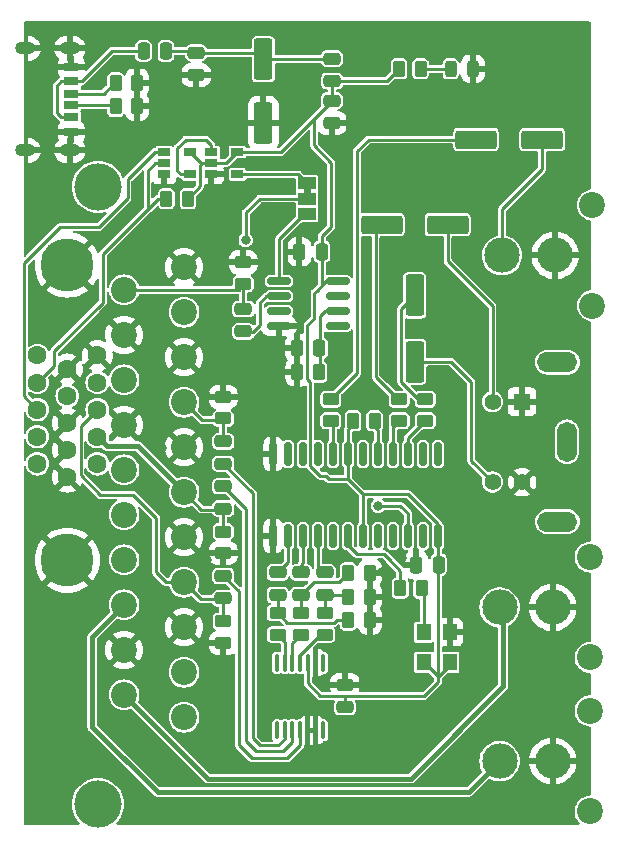
<source format=gbr>
%TF.GenerationSoftware,KiCad,Pcbnew,8.0.7*%
%TF.CreationDate,2025-01-22T15:24:25+13:00*%
%TF.ProjectId,rgbntsc,7267626e-7473-4632-9e6b-696361645f70,rev?*%
%TF.SameCoordinates,Original*%
%TF.FileFunction,Copper,L1,Top*%
%TF.FilePolarity,Positive*%
%FSLAX46Y46*%
G04 Gerber Fmt 4.6, Leading zero omitted, Abs format (unit mm)*
G04 Created by KiCad (PCBNEW 8.0.7) date 2025-01-22 15:24:25*
%MOMM*%
%LPD*%
G01*
G04 APERTURE LIST*
G04 Aperture macros list*
%AMRoundRect*
0 Rectangle with rounded corners*
0 $1 Rounding radius*
0 $2 $3 $4 $5 $6 $7 $8 $9 X,Y pos of 4 corners*
0 Add a 4 corners polygon primitive as box body*
4,1,4,$2,$3,$4,$5,$6,$7,$8,$9,$2,$3,0*
0 Add four circle primitives for the rounded corners*
1,1,$1+$1,$2,$3*
1,1,$1+$1,$4,$5*
1,1,$1+$1,$6,$7*
1,1,$1+$1,$8,$9*
0 Add four rect primitives between the rounded corners*
20,1,$1+$1,$2,$3,$4,$5,0*
20,1,$1+$1,$4,$5,$6,$7,0*
20,1,$1+$1,$6,$7,$8,$9,0*
20,1,$1+$1,$8,$9,$2,$3,0*%
G04 Aperture macros list end*
%TA.AperFunction,EtchedComponent*%
%ADD10C,0.000000*%
%TD*%
%TA.AperFunction,SMDPad,CuDef*%
%ADD11RoundRect,0.250000X0.475000X-0.250000X0.475000X0.250000X-0.475000X0.250000X-0.475000X-0.250000X0*%
%TD*%
%TA.AperFunction,SMDPad,CuDef*%
%ADD12RoundRect,0.250000X-0.475000X0.250000X-0.475000X-0.250000X0.475000X-0.250000X0.475000X0.250000X0*%
%TD*%
%TA.AperFunction,SMDPad,CuDef*%
%ADD13RoundRect,0.249998X-0.450002X0.262502X-0.450002X-0.262502X0.450002X-0.262502X0.450002X0.262502X0*%
%TD*%
%TA.AperFunction,ComponentPad*%
%ADD14C,4.000000*%
%TD*%
%TA.AperFunction,ComponentPad*%
%ADD15C,2.200000*%
%TD*%
%TA.AperFunction,SMDPad,CuDef*%
%ADD16RoundRect,0.250000X0.250000X0.475000X-0.250000X0.475000X-0.250000X-0.475000X0.250000X-0.475000X0*%
%TD*%
%TA.AperFunction,SMDPad,CuDef*%
%ADD17R,1.200000X0.700000*%
%TD*%
%TA.AperFunction,SMDPad,CuDef*%
%ADD18R,1.200000X0.760000*%
%TD*%
%TA.AperFunction,SMDPad,CuDef*%
%ADD19R,1.200000X0.800000*%
%TD*%
%TA.AperFunction,ComponentPad*%
%ADD20O,1.700000X1.100000*%
%TD*%
%TA.AperFunction,SMDPad,CuDef*%
%ADD21RoundRect,0.249998X0.450002X-0.262502X0.450002X0.262502X-0.450002X0.262502X-0.450002X-0.262502X0*%
%TD*%
%TA.AperFunction,SMDPad,CuDef*%
%ADD22RoundRect,0.249998X0.262502X0.450002X-0.262502X0.450002X-0.262502X-0.450002X0.262502X-0.450002X0*%
%TD*%
%TA.AperFunction,SMDPad,CuDef*%
%ADD23RoundRect,0.150000X-0.825000X-0.150000X0.825000X-0.150000X0.825000X0.150000X-0.825000X0.150000X0*%
%TD*%
%TA.AperFunction,ComponentPad*%
%ADD24C,1.600000*%
%TD*%
%TA.AperFunction,ComponentPad*%
%ADD25C,4.500000*%
%TD*%
%TA.AperFunction,WasherPad*%
%ADD26C,2.200000*%
%TD*%
%TA.AperFunction,ComponentPad*%
%ADD27O,3.000000X3.000000*%
%TD*%
%TA.AperFunction,ComponentPad*%
%ADD28R,1.408000X1.408000*%
%TD*%
%TA.AperFunction,ComponentPad*%
%ADD29C,1.408000*%
%TD*%
%TA.AperFunction,ComponentPad*%
%ADD30O,3.400000X1.700000*%
%TD*%
%TA.AperFunction,ComponentPad*%
%ADD31O,1.700000X3.400000*%
%TD*%
%TA.AperFunction,SMDPad,CuDef*%
%ADD32R,1.200000X1.400000*%
%TD*%
%TA.AperFunction,SMDPad,CuDef*%
%ADD33RoundRect,0.150000X0.150000X-0.837500X0.150000X0.837500X-0.150000X0.837500X-0.150000X-0.837500X0*%
%TD*%
%TA.AperFunction,SMDPad,CuDef*%
%ADD34R,1.500000X1.000000*%
%TD*%
%TA.AperFunction,SMDPad,CuDef*%
%ADD35R,1.060000X0.650000*%
%TD*%
%TA.AperFunction,SMDPad,CuDef*%
%ADD36RoundRect,0.250000X-0.550000X1.500000X-0.550000X-1.500000X0.550000X-1.500000X0.550000X1.500000X0*%
%TD*%
%TA.AperFunction,SMDPad,CuDef*%
%ADD37RoundRect,0.249998X-0.262502X-0.450002X0.262502X-0.450002X0.262502X0.450002X-0.262502X0.450002X0*%
%TD*%
%TA.AperFunction,SMDPad,CuDef*%
%ADD38RoundRect,0.250000X-1.500000X-0.550000X1.500000X-0.550000X1.500000X0.550000X-1.500000X0.550000X0*%
%TD*%
%TA.AperFunction,SMDPad,CuDef*%
%ADD39RoundRect,0.250000X-0.250000X-0.475000X0.250000X-0.475000X0.250000X0.475000X-0.250000X0.475000X0*%
%TD*%
%TA.AperFunction,SMDPad,CuDef*%
%ADD40RoundRect,0.243750X0.243750X0.456250X-0.243750X0.456250X-0.243750X-0.456250X0.243750X-0.456250X0*%
%TD*%
%TA.AperFunction,SMDPad,CuDef*%
%ADD41RoundRect,0.100000X0.100000X-0.637500X0.100000X0.637500X-0.100000X0.637500X-0.100000X-0.637500X0*%
%TD*%
%TA.AperFunction,ViaPad*%
%ADD42C,0.800000*%
%TD*%
%TA.AperFunction,Conductor*%
%ADD43C,0.250000*%
%TD*%
%TA.AperFunction,Conductor*%
%ADD44C,0.400000*%
%TD*%
G04 APERTURE END LIST*
D10*
%TA.AperFunction,EtchedComponent*%
%TO.C,JP1*%
G36*
X45200000Y-55600000D02*
G01*
X44600000Y-55600000D01*
X44600000Y-55100000D01*
X45200000Y-55100000D01*
X45200000Y-55600000D01*
G37*
%TD.AperFunction*%
%TD*%
D11*
%TO.P,C5,1*%
%TO.N,Net-(U4-In2)*%
X37800000Y-78450000D03*
%TO.P,C5,2*%
%TO.N,/Red*%
X37800000Y-76550000D03*
%TD*%
D12*
%TO.P,C6,1*%
%TO.N,Net-(U4-In3)*%
X37800000Y-80350000D03*
%TO.P,C6,2*%
%TO.N,/Green*%
X37800000Y-82250000D03*
%TD*%
%TO.P,C7,1*%
%TO.N,Net-(U4-In4)*%
X37800000Y-87950000D03*
%TO.P,C7,2*%
%TO.N,/Blue*%
X37800000Y-89850000D03*
%TD*%
D13*
%TO.P,R10,1*%
%TO.N,/Blue*%
X37800000Y-91787500D03*
%TO.P,R10,2*%
%TO.N,GND*%
X37800000Y-93612500D03*
%TD*%
D14*
%TO.P,J3,0*%
%TO.N,N/C*%
X27200000Y-55000000D03*
X27200000Y-107270000D03*
D15*
%TO.P,J3,1,AUD_OUT_R*%
%TO.N,unconnected-(J3-AUD_OUT_R-Pad1)*%
X34480000Y-99905000D03*
%TO.P,J3,2,AUD_IN_R*%
%TO.N,Net-(J3-AUD_IN_R)*%
X29400000Y-98000000D03*
%TO.P,J3,3,AUD_OUT_L*%
%TO.N,unconnected-(J3-AUD_OUT_L-Pad3)*%
X34480000Y-96095000D03*
%TO.P,J3,4,AUD_GND*%
%TO.N,GND*%
X29400000Y-94190000D03*
%TO.P,J3,5,RGB_B_GND*%
X34480000Y-92285000D03*
%TO.P,J3,6,AUD_IN_L*%
%TO.N,Net-(J3-AUD_IN_L)*%
X29400000Y-90380000D03*
%TO.P,J3,7,RGB_B*%
%TO.N,/Blue*%
X34480000Y-88475000D03*
%TO.P,J3,8,VID_STAT*%
%TO.N,VS*%
X29400000Y-86570000D03*
%TO.P,J3,9,RGB_G_GND*%
%TO.N,GND*%
X34480000Y-84665000D03*
%TO.P,J3,10,IOCTRL*%
%TO.N,unconnected-(J3-IOCTRL-Pad10)*%
X29400000Y-82760000D03*
%TO.P,J3,11,RGB_G*%
%TO.N,/Green*%
X34480000Y-80855000D03*
%TO.P,J3,12,RSV*%
%TO.N,unconnected-(J3-RSV-Pad12)*%
X29400000Y-78950000D03*
%TO.P,J3,13,RGB_R_GND*%
%TO.N,GND*%
X34480000Y-77045000D03*
%TO.P,J3,14,RGB_STAT_GND*%
X29400000Y-75140000D03*
%TO.P,J3,15,RGB_R*%
%TO.N,/Red*%
X34480000Y-73235000D03*
%TO.P,J3,16,RGB_STAT*%
%TO.N,unconnected-(J3-RGB_STAT-Pad16)*%
X29400000Y-71330000D03*
%TO.P,J3,17,SYNC_GND*%
%TO.N,GND*%
X34480000Y-69425000D03*
%TO.P,J3,18,SYNC_GND*%
X29400000Y-67520000D03*
%TO.P,J3,19,SYNC_OUT*%
%TO.N,unconnected-(J3-SYNC_OUT-Pad19)*%
X34480000Y-65615000D03*
%TO.P,J3,20,SYNC_IN*%
%TO.N,/CSYNC*%
X29400000Y-63710000D03*
%TO.P,J3,21,GND*%
%TO.N,GND*%
X34480000Y-61805000D03*
%TD*%
D16*
%TO.P,C4,1*%
%TO.N,VCC*%
X46150000Y-60500000D03*
%TO.P,C4,2*%
%TO.N,GND*%
X44250000Y-60500000D03*
%TD*%
%TO.P,C8,1*%
%TO.N,VCC*%
X56050000Y-87000000D03*
%TO.P,C8,2*%
%TO.N,GND*%
X54150000Y-87000000D03*
%TD*%
D12*
%TO.P,C1,1*%
%TO.N,/CSYNC*%
X39500000Y-65350000D03*
%TO.P,C1,2*%
%TO.N,Net-(U1-VIDEO)*%
X39500000Y-67250000D03*
%TD*%
D17*
%TO.P,J1,A5,CC1*%
%TO.N,Net-(J1-CC1)*%
X24950000Y-47100000D03*
D18*
%TO.P,J1,A9,VBUS*%
%TO.N,Net-(FB1-Pad1)*%
X24950000Y-49120000D03*
D19*
%TO.P,J1,A12,GND*%
%TO.N,GND*%
X24950000Y-50350000D03*
D17*
%TO.P,J1,B5,CC2*%
%TO.N,Net-(J1-CC2)*%
X24950000Y-48100000D03*
D18*
%TO.P,J1,B9,VBUS*%
%TO.N,Net-(FB1-Pad1)*%
X24950000Y-46080000D03*
D19*
%TO.P,J1,B12,GND*%
%TO.N,GND*%
X24950000Y-44850000D03*
D20*
%TO.P,J1,S1,SHIELD*%
X21000000Y-51920000D03*
X24800000Y-51920000D03*
X21000000Y-43280000D03*
X24800000Y-43280000D03*
%TD*%
D21*
%TO.P,R1,1*%
%TO.N,/CSYNC*%
X39500000Y-63212500D03*
%TO.P,R1,2*%
%TO.N,GND*%
X39500000Y-61387500D03*
%TD*%
D22*
%TO.P,R2,1*%
%TO.N,GND*%
X30512500Y-46200000D03*
%TO.P,R2,2*%
%TO.N,Net-(J1-CC1)*%
X28687500Y-46200000D03*
%TD*%
%TO.P,R3,1*%
%TO.N,GND*%
X30512500Y-48200000D03*
%TO.P,R3,2*%
%TO.N,Net-(J1-CC2)*%
X28687500Y-48200000D03*
%TD*%
D23*
%TO.P,U1,1,CSYNC*%
%TO.N,/STRIP_CSYNC*%
X42525000Y-62995000D03*
%TO.P,U1,2,VIDEO*%
%TO.N,Net-(U1-VIDEO)*%
X42525000Y-64265000D03*
%TO.P,U1,3,FRAME*%
%TO.N,unconnected-(U1-FRAME-Pad3)*%
X42525000Y-65535000D03*
%TO.P,U1,4,GND*%
%TO.N,GND*%
X42525000Y-66805000D03*
%TO.P,U1,5,BURST*%
%TO.N,unconnected-(U1-BURST-Pad5)*%
X47475000Y-66805000D03*
%TO.P,U1,6,INT*%
%TO.N,Net-(U1-INT)*%
X47475000Y-65535000D03*
%TO.P,U1,7,O/E*%
%TO.N,unconnected-(U1-O{slash}E-Pad7)*%
X47475000Y-64265000D03*
%TO.P,U1,8,VCC*%
%TO.N,VCC*%
X47475000Y-62995000D03*
%TD*%
D24*
%TO.P,J2,1,RED*%
%TO.N,/Red*%
X27140000Y-78440000D03*
%TO.P,J2,2,GREEN*%
%TO.N,/Green*%
X27140000Y-76150000D03*
%TO.P,J2,3,BLUE*%
%TO.N,/Blue*%
X27140000Y-73860000D03*
%TO.P,J2,4,ID2/RES*%
%TO.N,unconnected-(J2-ID2{slash}RES-Pad4)*%
X27140000Y-71570000D03*
%TO.P,J2,5,GND_HSYNC*%
%TO.N,GND*%
X27140000Y-69280000D03*
%TO.P,J2,6,RED_RTN*%
X24600000Y-79580000D03*
%TO.P,J2,7,GREEN_RTN*%
X24600000Y-77290000D03*
%TO.P,J2,8,BLUE_RTN*%
X24600000Y-75000000D03*
%TO.P,J2,9,KEY/PWR*%
%TO.N,unconnected-(J2-KEY{slash}PWR-Pad9)*%
X24600000Y-72710000D03*
D25*
%TO.P,J2,10,GND_VSYNC*%
%TO.N,GND*%
X24600000Y-61620000D03*
D24*
X24600000Y-70420000D03*
D25*
X24600000Y-86620000D03*
D24*
%TO.P,J2,11,ID0/RES*%
%TO.N,unconnected-(J2-ID0{slash}RES-Pad11)*%
X22060000Y-78440000D03*
%TO.P,J2,12,ID1/SDA*%
%TO.N,unconnected-(J2-ID1{slash}SDA-Pad12)*%
X22060000Y-76150000D03*
%TO.P,J2,13,HSYNC*%
%TO.N,/HSYNC*%
X22060000Y-73860000D03*
%TO.P,J2,14,VSYNC*%
%TO.N,/VSYNC*%
X22060000Y-71570000D03*
%TO.P,J2,15,ID3/SCL*%
%TO.N,unconnected-(J2-ID3{slash}SCL-Pad15)*%
X22060000Y-69280000D03*
%TD*%
D16*
%TO.P,C2,1*%
%TO.N,Net-(U1-INT)*%
X45950000Y-68650000D03*
%TO.P,C2,2*%
%TO.N,GND*%
X44050000Y-68650000D03*
%TD*%
D22*
%TO.P,R4,1*%
%TO.N,Net-(U1-INT)*%
X45912500Y-70700000D03*
%TO.P,R4,2*%
%TO.N,GND*%
X44087500Y-70700000D03*
%TD*%
D26*
%TO.P,JR1,*%
%TO.N,*%
X68850000Y-86350000D03*
X68850000Y-94850000D03*
D27*
%TO.P,JR1,1,In*%
%TO.N,Net-(J3-AUD_IN_R)*%
X61200000Y-90600000D03*
%TO.P,JR1,2,Ext*%
%TO.N,GND*%
X65700000Y-90600000D03*
%TD*%
D26*
%TO.P,JU1,*%
%TO.N,*%
X68850000Y-99370000D03*
X68850000Y-107870000D03*
D27*
%TO.P,JU1,1,In*%
%TO.N,Net-(J3-AUD_IN_L)*%
X61200000Y-103620000D03*
%TO.P,JU1,2,Ext*%
%TO.N,GND*%
X65700000Y-103620000D03*
%TD*%
D21*
%TO.P,R6,1*%
%TO.N,/Red*%
X37800000Y-74612500D03*
%TO.P,R6,2*%
%TO.N,GND*%
X37800000Y-72787500D03*
%TD*%
D13*
%TO.P,R7,1*%
%TO.N,/Green*%
X37800000Y-84187500D03*
%TO.P,R7,2*%
%TO.N,GND*%
X37800000Y-86012500D03*
%TD*%
D28*
%TO.P,J4,1*%
%TO.N,GND*%
X63100000Y-73200000D03*
D29*
%TO.P,J4,2*%
X63100000Y-80000000D03*
%TO.P,J4,3*%
%TO.N,Net-(C13-Pad2)*%
X60600000Y-73200000D03*
%TO.P,J4,4*%
%TO.N,Net-(C14-Pad2)*%
X60600000Y-80000000D03*
D30*
%TO.P,J4,S1*%
%TO.N,N/C*%
X66100000Y-69850000D03*
D31*
%TO.P,J4,S2*%
X66900000Y-76600000D03*
D30*
%TO.P,J4,S3*%
X66100000Y-83350000D03*
%TD*%
D15*
%TO.P,JR2,0*%
%TO.N,N/C*%
X69050000Y-56550000D03*
X69050000Y-65050000D03*
D27*
%TO.P,JR2,1,In*%
%TO.N,Net-(JR2-In)*%
X61400000Y-60800000D03*
%TO.P,JR2,2,Ext*%
%TO.N,GND*%
X65900000Y-60800000D03*
%TD*%
D13*
%TO.P,R12,1*%
%TO.N,Net-(C12-Pad1)*%
X46900000Y-72987500D03*
%TO.P,R12,2*%
%TO.N,Net-(U5-Comp)*%
X46900000Y-74812500D03*
%TD*%
%TO.P,R13,1*%
%TO.N,Net-(C13-Pad1)*%
X52700000Y-72987500D03*
%TO.P,R13,2*%
%TO.N,Net-(U5-Luma)*%
X52700000Y-74812500D03*
%TD*%
%TO.P,R14,1*%
%TO.N,Net-(C14-Pad1)*%
X54900000Y-72987500D03*
%TO.P,R14,2*%
%TO.N,Net-(U5-Chroma)*%
X54900000Y-74812500D03*
%TD*%
D32*
%TO.P,X1,1,EN*%
%TO.N,VCC*%
X56980000Y-95250000D03*
%TO.P,X1,2,GND*%
%TO.N,GND*%
X56980000Y-92710000D03*
%TO.P,X1,3,OUT*%
%TO.N,Net-(X1-OUT)*%
X54780000Y-92710000D03*
%TO.P,X1,4,Vdd*%
%TO.N,VCC*%
X54780000Y-95250000D03*
%TD*%
D11*
%TO.P,C11,1*%
%TO.N,VCC*%
X48100000Y-99050000D03*
%TO.P,C11,2*%
%TO.N,GND*%
X48100000Y-97150000D03*
%TD*%
D33*
%TO.P,U5,1,Gnd*%
%TO.N,GND*%
X42015000Y-84562500D03*
%TO.P,U5,2,R*%
%TO.N,Net-(U5-R)*%
X43285000Y-84562500D03*
%TO.P,U5,3,G*%
%TO.N,Net-(U5-G)*%
X44555000Y-84562500D03*
%TO.P,U5,4,B*%
%TO.N,Net-(U5-B)*%
X45825000Y-84562500D03*
%TO.P,U5,5*%
%TO.N,N/C*%
X47095000Y-84562500D03*
%TO.P,U5,6,SCin*%
%TO.N,Net-(U5-SCin)*%
X48365000Y-84562500D03*
%TO.P,U5,7,NTSC*%
%TO.N,VCC*%
X49635000Y-84562500D03*
%TO.P,U5,8*%
%TO.N,N/C*%
X50905000Y-84562500D03*
%TO.P,U5,9*%
X52175000Y-84562500D03*
%TO.P,U5,10,Sync*%
%TO.N,/SYNC*%
X53445000Y-84562500D03*
%TO.P,U5,11*%
%TO.N,N/C*%
X54715000Y-84562500D03*
%TO.P,U5,12,Vcc*%
%TO.N,VCC*%
X55985000Y-84562500D03*
%TO.P,U5,13*%
%TO.N,N/C*%
X55985000Y-77637500D03*
%TO.P,U5,14*%
X54715000Y-77637500D03*
%TO.P,U5,15,Chroma*%
%TO.N,Net-(U5-Chroma)*%
X53445000Y-77637500D03*
%TO.P,U5,16,Luma*%
%TO.N,Net-(U5-Luma)*%
X52175000Y-77637500D03*
%TO.P,U5,17,Trap*%
%TO.N,Net-(U5-Trap)*%
X50905000Y-77637500D03*
%TO.P,U5,18*%
%TO.N,N/C*%
X49635000Y-77637500D03*
%TO.P,U5,19,Vcc*%
%TO.N,VCC*%
X48365000Y-77637500D03*
%TO.P,U5,20,Comp*%
%TO.N,Net-(U5-Comp)*%
X47095000Y-77637500D03*
%TO.P,U5,21,Bout*%
%TO.N,unconnected-(U5-Bout-Pad21)*%
X45825000Y-77637500D03*
%TO.P,U5,22,Gout*%
%TO.N,unconnected-(U5-Gout-Pad22)*%
X44555000Y-77637500D03*
%TO.P,U5,23,Rout*%
%TO.N,unconnected-(U5-Rout-Pad23)*%
X43285000Y-77637500D03*
%TO.P,U5,24,Gnd*%
%TO.N,GND*%
X42015000Y-77637500D03*
%TD*%
D34*
%TO.P,JP1,1,A*%
%TO.N,/VGA_CSYNC*%
X44900000Y-54700000D03*
%TO.P,JP1,2,C*%
%TO.N,/SYNC*%
X44900000Y-56000000D03*
%TO.P,JP1,3,B*%
%TO.N,/STRIP_CSYNC*%
X44900000Y-57300000D03*
%TD*%
D22*
%TO.P,R5,1*%
%TO.N,VCC*%
X34812500Y-56000000D03*
%TO.P,R5,2*%
%TO.N,/VSYNC*%
X32987500Y-56000000D03*
%TD*%
D35*
%TO.P,U2,1*%
%TO.N,/HSYNC*%
X32800000Y-52050000D03*
%TO.P,U2,2*%
%TO.N,/VSYNC*%
X32800000Y-53000000D03*
%TO.P,U2,3,GND*%
%TO.N,GND*%
X32800000Y-53950000D03*
%TO.P,U2,4*%
%TO.N,Net-(U2-Pad4)*%
X35000000Y-53950000D03*
%TO.P,U2,5,VCC*%
%TO.N,VCC*%
X35000000Y-52050000D03*
%TD*%
%TO.P,U3,1*%
%TO.N,Net-(U2-Pad4)*%
X36800000Y-52050000D03*
%TO.P,U3,2*%
%TO.N,VCC*%
X36800000Y-53000000D03*
%TO.P,U3,3,GND*%
%TO.N,GND*%
X36800000Y-53950000D03*
%TO.P,U3,4*%
%TO.N,/VGA_CSYNC*%
X39000000Y-53950000D03*
%TO.P,U3,5,VCC*%
%TO.N,VCC*%
X39000000Y-52050000D03*
%TD*%
D36*
%TO.P,C14,1*%
%TO.N,Net-(C14-Pad1)*%
X54000000Y-64200000D03*
%TO.P,C14,2*%
%TO.N,Net-(C14-Pad2)*%
X54000000Y-69800000D03*
%TD*%
D12*
%TO.P,C3,1*%
%TO.N,+5V*%
X35500000Y-43650000D03*
%TO.P,C3,2*%
%TO.N,GND*%
X35500000Y-45550000D03*
%TD*%
%TO.P,C10,1*%
%TO.N,VCC*%
X47000000Y-47700000D03*
%TO.P,C10,2*%
%TO.N,GND*%
X47000000Y-49600000D03*
%TD*%
D37*
%TO.P,R15,1*%
%TO.N,Net-(C15-Pad2)*%
X48387500Y-91700000D03*
%TO.P,R15,2*%
%TO.N,GND*%
X50212500Y-91700000D03*
%TD*%
%TO.P,R16,1*%
%TO.N,Net-(C16-Pad2)*%
X48387500Y-87700000D03*
%TO.P,R16,2*%
%TO.N,GND*%
X50212500Y-87700000D03*
%TD*%
%TO.P,R17,1*%
%TO.N,Net-(C17-Pad2)*%
X48387500Y-89700000D03*
%TO.P,R17,2*%
%TO.N,GND*%
X50212500Y-89700000D03*
%TD*%
D12*
%TO.P,C15,1*%
%TO.N,Net-(U5-R)*%
X42400000Y-87650000D03*
%TO.P,C15,2*%
%TO.N,Net-(C15-Pad2)*%
X42400000Y-89550000D03*
%TD*%
%TO.P,C16,1*%
%TO.N,Net-(U5-G)*%
X44400000Y-87650000D03*
%TO.P,C16,2*%
%TO.N,Net-(C16-Pad2)*%
X44400000Y-89550000D03*
%TD*%
%TO.P,C17,1*%
%TO.N,Net-(U5-B)*%
X46400000Y-87650000D03*
%TO.P,C17,2*%
%TO.N,Net-(C17-Pad2)*%
X46400000Y-89550000D03*
%TD*%
D38*
%TO.P,C12,1*%
%TO.N,Net-(C12-Pad1)*%
X59200000Y-51000000D03*
%TO.P,C12,2*%
%TO.N,Net-(JR2-In)*%
X64800000Y-51000000D03*
%TD*%
D13*
%TO.P,R18,1*%
%TO.N,Net-(C15-Pad2)*%
X42400000Y-91087500D03*
%TO.P,R18,2*%
%TO.N,Net-(U4-Out2)*%
X42400000Y-92912500D03*
%TD*%
%TO.P,R19,1*%
%TO.N,Net-(C16-Pad2)*%
X44400000Y-91087500D03*
%TO.P,R19,2*%
%TO.N,Net-(U4-Out3)*%
X44400000Y-92912500D03*
%TD*%
%TO.P,R20,1*%
%TO.N,Net-(C17-Pad2)*%
X46400000Y-91087500D03*
%TO.P,R20,2*%
%TO.N,Net-(U4-Out4)*%
X46400000Y-92912500D03*
%TD*%
D39*
%TO.P,FB1,1*%
%TO.N,Net-(FB1-Pad1)*%
X31050000Y-43500000D03*
%TO.P,FB1,2*%
%TO.N,+5V*%
X32950000Y-43500000D03*
%TD*%
D37*
%TO.P,R21,1*%
%TO.N,Net-(U5-SCin)*%
X52787500Y-89000000D03*
%TO.P,R21,2*%
%TO.N,Net-(X1-OUT)*%
X54612500Y-89000000D03*
%TD*%
D40*
%TO.P,D1,1,K*%
%TO.N,GND*%
X58937500Y-45000000D03*
%TO.P,D1,2,A*%
%TO.N,Net-(D1-A)*%
X57062500Y-45000000D03*
%TD*%
D37*
%TO.P,R22,1*%
%TO.N,VCC*%
X52677500Y-45000000D03*
%TO.P,R22,2*%
%TO.N,Net-(D1-A)*%
X54502500Y-45000000D03*
%TD*%
D36*
%TO.P,C9,1*%
%TO.N,+5V*%
X41200000Y-44200000D03*
%TO.P,C9,2*%
%TO.N,GND*%
X41200000Y-49600000D03*
%TD*%
D22*
%TO.P,R11,1*%
%TO.N,Net-(U5-Trap)*%
X50612500Y-74800000D03*
%TO.P,R11,2*%
%TO.N,VCC*%
X48787500Y-74800000D03*
%TD*%
D38*
%TO.P,C13,1*%
%TO.N,Net-(C13-Pad1)*%
X51200000Y-58200000D03*
%TO.P,C13,2*%
%TO.N,Net-(C13-Pad2)*%
X56800000Y-58200000D03*
%TD*%
D12*
%TO.P,FB2,1*%
%TO.N,+5V*%
X47000000Y-44150000D03*
%TO.P,FB2,2*%
%TO.N,VCC*%
X47000000Y-46050000D03*
%TD*%
D41*
%TO.P,U4,1,In1*%
%TO.N,unconnected-(U4-In1-Pad1)*%
X42350000Y-101012500D03*
%TO.P,U4,2,In2*%
%TO.N,Net-(U4-In2)*%
X43000000Y-101012500D03*
%TO.P,U4,3,In3*%
%TO.N,Net-(U4-In3)*%
X43650000Y-101012500D03*
%TO.P,U4,4,In4*%
%TO.N,Net-(U4-In4)*%
X44300000Y-101012500D03*
%TO.P,U4,5,Gnd*%
%TO.N,GND*%
X44950000Y-101012500D03*
%TO.P,U4,6,DIS*%
X45600000Y-101012500D03*
%TO.P,U4,7,N/C*%
%TO.N,unconnected-(U4-N{slash}C-Pad7)*%
X46250000Y-101012500D03*
%TO.P,U4,8,N/C*%
%TO.N,unconnected-(U4-N{slash}C-Pad8)*%
X46250000Y-95287500D03*
%TO.P,U4,9,BYP*%
%TO.N,GND*%
X45600000Y-95287500D03*
%TO.P,U4,10,Vcc*%
%TO.N,VCC*%
X44950000Y-95287500D03*
%TO.P,U4,11,Out4*%
%TO.N,Net-(U4-Out4)*%
X44300000Y-95287500D03*
%TO.P,U4,12,Out3*%
%TO.N,Net-(U4-Out3)*%
X43650000Y-95287500D03*
%TO.P,U4,13,Out2*%
%TO.N,Net-(U4-Out2)*%
X43000000Y-95287500D03*
%TO.P,U4,14,Out1*%
%TO.N,unconnected-(U4-Out1-Pad14)*%
X42350000Y-95287500D03*
%TD*%
D42*
%TO.N,GND*%
X49300000Y-43900000D03*
X38200000Y-49700000D03*
X57000000Y-89400000D03*
X48200000Y-81000000D03*
X36400000Y-79400000D03*
X37900000Y-66400000D03*
X43800000Y-72600000D03*
X56300000Y-100200000D03*
X25500000Y-93800000D03*
X43300000Y-50300000D03*
X55700000Y-67400000D03*
X59200000Y-69900000D03*
X59450000Y-67950000D03*
X41200000Y-94100000D03*
X62400000Y-53400000D03*
X36700000Y-107700000D03*
X39500000Y-77500000D03*
X52600000Y-102300000D03*
X59350000Y-58300000D03*
X44600000Y-108500000D03*
X32000000Y-80700000D03*
X25700000Y-101200000D03*
X41200000Y-86300000D03*
X55600000Y-60100000D03*
X49900000Y-63800000D03*
X50100000Y-52400000D03*
X58900000Y-61200000D03*
X40400000Y-52900000D03*
X41200000Y-101350000D03*
X36400000Y-86600000D03*
X46200000Y-53300000D03*
X29800000Y-44400000D03*
X61750000Y-67000000D03*
X38000000Y-100100000D03*
X41200000Y-97000000D03*
X31500000Y-41900000D03*
X21900000Y-66100000D03*
X27100000Y-67200000D03*
X47900000Y-93200000D03*
X22800000Y-54600000D03*
X48100000Y-55300000D03*
X60100000Y-43400000D03*
X32200000Y-98400000D03*
X25800000Y-64700000D03*
X45600000Y-99150000D03*
X27800000Y-79900000D03*
X59100000Y-46800000D03*
X56000000Y-82100000D03*
X54200000Y-66900000D03*
X41600000Y-75600000D03*
X57100000Y-43300000D03*
X50000000Y-71500000D03*
X38000000Y-95800000D03*
X22700000Y-46300000D03*
X44800000Y-65800000D03*
X54100000Y-47100000D03*
X35500000Y-50000000D03*
X63600000Y-94800000D03*
X59850000Y-62700000D03*
X41200000Y-99200000D03*
X32100000Y-44800000D03*
X51500000Y-63800000D03*
X50000000Y-49900000D03*
X22700000Y-48900000D03*
X30900000Y-84600000D03*
X48100000Y-51900000D03*
X55300000Y-49300000D03*
X24300000Y-57500000D03*
X33200000Y-82800000D03*
X28255027Y-88554594D03*
X52000000Y-60300000D03*
X54600000Y-107200000D03*
X34100000Y-48400000D03*
X51900000Y-66900000D03*
X41200000Y-107150000D03*
X59600000Y-107300000D03*
X57200000Y-86000000D03*
X43500000Y-75300000D03*
X36300000Y-72600000D03*
X60300000Y-100900000D03*
X29900000Y-105900000D03*
X43400000Y-55000000D03*
X61500000Y-70200000D03*
X28700000Y-100400000D03*
X54800000Y-52100000D03*
X51500000Y-91700000D03*
X44600000Y-62500000D03*
X64500000Y-48700000D03*
X32200000Y-57800000D03*
X57000000Y-78200000D03*
X51200000Y-87600000D03*
X51900000Y-70000000D03*
X37000000Y-42000000D03*
X33600000Y-45300000D03*
X39500000Y-74900000D03*
X43250000Y-104200000D03*
X44900000Y-59000000D03*
X39100000Y-103600000D03*
X50100000Y-79600000D03*
X65100000Y-55900000D03*
X45100000Y-79600000D03*
X51900000Y-52000000D03*
X41900000Y-68900000D03*
X27800000Y-84700000D03*
X37500000Y-61400000D03*
X48300000Y-82800000D03*
X59450000Y-56450000D03*
X58600000Y-79700000D03*
X45250000Y-102900000D03*
X33100000Y-87100000D03*
X23200000Y-67400000D03*
X60000000Y-95000000D03*
X29300000Y-51900000D03*
X48000000Y-57800000D03*
X43200000Y-57300000D03*
X55900000Y-71300000D03*
X48200000Y-61700000D03*
X47700000Y-70200000D03*
X56700000Y-74400000D03*
X47300000Y-67800000D03*
X41100000Y-90300000D03*
X49900000Y-67600000D03*
X41700000Y-71200000D03*
X60800000Y-48900000D03*
X32400000Y-48500000D03*
X58550000Y-64350000D03*
X60000000Y-75200000D03*
X37800000Y-58000000D03*
X66300000Y-52600000D03*
X42600000Y-82700000D03*
X61800000Y-64300000D03*
X47100000Y-59300000D03*
X36300000Y-102100000D03*
X26500000Y-50900000D03*
X53400000Y-49800000D03*
X28100000Y-42200000D03*
X37500000Y-55400000D03*
X32500000Y-89900000D03*
X32600000Y-77100000D03*
X31300000Y-74000000D03*
X52900000Y-86400000D03*
X57000000Y-52800000D03*
X49900000Y-54900000D03*
X60600000Y-78500000D03*
X39700000Y-71700000D03*
X57000000Y-63600000D03*
X49900000Y-60100000D03*
X41500000Y-61600000D03*
X42500000Y-81000000D03*
X42400000Y-79500000D03*
%TO.N,/SYNC*%
X50900000Y-82000000D03*
X39700000Y-59500000D03*
%TD*%
D43*
%TO.N,/Red*%
X37800000Y-74725000D02*
X35970000Y-74725000D01*
X35970000Y-74725000D02*
X34480000Y-73235000D01*
X37800000Y-76475000D02*
X37800000Y-74725000D01*
%TO.N,Net-(U1-VIDEO)*%
X39500000Y-67325000D02*
X40300000Y-67325000D01*
X41450000Y-64265000D02*
X42525000Y-64265000D01*
X40900000Y-64815000D02*
X41450000Y-64265000D01*
X42485000Y-64225000D02*
X42525000Y-64265000D01*
X40900000Y-66725000D02*
X40900000Y-64815000D01*
X40300000Y-67325000D02*
X40900000Y-66725000D01*
%TO.N,/Green*%
X35950000Y-82325000D02*
X34480000Y-80855000D01*
X37800000Y-82325000D02*
X35950000Y-82325000D01*
D44*
X34480000Y-80855000D02*
X30574999Y-76949999D01*
X30449999Y-76949999D02*
X30549999Y-76949999D01*
D43*
X37800000Y-84075000D02*
X37800000Y-82325000D01*
D44*
X30574999Y-76949999D02*
X30449999Y-76949999D01*
X27140000Y-76150000D02*
X27939999Y-76949999D01*
X27939999Y-76949999D02*
X30449999Y-76949999D01*
D43*
%TO.N,/Blue*%
X32924366Y-88475000D02*
X32100000Y-87650634D01*
X30200000Y-81100000D02*
X27400000Y-81100000D01*
X32100000Y-87650634D02*
X32100000Y-83000000D01*
X37800000Y-91675000D02*
X37800000Y-89925000D01*
X34480000Y-88475000D02*
X32924366Y-88475000D01*
X25725001Y-75274999D02*
X27140000Y-73860000D01*
X25725001Y-79425001D02*
X25725001Y-75274999D01*
X35930000Y-89925000D02*
X34480000Y-88475000D01*
X27400000Y-81100000D02*
X25725001Y-79425001D01*
X32100000Y-83000000D02*
X30200000Y-81100000D01*
X37800000Y-89925000D02*
X35930000Y-89925000D01*
%TO.N,VCC*%
X55985000Y-83575000D02*
X53445000Y-81035000D01*
X35950000Y-53000000D02*
X35000000Y-52050000D01*
X51627500Y-46050000D02*
X52677500Y-45000000D01*
X46925001Y-58401997D02*
X46925001Y-52951999D01*
X45525001Y-66148001D02*
X45525001Y-63969999D01*
X45180010Y-78651778D02*
X45180010Y-71493200D01*
X45998222Y-79469990D02*
X45180010Y-78651778D01*
X55985000Y-96455000D02*
X54780000Y-95250000D01*
X39000000Y-52050000D02*
X38050000Y-53000000D01*
X38050000Y-53000000D02*
X36800000Y-53000000D01*
X55985000Y-96915000D02*
X55985000Y-96565000D01*
X48150000Y-98100000D02*
X54800000Y-98100000D01*
X45697500Y-63797500D02*
X46500000Y-62995000D01*
X55985000Y-96565000D02*
X55985000Y-91635000D01*
X35855001Y-54957499D02*
X34812500Y-56000000D01*
X46150000Y-60500000D02*
X46150000Y-59176998D01*
X44925010Y-66747992D02*
X45525001Y-66148001D01*
X35855001Y-53164999D02*
X35855001Y-54957499D01*
X46765000Y-79765000D02*
X46469990Y-79469990D01*
X44950000Y-97050000D02*
X46000000Y-98100000D01*
X46150000Y-60500000D02*
X46150000Y-63345000D01*
X48365000Y-79765000D02*
X46765000Y-79765000D01*
X56010000Y-96590000D02*
X55985000Y-96565000D01*
X55985000Y-84562500D02*
X55985000Y-83575000D01*
X48100000Y-98150000D02*
X48150000Y-98100000D01*
X39100000Y-52050000D02*
X39000000Y-52050000D01*
X48365000Y-77637500D02*
X48365000Y-79765000D01*
X46925001Y-52951999D02*
X45475000Y-51501998D01*
X47000000Y-47700000D02*
X45475000Y-49225000D01*
X48365000Y-79765000D02*
X49635000Y-81035000D01*
X36020000Y-53000000D02*
X35855001Y-53164999D01*
X42650000Y-52050000D02*
X39000000Y-52050000D01*
X46500000Y-62995000D02*
X47475000Y-62995000D01*
X47000000Y-46050000D02*
X47000000Y-47700000D01*
X45180010Y-71493200D02*
X44925010Y-71238200D01*
X36800000Y-53000000D02*
X36020000Y-53000000D01*
X36800000Y-53000000D02*
X35950000Y-53000000D01*
X56980000Y-95250000D02*
X56980000Y-95525000D01*
X44950000Y-95287500D02*
X44950000Y-97050000D01*
X54800000Y-98100000D02*
X55985000Y-96915000D01*
X48100000Y-99050000D02*
X48100000Y-98150000D01*
X45475000Y-49225000D02*
X42650000Y-52050000D01*
X45525001Y-63969999D02*
X45697500Y-63797500D01*
X44925010Y-71238200D02*
X44925010Y-66747992D01*
X53445000Y-81035000D02*
X49635000Y-81035000D01*
X47000000Y-46050000D02*
X51627500Y-46050000D01*
X55985000Y-91635000D02*
X55985000Y-84562500D01*
X56980000Y-95525000D02*
X55985000Y-96520000D01*
X55985000Y-96520000D02*
X55985000Y-96455000D01*
X45475000Y-51501998D02*
X45475000Y-49225000D01*
X48365000Y-77637500D02*
X48365000Y-75522500D01*
X46150000Y-59176998D02*
X46925001Y-58401997D01*
X49635000Y-81035000D02*
X49635000Y-84562500D01*
X48365000Y-75522500D02*
X48687500Y-75200000D01*
X46000000Y-98100000D02*
X48150000Y-98100000D01*
X55985000Y-96565000D02*
X55985000Y-96520000D01*
X46150000Y-63345000D02*
X45697500Y-63797500D01*
X46469990Y-79469990D02*
X45998222Y-79469990D01*
%TO.N,GND*%
X45250000Y-102900000D02*
X45350000Y-103000000D01*
X45600000Y-99150000D02*
X45600000Y-99150000D01*
X45600000Y-94050000D02*
X45750000Y-93900000D01*
X45600000Y-95287500D02*
X45600000Y-94050000D01*
X44950000Y-101012500D02*
X44950000Y-99550000D01*
X44950000Y-102600000D02*
X45250000Y-102900000D01*
X46925001Y-49774999D02*
X47000000Y-49700000D01*
X45600000Y-101012500D02*
X45600000Y-102700000D01*
X45600000Y-101012500D02*
X45600000Y-99150000D01*
X44950000Y-101012500D02*
X44950000Y-102600000D01*
%TO.N,+5V*%
X46950000Y-44200000D02*
X47000000Y-44150000D01*
X40650000Y-43650000D02*
X41200000Y-44200000D01*
X32950000Y-43500000D02*
X35350000Y-43500000D01*
X41200000Y-44200000D02*
X46950000Y-44200000D01*
X35500000Y-43650000D02*
X35517009Y-43667009D01*
X35500000Y-43650000D02*
X40650000Y-43650000D01*
X35350000Y-43500000D02*
X35500000Y-43650000D01*
%TO.N,/HSYNC*%
X29700000Y-54370000D02*
X32020000Y-52050000D01*
X20934999Y-72734999D02*
X20934999Y-61473999D01*
X24008998Y-58400000D02*
X27241002Y-58400000D01*
X20934999Y-61473999D02*
X24008998Y-58400000D01*
X22060000Y-73860000D02*
X20934999Y-72734999D01*
X32020000Y-52050000D02*
X32800000Y-52050000D01*
X29700000Y-55941002D02*
X29700000Y-54370000D01*
X27241002Y-58400000D02*
X29700000Y-55941002D01*
%TO.N,/VSYNC*%
X27600000Y-60700000D02*
X31400000Y-56900000D01*
X31400000Y-53620000D02*
X31400000Y-56900000D01*
X27600000Y-64800000D02*
X27600000Y-60700000D01*
X23474999Y-68925001D02*
X27600000Y-64800000D01*
X32300000Y-56000000D02*
X32875000Y-56000000D01*
X31400000Y-56900000D02*
X32300000Y-56000000D01*
X23474999Y-70155001D02*
X23474999Y-68925001D01*
X32800000Y-53000000D02*
X32020000Y-53000000D01*
X22060000Y-71570000D02*
X23474999Y-70155001D01*
X32020000Y-53000000D02*
X31400000Y-53620000D01*
%TO.N,Net-(U1-INT)*%
X46400000Y-65535000D02*
X47475000Y-65535000D01*
X46025000Y-65910000D02*
X46400000Y-65535000D01*
X46025000Y-70700000D02*
X46025000Y-65910000D01*
%TO.N,/CSYNC*%
X39500000Y-63325000D02*
X39500000Y-65275000D01*
X39115000Y-63710000D02*
X39500000Y-63325000D01*
X29400000Y-63710000D02*
X39115000Y-63710000D01*
%TO.N,Net-(U4-In2)*%
X40300000Y-101700000D02*
X40900000Y-102300000D01*
X43000000Y-101750000D02*
X43000000Y-101012500D01*
X40300000Y-80950000D02*
X40300000Y-101700000D01*
X37800000Y-78450000D02*
X40300000Y-80950000D01*
X42450000Y-102300000D02*
X43000000Y-101750000D01*
X40900000Y-102300000D02*
X42450000Y-102300000D01*
%TO.N,Net-(U4-In3)*%
X39700000Y-82250000D02*
X37800000Y-80350000D01*
X43650000Y-102000000D02*
X42850000Y-102800000D01*
X43650000Y-101012500D02*
X43650000Y-102000000D01*
X39700000Y-101950000D02*
X39700000Y-82250000D01*
X40550000Y-102800000D02*
X39700000Y-101950000D01*
X42850000Y-102800000D02*
X40550000Y-102800000D01*
%TO.N,Net-(U4-In4)*%
X44300000Y-102300000D02*
X44300000Y-101012500D01*
X37800000Y-87950000D02*
X39100000Y-89250000D01*
X39100000Y-102250000D02*
X40250000Y-103400000D01*
X39100000Y-89250000D02*
X39100000Y-102250000D01*
X43200000Y-103400000D02*
X44300000Y-102300000D01*
X40250000Y-103400000D02*
X43200000Y-103400000D01*
%TO.N,Net-(JR2-In)*%
X64800000Y-53500000D02*
X61400000Y-56900000D01*
X61400000Y-56900000D02*
X61400000Y-60800000D01*
X64800000Y-51000000D02*
X64800000Y-53500000D01*
%TO.N,Net-(U5-R)*%
X43285000Y-86765000D02*
X43285000Y-84562500D01*
X42400000Y-87650000D02*
X43285000Y-86765000D01*
%TO.N,Net-(U5-G)*%
X44400000Y-87650000D02*
X44400000Y-87000000D01*
X44555000Y-86845000D02*
X44555000Y-84562500D01*
X44400000Y-87000000D02*
X44555000Y-86845000D01*
%TO.N,Net-(U5-B)*%
X45825000Y-84562500D02*
X45825000Y-87075000D01*
X45825000Y-87075000D02*
X46400000Y-87650000D01*
%TO.N,Net-(D1-A)*%
X57062500Y-45000000D02*
X54502500Y-45000000D01*
%TO.N,Net-(J1-CC1)*%
X24950000Y-47100000D02*
X27675000Y-47100000D01*
X27675000Y-47100000D02*
X28575000Y-46200000D01*
%TO.N,Net-(J1-CC2)*%
X24950000Y-48100000D02*
X28475000Y-48100000D01*
X28475000Y-48100000D02*
X28575000Y-48200000D01*
D44*
%TO.N,Net-(J3-AUD_IN_R)*%
X61500000Y-97300000D02*
X61500000Y-90600000D01*
X29400000Y-98000000D02*
X36500000Y-105100000D01*
X53700000Y-105100000D02*
X61500000Y-97300000D01*
X36500000Y-105100000D02*
X53700000Y-105100000D01*
%TO.N,Net-(J3-AUD_IN_L)*%
X61200000Y-103620000D02*
X58570000Y-106250000D01*
X32250000Y-106250000D02*
X26700000Y-100700000D01*
X26700000Y-100700000D02*
X26700000Y-93080000D01*
X26700000Y-93080000D02*
X29400000Y-90380000D01*
X58570000Y-106250000D02*
X32250000Y-106250000D01*
D43*
%TO.N,Net-(U5-Trap)*%
X50905000Y-75592500D02*
X50512500Y-75200000D01*
X50905000Y-77637500D02*
X50905000Y-75592500D01*
%TO.N,/SYNC*%
X40873002Y-56000000D02*
X39700000Y-57173002D01*
X52800000Y-82000000D02*
X53445000Y-82645000D01*
X39700000Y-57173002D02*
X39700000Y-59500000D01*
X44900000Y-56000000D02*
X40873002Y-56000000D01*
X53445000Y-82645000D02*
X53445000Y-84562500D01*
X50900000Y-82000000D02*
X52800000Y-82000000D01*
%TO.N,/STRIP_CSYNC*%
X44650000Y-57300000D02*
X44900000Y-57300000D01*
X42525000Y-59425000D02*
X44650000Y-57300000D01*
X42525000Y-62995000D02*
X42525000Y-59425000D01*
%TO.N,/VGA_CSYNC*%
X39000000Y-53950000D02*
X44150000Y-53950000D01*
X44150000Y-53950000D02*
X44900000Y-54700000D01*
%TO.N,Net-(U5-Comp)*%
X47095000Y-77637500D02*
X47095000Y-75007500D01*
X47095000Y-75007500D02*
X46900000Y-74812500D01*
%TO.N,Net-(U5-Luma)*%
X52175000Y-75337500D02*
X52700000Y-74812500D01*
X52175000Y-77637500D02*
X52175000Y-75337500D01*
%TO.N,Net-(C12-Pad1)*%
X46900000Y-72987500D02*
X49124990Y-70762510D01*
X50100000Y-51000000D02*
X59200000Y-51000000D01*
X49124990Y-51975010D02*
X50100000Y-51000000D01*
X49124990Y-70762510D02*
X49124990Y-51975010D01*
%TO.N,Net-(C13-Pad2)*%
X56800000Y-61300000D02*
X60600000Y-65100000D01*
X56800000Y-59300000D02*
X56800000Y-61300000D01*
X56800000Y-59000000D02*
X56800000Y-59300000D01*
X60600000Y-65100000D02*
X60600000Y-73200000D01*
X56800000Y-58200000D02*
X56800000Y-59300000D01*
%TO.N,Net-(C13-Pad1)*%
X52587500Y-72987500D02*
X50700000Y-71100000D01*
X52700000Y-72987500D02*
X52587500Y-72987500D01*
X50700000Y-58700000D02*
X51200000Y-58200000D01*
X50700000Y-71100000D02*
X50700000Y-58700000D01*
%TO.N,Net-(C14-Pad2)*%
X58550000Y-71250000D02*
X58800000Y-71500000D01*
X58800000Y-71500000D02*
X58800000Y-78200000D01*
X54000000Y-69800000D02*
X57100000Y-69800000D01*
X57100000Y-69800000D02*
X58550000Y-71250000D01*
X58800000Y-78200000D02*
X60600000Y-80000000D01*
%TO.N,Net-(C14-Pad1)*%
X54900000Y-72987500D02*
X54324310Y-72987500D01*
X54324310Y-72987500D02*
X52874990Y-71538180D01*
X52874990Y-71538180D02*
X52874990Y-65325010D01*
X52874990Y-65325010D02*
X54000000Y-64200000D01*
%TO.N,Net-(U2-Pad4)*%
X36325000Y-51000000D02*
X36800000Y-51475000D01*
X36800000Y-51475000D02*
X36800000Y-52050000D01*
X33900000Y-51709998D02*
X34609998Y-51000000D01*
X35000000Y-53950000D02*
X34220000Y-53950000D01*
X34220000Y-53950000D02*
X33900000Y-53630000D01*
X34609998Y-51000000D02*
X36325000Y-51000000D01*
X33900000Y-53630000D02*
X33900000Y-51709998D01*
%TO.N,Net-(U5-Chroma)*%
X53445000Y-76267500D02*
X54900000Y-74812500D01*
X53445000Y-77637500D02*
X53445000Y-76267500D01*
%TO.N,Net-(U4-Out2)*%
X43000000Y-93512500D02*
X42400000Y-92912500D01*
X43000000Y-95287500D02*
X43000000Y-93512500D01*
%TO.N,Net-(U4-Out3)*%
X43650000Y-93662500D02*
X44400000Y-92912500D01*
X43650000Y-95287500D02*
X43650000Y-93662500D01*
%TO.N,Net-(C15-Pad2)*%
X43237510Y-91925010D02*
X42400000Y-91087500D01*
X42400000Y-91087500D02*
X42400000Y-89550000D01*
X48387500Y-91700000D02*
X47400000Y-91700000D01*
X47174990Y-91925010D02*
X43237510Y-91925010D01*
X47400000Y-91700000D02*
X47174990Y-91925010D01*
%TO.N,Net-(C16-Pad2)*%
X47612490Y-88475010D02*
X48387500Y-87700000D01*
X45474990Y-88475010D02*
X47612490Y-88475010D01*
X44400000Y-89550000D02*
X45474990Y-88475010D01*
X44400000Y-91087500D02*
X44400000Y-89550000D01*
%TO.N,Net-(C17-Pad2)*%
X46400000Y-89550000D02*
X48237500Y-89550000D01*
X46400000Y-91087500D02*
X46400000Y-89550000D01*
X48237500Y-89550000D02*
X48387500Y-89700000D01*
%TO.N,Net-(U4-Out4)*%
X44300000Y-94598942D02*
X45986442Y-92912500D01*
X45986442Y-92912500D02*
X46400000Y-92912500D01*
X44300000Y-95287500D02*
X44300000Y-94598942D01*
%TO.N,Net-(U5-SCin)*%
X52787500Y-87487500D02*
X51800000Y-86500000D01*
X52787500Y-89000000D02*
X52787500Y-87487500D01*
X48365000Y-85365000D02*
X49100000Y-86100000D01*
X51400000Y-86100000D02*
X51800000Y-86500000D01*
X48365000Y-84562500D02*
X48365000Y-85365000D01*
X51800000Y-86500000D02*
X52000000Y-86700000D01*
X49100000Y-86100000D02*
X51400000Y-86100000D01*
%TO.N,Net-(X1-OUT)*%
X54780000Y-89167500D02*
X54612500Y-89000000D01*
X54780000Y-92710000D02*
X54780000Y-89167500D01*
%TO.N,Net-(FB1-Pad1)*%
X24100000Y-46080000D02*
X24950000Y-46080000D01*
X31050000Y-43500000D02*
X28380000Y-43500000D01*
X25800000Y-46080000D02*
X24950000Y-46080000D01*
X24100000Y-49120000D02*
X23700000Y-48720000D01*
X28380000Y-43500000D02*
X25800000Y-46080000D01*
X24950000Y-49120000D02*
X24100000Y-49120000D01*
X23700000Y-48720000D02*
X23700000Y-46480000D01*
X23700000Y-46480000D02*
X24100000Y-46080000D01*
%TD*%
%TA.AperFunction,Conductor*%
%TO.N,GND*%
G36*
X68859191Y-41018907D02*
G01*
X68895155Y-41068407D01*
X68900000Y-41099000D01*
X68900000Y-55167850D01*
X68881093Y-55226041D01*
X68831593Y-55262005D01*
X68826623Y-55263477D01*
X68823309Y-55264364D01*
X68823308Y-55264365D01*
X68708980Y-55294999D01*
X68603500Y-55323262D01*
X68397276Y-55419426D01*
X68397262Y-55419434D01*
X68210869Y-55549946D01*
X68210867Y-55549947D01*
X68049947Y-55710867D01*
X68049946Y-55710869D01*
X67919434Y-55897262D01*
X67919426Y-55897276D01*
X67823262Y-56103499D01*
X67764363Y-56323315D01*
X67744532Y-56549996D01*
X67744532Y-56550003D01*
X67764363Y-56776684D01*
X67764364Y-56776691D01*
X67764365Y-56776692D01*
X67778508Y-56829474D01*
X67823262Y-56996500D01*
X67919426Y-57202723D01*
X67919434Y-57202737D01*
X68049946Y-57389130D01*
X68049947Y-57389132D01*
X68049950Y-57389135D01*
X68049953Y-57389139D01*
X68210861Y-57550047D01*
X68210864Y-57550049D01*
X68210867Y-57550052D01*
X68210869Y-57550053D01*
X68276098Y-57595726D01*
X68397266Y-57680568D01*
X68397272Y-57680571D01*
X68397276Y-57680573D01*
X68603500Y-57776737D01*
X68603504Y-57776739D01*
X68823308Y-57835635D01*
X68823314Y-57835635D01*
X68826623Y-57836522D01*
X68877937Y-57869846D01*
X68899864Y-57926967D01*
X68900000Y-57932149D01*
X68900000Y-63667850D01*
X68881093Y-63726041D01*
X68831593Y-63762005D01*
X68826623Y-63763477D01*
X68823309Y-63764364D01*
X68823308Y-63764365D01*
X68700937Y-63797154D01*
X68603500Y-63823262D01*
X68397276Y-63919426D01*
X68397262Y-63919434D01*
X68210869Y-64049946D01*
X68210867Y-64049947D01*
X68049947Y-64210867D01*
X68049946Y-64210869D01*
X67919434Y-64397262D01*
X67919426Y-64397276D01*
X67823262Y-64603499D01*
X67764363Y-64823315D01*
X67744532Y-65049996D01*
X67744532Y-65050003D01*
X67764363Y-65276684D01*
X67823262Y-65496500D01*
X67919426Y-65702723D01*
X67919434Y-65702737D01*
X68049946Y-65889130D01*
X68049947Y-65889132D01*
X68049950Y-65889135D01*
X68049953Y-65889139D01*
X68210861Y-66050047D01*
X68210864Y-66050049D01*
X68210867Y-66050052D01*
X68210869Y-66050053D01*
X68264091Y-66087319D01*
X68397266Y-66180568D01*
X68397272Y-66180571D01*
X68397276Y-66180573D01*
X68469338Y-66214176D01*
X68581649Y-66266548D01*
X68603500Y-66276737D01*
X68603504Y-66276739D01*
X68823308Y-66335635D01*
X68823314Y-66335635D01*
X68826623Y-66336522D01*
X68877937Y-66369846D01*
X68899864Y-66426967D01*
X68900000Y-66432149D01*
X68900000Y-84949440D01*
X68881093Y-85007631D01*
X68831593Y-85043595D01*
X68809629Y-85048063D01*
X68623315Y-85064363D01*
X68403499Y-85123262D01*
X68197276Y-85219426D01*
X68197262Y-85219434D01*
X68010869Y-85349946D01*
X68010867Y-85349947D01*
X67849947Y-85510867D01*
X67849946Y-85510869D01*
X67719434Y-85697262D01*
X67719426Y-85697276D01*
X67623262Y-85903499D01*
X67564363Y-86123315D01*
X67544532Y-86349996D01*
X67544532Y-86350003D01*
X67564363Y-86576684D01*
X67564364Y-86576691D01*
X67564365Y-86576692D01*
X67571841Y-86604593D01*
X67623262Y-86796500D01*
X67719426Y-87002723D01*
X67719434Y-87002737D01*
X67849946Y-87189130D01*
X67849947Y-87189132D01*
X67849950Y-87189135D01*
X67849953Y-87189139D01*
X68010861Y-87350047D01*
X68010864Y-87350049D01*
X68010867Y-87350052D01*
X68010869Y-87350053D01*
X68135130Y-87437060D01*
X68197266Y-87480568D01*
X68197272Y-87480571D01*
X68197276Y-87480573D01*
X68335017Y-87544803D01*
X68366970Y-87559703D01*
X68403500Y-87576737D01*
X68403504Y-87576739D01*
X68623308Y-87635635D01*
X68623312Y-87635635D01*
X68623315Y-87635636D01*
X68809628Y-87651936D01*
X68865950Y-87675843D01*
X68897463Y-87728289D01*
X68900000Y-87750559D01*
X68900000Y-93449440D01*
X68881093Y-93507631D01*
X68831593Y-93543595D01*
X68809629Y-93548063D01*
X68623315Y-93564363D01*
X68403499Y-93623262D01*
X68197276Y-93719426D01*
X68197262Y-93719434D01*
X68010869Y-93849946D01*
X68010867Y-93849947D01*
X67849947Y-94010867D01*
X67849946Y-94010869D01*
X67719434Y-94197262D01*
X67719426Y-94197276D01*
X67623262Y-94403499D01*
X67564363Y-94623315D01*
X67544532Y-94849996D01*
X67544532Y-94850003D01*
X67564363Y-95076684D01*
X67564364Y-95076691D01*
X67564365Y-95076692D01*
X67569258Y-95094953D01*
X67623262Y-95296500D01*
X67719426Y-95502723D01*
X67719434Y-95502737D01*
X67849946Y-95689130D01*
X67849947Y-95689132D01*
X67849950Y-95689135D01*
X67849953Y-95689139D01*
X68010861Y-95850047D01*
X68010864Y-95850049D01*
X68010867Y-95850052D01*
X68010869Y-95850053D01*
X68135130Y-95937061D01*
X68197266Y-95980568D01*
X68197272Y-95980571D01*
X68197276Y-95980573D01*
X68403500Y-96076737D01*
X68403504Y-96076739D01*
X68623308Y-96135635D01*
X68623312Y-96135635D01*
X68623315Y-96135636D01*
X68809628Y-96151936D01*
X68865950Y-96175843D01*
X68897463Y-96228289D01*
X68900000Y-96250559D01*
X68900000Y-97969440D01*
X68881093Y-98027631D01*
X68831593Y-98063595D01*
X68809629Y-98068063D01*
X68623315Y-98084363D01*
X68403499Y-98143262D01*
X68197276Y-98239426D01*
X68197262Y-98239434D01*
X68010869Y-98369946D01*
X68010867Y-98369947D01*
X67849947Y-98530867D01*
X67849946Y-98530869D01*
X67719434Y-98717262D01*
X67719426Y-98717276D01*
X67623262Y-98923499D01*
X67564363Y-99143315D01*
X67544532Y-99369996D01*
X67544532Y-99370003D01*
X67564363Y-99596684D01*
X67564364Y-99596691D01*
X67564365Y-99596692D01*
X67586234Y-99678308D01*
X67623262Y-99816500D01*
X67719426Y-100022723D01*
X67719434Y-100022737D01*
X67849946Y-100209130D01*
X67849947Y-100209132D01*
X67849950Y-100209135D01*
X67849953Y-100209139D01*
X68010861Y-100370047D01*
X68010864Y-100370049D01*
X68010867Y-100370052D01*
X68010869Y-100370053D01*
X68135130Y-100457060D01*
X68197266Y-100500568D01*
X68197272Y-100500571D01*
X68197276Y-100500573D01*
X68403500Y-100596737D01*
X68403504Y-100596739D01*
X68623308Y-100655635D01*
X68623312Y-100655635D01*
X68623315Y-100655636D01*
X68809628Y-100671936D01*
X68865950Y-100695843D01*
X68897463Y-100748289D01*
X68900000Y-100770559D01*
X68900000Y-106469440D01*
X68881093Y-106527631D01*
X68831593Y-106563595D01*
X68809629Y-106568063D01*
X68623315Y-106584363D01*
X68403499Y-106643262D01*
X68197276Y-106739426D01*
X68197262Y-106739434D01*
X68010869Y-106869946D01*
X68010867Y-106869947D01*
X67849947Y-107030867D01*
X67849946Y-107030869D01*
X67719434Y-107217262D01*
X67719426Y-107217276D01*
X67623262Y-107423499D01*
X67564363Y-107643315D01*
X67544532Y-107869996D01*
X67544532Y-107870003D01*
X67564363Y-108096684D01*
X67564364Y-108096691D01*
X67564365Y-108096692D01*
X67568979Y-108113911D01*
X67623262Y-108316500D01*
X67719426Y-108522723D01*
X67719434Y-108522737D01*
X67849946Y-108709130D01*
X67849947Y-108709132D01*
X67849950Y-108709135D01*
X67849953Y-108709139D01*
X67971812Y-108830998D01*
X67999588Y-108885513D01*
X67990017Y-108945945D01*
X67946752Y-108989210D01*
X67901807Y-109000000D01*
X28827661Y-109000000D01*
X28769470Y-108981093D01*
X28733506Y-108931593D01*
X28733506Y-108870407D01*
X28757657Y-108830996D01*
X28759310Y-108829341D01*
X28759327Y-108829327D01*
X28949520Y-108612454D01*
X29109778Y-108372611D01*
X29237359Y-108113902D01*
X29330081Y-107840753D01*
X29386356Y-107557839D01*
X29405222Y-107270000D01*
X29386356Y-106982161D01*
X29330081Y-106699247D01*
X29309771Y-106639417D01*
X29258488Y-106488342D01*
X29237359Y-106426098D01*
X29109778Y-106167389D01*
X28949520Y-105927546D01*
X28949517Y-105927543D01*
X28949512Y-105927536D01*
X28759335Y-105710682D01*
X28759334Y-105710681D01*
X28759327Y-105710673D01*
X28646774Y-105611966D01*
X28542463Y-105520487D01*
X28542450Y-105520477D01*
X28302611Y-105360222D01*
X28043911Y-105232645D01*
X28043900Y-105232640D01*
X27770759Y-105139920D01*
X27487836Y-105083643D01*
X27200000Y-105064778D01*
X26912163Y-105083643D01*
X26629240Y-105139920D01*
X26356099Y-105232640D01*
X26356088Y-105232645D01*
X26097388Y-105360222D01*
X25857549Y-105520477D01*
X25857536Y-105520487D01*
X25640682Y-105710664D01*
X25640664Y-105710682D01*
X25450487Y-105927536D01*
X25450477Y-105927549D01*
X25290222Y-106167388D01*
X25162645Y-106426088D01*
X25162640Y-106426099D01*
X25069920Y-106699240D01*
X25013643Y-106982163D01*
X24994778Y-107269999D01*
X24994778Y-107270000D01*
X25013643Y-107557836D01*
X25069920Y-107840759D01*
X25162640Y-108113900D01*
X25162645Y-108113911D01*
X25290222Y-108372611D01*
X25450477Y-108612450D01*
X25450487Y-108612463D01*
X25640664Y-108829317D01*
X25640673Y-108829327D01*
X25640681Y-108829334D01*
X25642343Y-108830996D01*
X25642629Y-108831558D01*
X25642810Y-108831764D01*
X25642757Y-108831809D01*
X25670120Y-108885513D01*
X25660549Y-108945945D01*
X25617284Y-108989210D01*
X25572339Y-109000000D01*
X20999000Y-109000000D01*
X20940809Y-108981093D01*
X20904845Y-108931593D01*
X20900000Y-108901000D01*
X20900000Y-100763437D01*
X26299500Y-100763437D01*
X26306953Y-100786374D01*
X26310579Y-100801474D01*
X26314354Y-100825306D01*
X26325301Y-100846788D01*
X26331247Y-100861142D01*
X26338703Y-100884088D01*
X26338702Y-100884088D01*
X26352884Y-100903608D01*
X26360997Y-100916847D01*
X26371950Y-100938342D01*
X26371951Y-100938343D01*
X26392031Y-100958424D01*
X31921949Y-106488342D01*
X32011657Y-106578049D01*
X32011658Y-106578050D01*
X32033149Y-106589000D01*
X32046395Y-106597117D01*
X32065910Y-106611296D01*
X32065912Y-106611296D01*
X32065913Y-106611297D01*
X32088852Y-106618750D01*
X32103195Y-106624690D01*
X32124696Y-106635646D01*
X32148524Y-106639419D01*
X32163633Y-106643047D01*
X32164292Y-106643261D01*
X32186567Y-106650499D01*
X32216437Y-106650499D01*
X32216461Y-106650500D01*
X32218481Y-106650500D01*
X58633432Y-106650500D01*
X58633433Y-106650500D01*
X58656382Y-106643043D01*
X58671465Y-106639421D01*
X58695304Y-106635646D01*
X58716802Y-106624690D01*
X58731151Y-106618748D01*
X58754090Y-106611296D01*
X58773612Y-106597111D01*
X58786849Y-106589000D01*
X58808342Y-106578050D01*
X58825261Y-106561129D01*
X58825265Y-106561127D01*
X58830906Y-106555485D01*
X58830909Y-106555484D01*
X60258699Y-105127692D01*
X60313214Y-105099917D01*
X60371655Y-105108502D01*
X60576996Y-105207389D01*
X60820542Y-105282513D01*
X61072565Y-105320500D01*
X61072570Y-105320500D01*
X61327430Y-105320500D01*
X61327435Y-105320500D01*
X61579458Y-105282513D01*
X61823004Y-105207389D01*
X62052634Y-105096805D01*
X62263217Y-104953232D01*
X62450050Y-104779877D01*
X62608959Y-104580612D01*
X62736393Y-104359888D01*
X62829508Y-104122637D01*
X62886222Y-103874157D01*
X62886234Y-103874001D01*
X63704681Y-103874001D01*
X63706052Y-103894055D01*
X63706052Y-103894056D01*
X63761942Y-104163013D01*
X63853935Y-104421857D01*
X63980315Y-104665760D01*
X64138726Y-104890178D01*
X64138731Y-104890184D01*
X64326235Y-105090951D01*
X64326236Y-105090952D01*
X64539310Y-105264301D01*
X64539315Y-105264305D01*
X64774030Y-105407038D01*
X65025988Y-105516479D01*
X65290502Y-105590593D01*
X65290509Y-105590594D01*
X65445999Y-105611966D01*
X65446000Y-105611966D01*
X65446000Y-104818845D01*
X65497543Y-104843100D01*
X65658862Y-104873873D01*
X65822766Y-104863561D01*
X65954000Y-104820920D01*
X65954000Y-105611966D01*
X66109490Y-105590594D01*
X66109497Y-105590593D01*
X66374011Y-105516479D01*
X66625969Y-105407038D01*
X66860684Y-105264305D01*
X66860689Y-105264301D01*
X67073763Y-105090952D01*
X67073764Y-105090951D01*
X67261268Y-104890184D01*
X67261273Y-104890178D01*
X67419684Y-104665760D01*
X67546064Y-104421857D01*
X67638057Y-104163013D01*
X67693947Y-103894056D01*
X67693947Y-103894055D01*
X67695318Y-103874001D01*
X67695318Y-103874000D01*
X66350000Y-103874000D01*
X66350000Y-103366000D01*
X67695318Y-103366000D01*
X67695318Y-103365998D01*
X67693947Y-103345944D01*
X67693947Y-103345943D01*
X67638057Y-103076986D01*
X67546064Y-102818142D01*
X67419684Y-102574239D01*
X67261273Y-102349821D01*
X67261268Y-102349815D01*
X67073763Y-102149047D01*
X66860689Y-101975698D01*
X66860684Y-101975694D01*
X66625969Y-101832961D01*
X66374011Y-101723520D01*
X66109495Y-101649405D01*
X65953999Y-101628032D01*
X65953999Y-102421154D01*
X65902457Y-102396900D01*
X65741138Y-102366127D01*
X65577234Y-102376439D01*
X65446000Y-102419079D01*
X65446000Y-101628032D01*
X65445999Y-101628032D01*
X65290504Y-101649405D01*
X65025988Y-101723520D01*
X64774030Y-101832961D01*
X64539315Y-101975694D01*
X64539310Y-101975698D01*
X64326236Y-102149047D01*
X64138731Y-102349815D01*
X64138726Y-102349821D01*
X63980315Y-102574239D01*
X63853935Y-102818142D01*
X63761942Y-103076986D01*
X63706052Y-103345943D01*
X63706052Y-103345944D01*
X63704681Y-103365998D01*
X63704682Y-103366000D01*
X65050000Y-103366000D01*
X65050000Y-103874000D01*
X63704682Y-103874000D01*
X63704681Y-103874001D01*
X62886234Y-103874001D01*
X62901244Y-103673703D01*
X62905268Y-103620002D01*
X62905268Y-103619997D01*
X62897105Y-103511075D01*
X62886222Y-103365843D01*
X62829508Y-103117363D01*
X62736393Y-102880112D01*
X62608959Y-102659388D01*
X62538877Y-102571508D01*
X62450059Y-102460133D01*
X62450048Y-102460121D01*
X62263223Y-102286773D01*
X62263220Y-102286771D01*
X62263217Y-102286768D01*
X62052634Y-102143195D01*
X62045343Y-102139684D01*
X61823004Y-102032611D01*
X61579462Y-101957488D01*
X61579459Y-101957487D01*
X61579458Y-101957487D01*
X61579453Y-101957486D01*
X61579452Y-101957486D01*
X61327438Y-101919500D01*
X61327435Y-101919500D01*
X61072565Y-101919500D01*
X61072561Y-101919500D01*
X60820547Y-101957486D01*
X60820537Y-101957488D01*
X60576995Y-102032611D01*
X60347373Y-102143191D01*
X60347369Y-102143193D01*
X60347366Y-102143195D01*
X60136783Y-102286768D01*
X60136776Y-102286773D01*
X59949951Y-102460121D01*
X59949940Y-102460133D01*
X59791047Y-102659379D01*
X59791043Y-102659384D01*
X59791041Y-102659388D01*
X59729181Y-102766533D01*
X59663608Y-102880109D01*
X59663604Y-102880118D01*
X59570492Y-103117360D01*
X59513779Y-103365838D01*
X59513777Y-103365847D01*
X59494732Y-103619997D01*
X59494732Y-103620002D01*
X59513777Y-103874152D01*
X59513779Y-103874161D01*
X59570492Y-104122639D01*
X59663604Y-104359881D01*
X59663608Y-104359890D01*
X59709850Y-104439984D01*
X59722571Y-104499833D01*
X59697684Y-104555728D01*
X59694117Y-104559488D01*
X58433103Y-105820504D01*
X58378586Y-105848281D01*
X58363099Y-105849500D01*
X32456900Y-105849500D01*
X32398709Y-105830593D01*
X32386896Y-105820504D01*
X27129496Y-100563103D01*
X27101719Y-100508586D01*
X27100500Y-100493099D01*
X27100500Y-98000003D01*
X28094532Y-98000003D01*
X28114363Y-98226684D01*
X28114364Y-98226691D01*
X28114365Y-98226692D01*
X28139396Y-98320110D01*
X28173262Y-98446500D01*
X28269426Y-98652723D01*
X28269434Y-98652737D01*
X28399946Y-98839130D01*
X28399947Y-98839132D01*
X28399950Y-98839135D01*
X28399953Y-98839139D01*
X28560861Y-99000047D01*
X28560864Y-99000049D01*
X28560867Y-99000052D01*
X28560869Y-99000053D01*
X28654865Y-99065869D01*
X28747266Y-99130568D01*
X28747272Y-99130571D01*
X28747276Y-99130573D01*
X28953500Y-99226737D01*
X28953504Y-99226739D01*
X29173308Y-99285635D01*
X29173312Y-99285635D01*
X29173315Y-99285636D01*
X29399997Y-99305468D01*
X29400000Y-99305468D01*
X29400003Y-99305468D01*
X29626684Y-99285636D01*
X29626685Y-99285635D01*
X29626692Y-99285635D01*
X29846496Y-99226739D01*
X29929511Y-99188027D01*
X29990241Y-99180571D01*
X30041355Y-99207748D01*
X36171949Y-105338342D01*
X36261657Y-105428049D01*
X36261658Y-105428050D01*
X36283149Y-105439000D01*
X36296395Y-105447117D01*
X36315910Y-105461296D01*
X36315912Y-105461296D01*
X36315913Y-105461297D01*
X36338852Y-105468750D01*
X36353195Y-105474690D01*
X36374696Y-105485646D01*
X36398524Y-105489419D01*
X36413633Y-105493047D01*
X36422194Y-105495828D01*
X36436567Y-105500499D01*
X36466437Y-105500499D01*
X36466461Y-105500500D01*
X36468481Y-105500500D01*
X53763432Y-105500500D01*
X53763433Y-105500500D01*
X53786382Y-105493043D01*
X53801465Y-105489421D01*
X53825304Y-105485646D01*
X53846802Y-105474690D01*
X53861151Y-105468748D01*
X53884090Y-105461296D01*
X53903612Y-105447111D01*
X53916849Y-105439000D01*
X53938342Y-105428050D01*
X53955261Y-105411129D01*
X53955265Y-105411127D01*
X53960907Y-105405485D01*
X53960909Y-105405484D01*
X61805484Y-97560909D01*
X61805485Y-97560907D01*
X61811127Y-97555265D01*
X61811129Y-97555261D01*
X61828050Y-97538342D01*
X61839004Y-97516841D01*
X61847110Y-97503613D01*
X61861296Y-97484089D01*
X61868750Y-97461146D01*
X61874691Y-97446802D01*
X61885646Y-97425304D01*
X61889421Y-97401467D01*
X61893046Y-97386371D01*
X61900500Y-97363433D01*
X61900500Y-97236567D01*
X61900499Y-92212274D01*
X61919407Y-92154083D01*
X61956546Y-92123078D01*
X61995593Y-92104274D01*
X62052634Y-92076805D01*
X62263217Y-91933232D01*
X62450050Y-91759877D01*
X62455700Y-91752793D01*
X62525206Y-91665635D01*
X62608959Y-91560612D01*
X62736393Y-91339888D01*
X62829508Y-91102637D01*
X62886222Y-90854157D01*
X62886234Y-90854001D01*
X63704681Y-90854001D01*
X63706052Y-90874055D01*
X63706052Y-90874056D01*
X63761942Y-91143013D01*
X63853935Y-91401857D01*
X63980315Y-91645760D01*
X64138726Y-91870178D01*
X64138731Y-91870184D01*
X64326235Y-92070951D01*
X64326236Y-92070952D01*
X64539310Y-92244301D01*
X64539315Y-92244305D01*
X64774030Y-92387038D01*
X65025988Y-92496479D01*
X65290502Y-92570593D01*
X65290509Y-92570594D01*
X65445999Y-92591966D01*
X65446000Y-92591966D01*
X65446000Y-91798845D01*
X65497543Y-91823100D01*
X65658862Y-91853873D01*
X65822766Y-91843561D01*
X65954000Y-91800920D01*
X65954000Y-92591966D01*
X66109490Y-92570594D01*
X66109497Y-92570593D01*
X66374011Y-92496479D01*
X66625969Y-92387038D01*
X66860684Y-92244305D01*
X66860689Y-92244301D01*
X67073763Y-92070952D01*
X67073764Y-92070951D01*
X67261268Y-91870184D01*
X67261273Y-91870178D01*
X67419684Y-91645760D01*
X67546064Y-91401857D01*
X67638057Y-91143013D01*
X67693947Y-90874056D01*
X67693947Y-90874055D01*
X67695318Y-90854001D01*
X67695318Y-90854000D01*
X66350000Y-90854000D01*
X66350000Y-90346000D01*
X67695318Y-90346000D01*
X67695318Y-90345998D01*
X67693947Y-90325944D01*
X67693947Y-90325943D01*
X67638057Y-90056986D01*
X67546064Y-89798142D01*
X67419684Y-89554239D01*
X67261273Y-89329821D01*
X67261268Y-89329815D01*
X67073764Y-89129048D01*
X67073763Y-89129047D01*
X66860689Y-88955698D01*
X66860684Y-88955694D01*
X66625969Y-88812961D01*
X66374011Y-88703520D01*
X66109495Y-88629405D01*
X65953999Y-88608032D01*
X65953999Y-89401154D01*
X65902457Y-89376900D01*
X65741138Y-89346127D01*
X65577234Y-89356439D01*
X65446000Y-89399079D01*
X65446000Y-88608032D01*
X65445999Y-88608032D01*
X65290504Y-88629405D01*
X65025988Y-88703520D01*
X64774030Y-88812961D01*
X64539315Y-88955694D01*
X64539310Y-88955698D01*
X64326236Y-89129047D01*
X64326235Y-89129048D01*
X64138731Y-89329815D01*
X64138726Y-89329821D01*
X63980315Y-89554239D01*
X63853935Y-89798142D01*
X63761942Y-90056986D01*
X63706052Y-90325943D01*
X63706052Y-90325944D01*
X63704681Y-90345998D01*
X63704682Y-90346000D01*
X65050000Y-90346000D01*
X65050000Y-90854000D01*
X63704682Y-90854000D01*
X63704681Y-90854001D01*
X62886234Y-90854001D01*
X62903020Y-90630000D01*
X62905268Y-90600002D01*
X62905268Y-90599997D01*
X62895716Y-90472530D01*
X62886222Y-90345843D01*
X62829508Y-90097363D01*
X62736393Y-89860112D01*
X62608959Y-89639388D01*
X62589433Y-89614903D01*
X62450059Y-89440133D01*
X62450048Y-89440121D01*
X62263223Y-89266773D01*
X62263220Y-89266771D01*
X62263217Y-89266768D01*
X62052634Y-89123195D01*
X61977719Y-89087118D01*
X61823004Y-89012611D01*
X61579462Y-88937488D01*
X61579459Y-88937487D01*
X61579458Y-88937487D01*
X61579453Y-88937486D01*
X61579452Y-88937486D01*
X61327438Y-88899500D01*
X61327435Y-88899500D01*
X61072565Y-88899500D01*
X61072561Y-88899500D01*
X60820547Y-88937486D01*
X60820537Y-88937488D01*
X60576995Y-89012611D01*
X60347373Y-89123191D01*
X60347369Y-89123193D01*
X60347366Y-89123195D01*
X60136783Y-89266768D01*
X60136776Y-89266773D01*
X59949951Y-89440121D01*
X59949940Y-89440133D01*
X59791047Y-89639379D01*
X59791043Y-89639384D01*
X59791041Y-89639388D01*
X59755044Y-89701737D01*
X59663608Y-89860109D01*
X59663604Y-89860118D01*
X59570492Y-90097360D01*
X59513779Y-90345838D01*
X59513777Y-90345847D01*
X59494732Y-90599997D01*
X59494732Y-90600002D01*
X59513777Y-90854152D01*
X59513779Y-90854161D01*
X59570492Y-91102639D01*
X59652707Y-91312116D01*
X59663607Y-91339888D01*
X59791041Y-91560612D01*
X59791045Y-91560618D01*
X59791047Y-91560620D01*
X59949940Y-91759866D01*
X59949951Y-91759878D01*
X60136776Y-91933226D01*
X60136778Y-91933227D01*
X60136783Y-91933232D01*
X60347366Y-92076805D01*
X60576996Y-92187389D01*
X60820542Y-92262513D01*
X61015255Y-92291861D01*
X61069977Y-92319230D01*
X61098162Y-92373537D01*
X61099499Y-92389755D01*
X61099500Y-97093099D01*
X61080593Y-97151290D01*
X61070504Y-97163103D01*
X53563103Y-104670504D01*
X53508586Y-104698281D01*
X53493099Y-104699500D01*
X36706900Y-104699500D01*
X36648709Y-104680593D01*
X36636896Y-104670504D01*
X31871396Y-99905003D01*
X33174532Y-99905003D01*
X33194363Y-100131684D01*
X33253262Y-100351500D01*
X33349426Y-100557723D01*
X33349434Y-100557737D01*
X33479946Y-100744130D01*
X33479947Y-100744132D01*
X33479950Y-100744135D01*
X33479953Y-100744139D01*
X33640861Y-100905047D01*
X33640864Y-100905049D01*
X33640867Y-100905052D01*
X33640869Y-100905053D01*
X33688413Y-100938343D01*
X33827266Y-101035568D01*
X33827272Y-101035571D01*
X33827276Y-101035573D01*
X34033500Y-101131737D01*
X34033504Y-101131739D01*
X34253308Y-101190635D01*
X34253312Y-101190635D01*
X34253315Y-101190636D01*
X34479997Y-101210468D01*
X34480000Y-101210468D01*
X34480003Y-101210468D01*
X34706684Y-101190636D01*
X34706685Y-101190635D01*
X34706692Y-101190635D01*
X34926496Y-101131739D01*
X35132734Y-101035568D01*
X35319139Y-100905047D01*
X35480047Y-100744139D01*
X35610568Y-100557734D01*
X35706739Y-100351496D01*
X35765635Y-100131692D01*
X35766090Y-100126500D01*
X35785468Y-99905003D01*
X35785468Y-99904996D01*
X35765636Y-99678315D01*
X35765635Y-99678312D01*
X35765635Y-99678308D01*
X35706739Y-99458504D01*
X35665467Y-99369996D01*
X35610573Y-99252276D01*
X35610571Y-99252272D01*
X35610568Y-99252266D01*
X35545075Y-99158731D01*
X35480053Y-99065869D01*
X35480052Y-99065867D01*
X35480049Y-99065864D01*
X35480047Y-99065861D01*
X35319139Y-98904953D01*
X35319135Y-98904950D01*
X35319132Y-98904947D01*
X35319130Y-98904946D01*
X35132737Y-98774434D01*
X35132736Y-98774433D01*
X35132734Y-98774432D01*
X35132731Y-98774430D01*
X35132723Y-98774426D01*
X34926499Y-98678262D01*
X34926500Y-98678262D01*
X34788760Y-98641355D01*
X34706692Y-98619365D01*
X34706691Y-98619364D01*
X34706684Y-98619363D01*
X34480003Y-98599532D01*
X34479997Y-98599532D01*
X34253315Y-98619363D01*
X34033499Y-98678262D01*
X33827276Y-98774426D01*
X33827262Y-98774434D01*
X33640869Y-98904946D01*
X33640867Y-98904947D01*
X33479947Y-99065867D01*
X33479946Y-99065869D01*
X33349434Y-99252262D01*
X33349426Y-99252276D01*
X33253262Y-99458499D01*
X33194363Y-99678315D01*
X33174532Y-99904996D01*
X33174532Y-99905003D01*
X31871396Y-99905003D01*
X30607748Y-98641355D01*
X30579971Y-98586838D01*
X30588028Y-98529511D01*
X30590019Y-98525241D01*
X30626739Y-98446496D01*
X30685635Y-98226692D01*
X30692935Y-98143261D01*
X30705468Y-98000003D01*
X30705468Y-97999996D01*
X30685636Y-97773315D01*
X30685635Y-97773312D01*
X30685635Y-97773308D01*
X30626739Y-97553504D01*
X30619668Y-97538340D01*
X30530573Y-97347276D01*
X30530571Y-97347272D01*
X30530568Y-97347266D01*
X30471183Y-97262455D01*
X30400053Y-97160869D01*
X30400052Y-97160867D01*
X30400049Y-97160864D01*
X30400047Y-97160861D01*
X30239139Y-96999953D01*
X30239135Y-96999950D01*
X30239132Y-96999947D01*
X30239130Y-96999946D01*
X30052737Y-96869434D01*
X30052736Y-96869433D01*
X30052734Y-96869432D01*
X30052731Y-96869430D01*
X30052723Y-96869426D01*
X29846499Y-96773262D01*
X29846500Y-96773262D01*
X29631943Y-96715772D01*
X29626692Y-96714365D01*
X29626691Y-96714364D01*
X29626684Y-96714363D01*
X29400003Y-96694532D01*
X29399997Y-96694532D01*
X29173315Y-96714363D01*
X28953499Y-96773262D01*
X28747276Y-96869426D01*
X28747262Y-96869434D01*
X28560869Y-96999946D01*
X28560867Y-96999947D01*
X28399947Y-97160867D01*
X28399946Y-97160869D01*
X28269434Y-97347262D01*
X28269426Y-97347276D01*
X28173262Y-97553499D01*
X28114363Y-97773315D01*
X28094532Y-97999996D01*
X28094532Y-98000003D01*
X27100500Y-98000003D01*
X27100500Y-96095003D01*
X33174532Y-96095003D01*
X33194363Y-96321684D01*
X33194364Y-96321691D01*
X33194365Y-96321692D01*
X33230376Y-96456086D01*
X33253262Y-96541500D01*
X33349426Y-96747723D01*
X33349434Y-96747737D01*
X33479946Y-96934130D01*
X33479947Y-96934132D01*
X33479950Y-96934135D01*
X33479953Y-96934139D01*
X33640861Y-97095047D01*
X33640864Y-97095049D01*
X33640867Y-97095052D01*
X33640869Y-97095053D01*
X33734865Y-97160869D01*
X33827266Y-97225568D01*
X33827272Y-97225571D01*
X33827276Y-97225573D01*
X34033500Y-97321737D01*
X34033504Y-97321739D01*
X34253308Y-97380635D01*
X34253312Y-97380635D01*
X34253315Y-97380636D01*
X34479997Y-97400468D01*
X34480000Y-97400468D01*
X34480003Y-97400468D01*
X34706684Y-97380636D01*
X34706685Y-97380635D01*
X34706692Y-97380635D01*
X34926496Y-97321739D01*
X35132734Y-97225568D01*
X35319139Y-97095047D01*
X35480047Y-96934139D01*
X35610568Y-96747734D01*
X35706739Y-96541496D01*
X35765635Y-96321692D01*
X35767414Y-96301364D01*
X35785468Y-96095003D01*
X35785468Y-96094996D01*
X35765636Y-95868315D01*
X35765635Y-95868312D01*
X35765635Y-95868308D01*
X35706739Y-95648504D01*
X35679539Y-95590173D01*
X35610573Y-95442276D01*
X35610571Y-95442272D01*
X35610568Y-95442266D01*
X35567061Y-95380130D01*
X35480053Y-95255869D01*
X35480052Y-95255867D01*
X35480049Y-95255864D01*
X35480047Y-95255861D01*
X35319139Y-95094953D01*
X35319135Y-95094950D01*
X35319132Y-95094947D01*
X35319130Y-95094946D01*
X35132737Y-94964434D01*
X35132736Y-94964433D01*
X35132734Y-94964432D01*
X35132731Y-94964430D01*
X35132723Y-94964426D01*
X34926499Y-94868262D01*
X34926500Y-94868262D01*
X34821024Y-94840000D01*
X34706692Y-94809365D01*
X34706691Y-94809364D01*
X34706684Y-94809363D01*
X34480003Y-94789532D01*
X34479997Y-94789532D01*
X34253315Y-94809363D01*
X34033499Y-94868262D01*
X33827276Y-94964426D01*
X33827262Y-94964434D01*
X33640869Y-95094946D01*
X33640867Y-95094947D01*
X33479947Y-95255867D01*
X33479946Y-95255869D01*
X33349434Y-95442262D01*
X33349426Y-95442276D01*
X33253262Y-95648499D01*
X33194363Y-95868315D01*
X33174532Y-96094996D01*
X33174532Y-96095003D01*
X27100500Y-96095003D01*
X27100500Y-94189999D01*
X27787028Y-94189999D01*
X27806885Y-94442322D01*
X27865972Y-94688437D01*
X27962829Y-94922271D01*
X27962835Y-94922283D01*
X28094176Y-95136611D01*
X28796064Y-94434722D01*
X28807188Y-94468956D01*
X28895186Y-94607619D01*
X29014903Y-94720040D01*
X29153160Y-94796048D01*
X28453387Y-95495822D01*
X28667716Y-95627164D01*
X28667728Y-95627170D01*
X28901562Y-95724027D01*
X28901561Y-95724027D01*
X29147677Y-95783114D01*
X29399999Y-95802971D01*
X29652322Y-95783114D01*
X29898437Y-95724027D01*
X30132271Y-95627170D01*
X30132283Y-95627164D01*
X30346611Y-95495823D01*
X30346611Y-95495822D01*
X29643480Y-94792691D01*
X29715629Y-94764126D01*
X29848492Y-94667595D01*
X29953175Y-94541055D01*
X30003442Y-94434231D01*
X30705822Y-95136611D01*
X30705823Y-95136611D01*
X30837164Y-94922283D01*
X30837170Y-94922271D01*
X30934027Y-94688437D01*
X30993114Y-94442322D01*
X31012971Y-94190000D01*
X30993114Y-93937677D01*
X30990195Y-93925517D01*
X36592000Y-93925517D01*
X36602605Y-94029323D01*
X36658343Y-94197530D01*
X36751364Y-94348338D01*
X36876661Y-94473635D01*
X37027469Y-94566656D01*
X37195676Y-94622394D01*
X37299482Y-94633000D01*
X37545999Y-94633000D01*
X37546000Y-94632999D01*
X37546000Y-93866500D01*
X36592001Y-93866500D01*
X36592000Y-93866501D01*
X36592000Y-93925517D01*
X30990195Y-93925517D01*
X30934027Y-93691562D01*
X30837170Y-93457728D01*
X30837164Y-93457716D01*
X30705822Y-93243387D01*
X30003934Y-93945274D01*
X29992812Y-93911044D01*
X29904814Y-93772381D01*
X29785097Y-93659960D01*
X29646836Y-93583950D01*
X30346611Y-92884176D01*
X30132283Y-92752835D01*
X30132271Y-92752829D01*
X29898437Y-92655972D01*
X29898438Y-92655972D01*
X29652322Y-92596885D01*
X29400000Y-92577028D01*
X29147677Y-92596885D01*
X28901562Y-92655972D01*
X28667728Y-92752829D01*
X28667726Y-92752830D01*
X28453387Y-92884176D01*
X29156519Y-93587308D01*
X29084371Y-93615874D01*
X28951508Y-93712405D01*
X28846825Y-93838945D01*
X28796557Y-93945768D01*
X28094176Y-93243387D01*
X27962830Y-93457726D01*
X27962829Y-93457728D01*
X27865972Y-93691562D01*
X27806885Y-93937677D01*
X27787028Y-94189999D01*
X27100500Y-94189999D01*
X27100500Y-93286900D01*
X27119407Y-93228709D01*
X27129490Y-93216902D01*
X28061391Y-92285000D01*
X32867028Y-92285000D01*
X32886885Y-92537322D01*
X32945972Y-92783437D01*
X33042829Y-93017271D01*
X33042835Y-93017283D01*
X33174176Y-93231611D01*
X33876064Y-92529722D01*
X33887188Y-92563956D01*
X33975186Y-92702619D01*
X34094903Y-92815040D01*
X34233160Y-92891048D01*
X33533387Y-93590822D01*
X33747716Y-93722164D01*
X33747728Y-93722170D01*
X33981562Y-93819027D01*
X33981561Y-93819027D01*
X34227677Y-93878114D01*
X34480000Y-93897971D01*
X34732322Y-93878114D01*
X34978437Y-93819027D01*
X35212271Y-93722170D01*
X35212283Y-93722164D01*
X35426611Y-93590823D01*
X35426611Y-93590822D01*
X34723480Y-92887691D01*
X34795629Y-92859126D01*
X34928492Y-92762595D01*
X35033175Y-92636055D01*
X35083442Y-92529231D01*
X35785822Y-93231611D01*
X35785823Y-93231611D01*
X35917164Y-93017283D01*
X35917170Y-93017271D01*
X36014027Y-92783437D01*
X36073114Y-92537322D01*
X36092971Y-92285000D01*
X36073114Y-92032677D01*
X36014027Y-91786562D01*
X35917170Y-91552728D01*
X35917164Y-91552716D01*
X35785822Y-91338387D01*
X35083934Y-92040274D01*
X35072812Y-92006044D01*
X34984814Y-91867381D01*
X34865097Y-91754960D01*
X34726836Y-91678950D01*
X35426611Y-90979176D01*
X35212283Y-90847835D01*
X35212271Y-90847829D01*
X34978437Y-90750972D01*
X34978438Y-90750972D01*
X34732322Y-90691885D01*
X34480000Y-90672028D01*
X34227677Y-90691885D01*
X33981562Y-90750972D01*
X33747728Y-90847829D01*
X33747726Y-90847830D01*
X33533387Y-90979176D01*
X34236519Y-91682308D01*
X34164371Y-91710874D01*
X34031508Y-91807405D01*
X33926825Y-91933945D01*
X33876557Y-92040768D01*
X33174176Y-91338387D01*
X33042830Y-91552726D01*
X33042829Y-91552728D01*
X32945972Y-91786562D01*
X32886885Y-92032677D01*
X32867028Y-92285000D01*
X28061391Y-92285000D01*
X28758646Y-91587745D01*
X28813161Y-91559970D01*
X28870485Y-91568026D01*
X28953504Y-91606739D01*
X29173308Y-91665635D01*
X29173312Y-91665635D01*
X29173315Y-91665636D01*
X29399997Y-91685468D01*
X29400000Y-91685468D01*
X29400003Y-91685468D01*
X29626684Y-91665636D01*
X29626685Y-91665635D01*
X29626692Y-91665635D01*
X29846496Y-91606739D01*
X30052734Y-91510568D01*
X30239139Y-91380047D01*
X30400047Y-91219139D01*
X30530568Y-91032734D01*
X30626739Y-90826496D01*
X30685635Y-90606692D01*
X30686221Y-90600002D01*
X30705468Y-90380003D01*
X30705468Y-90379996D01*
X30685636Y-90153315D01*
X30685635Y-90153312D01*
X30685635Y-90153308D01*
X30626739Y-89933504D01*
X30625423Y-89930682D01*
X30530573Y-89727276D01*
X30530571Y-89727272D01*
X30530568Y-89727266D01*
X30469033Y-89639384D01*
X30400053Y-89540869D01*
X30400052Y-89540867D01*
X30400049Y-89540864D01*
X30400047Y-89540861D01*
X30239139Y-89379953D01*
X30239135Y-89379950D01*
X30239132Y-89379947D01*
X30239130Y-89379946D01*
X30052737Y-89249434D01*
X30052736Y-89249433D01*
X30052734Y-89249432D01*
X30052731Y-89249430D01*
X30052723Y-89249426D01*
X29846499Y-89153262D01*
X29846500Y-89153262D01*
X29751186Y-89127723D01*
X29626692Y-89094365D01*
X29626691Y-89094364D01*
X29626684Y-89094363D01*
X29400003Y-89074532D01*
X29399997Y-89074532D01*
X29173315Y-89094363D01*
X28953499Y-89153262D01*
X28747276Y-89249426D01*
X28747262Y-89249434D01*
X28560869Y-89379946D01*
X28560867Y-89379947D01*
X28399947Y-89540867D01*
X28399946Y-89540869D01*
X28269434Y-89727262D01*
X28269426Y-89727276D01*
X28173262Y-89933499D01*
X28114363Y-90153315D01*
X28094532Y-90379996D01*
X28094532Y-90380003D01*
X28114363Y-90606684D01*
X28114364Y-90606691D01*
X28114365Y-90606692D01*
X28131872Y-90672028D01*
X28173262Y-90826500D01*
X28211971Y-90909511D01*
X28219428Y-90970240D01*
X28192251Y-91021354D01*
X26394516Y-92819091D01*
X26394515Y-92819092D01*
X26371950Y-92841658D01*
X26371948Y-92841660D01*
X26360997Y-92863151D01*
X26352887Y-92876385D01*
X26338706Y-92895906D01*
X26338701Y-92895915D01*
X26331249Y-92918852D01*
X26325305Y-92933202D01*
X26314355Y-92954691D01*
X26314352Y-92954701D01*
X26310577Y-92978529D01*
X26306953Y-92993624D01*
X26299501Y-93016562D01*
X26299500Y-93016569D01*
X26299500Y-100763437D01*
X20900000Y-100763437D01*
X20900000Y-86620007D01*
X21836959Y-86620007D01*
X21857104Y-86953049D01*
X21917247Y-87281235D01*
X21917247Y-87281237D01*
X22016512Y-87599789D01*
X22153446Y-87904042D01*
X22153457Y-87904063D01*
X22326053Y-88189572D01*
X22326066Y-88189592D01*
X22477677Y-88383110D01*
X23299993Y-87560793D01*
X23301570Y-87563365D01*
X23465130Y-87754870D01*
X23656635Y-87918430D01*
X23659204Y-87920004D01*
X22836888Y-88742321D01*
X23030407Y-88893933D01*
X23030427Y-88893946D01*
X23315936Y-89066542D01*
X23315957Y-89066553D01*
X23620210Y-89203487D01*
X23938763Y-89302752D01*
X24266951Y-89362895D01*
X24266949Y-89362895D01*
X24599993Y-89383041D01*
X24600007Y-89383041D01*
X24933049Y-89362895D01*
X25261235Y-89302752D01*
X25261237Y-89302752D01*
X25579789Y-89203487D01*
X25884042Y-89066553D01*
X25884063Y-89066542D01*
X26169572Y-88893946D01*
X26169591Y-88893933D01*
X26363111Y-88742321D01*
X25540794Y-87920004D01*
X25543365Y-87918430D01*
X25734870Y-87754870D01*
X25898430Y-87563365D01*
X25900004Y-87560794D01*
X26722321Y-88383111D01*
X26873933Y-88189591D01*
X26873946Y-88189572D01*
X27046542Y-87904063D01*
X27046553Y-87904042D01*
X27183487Y-87599789D01*
X27282752Y-87281237D01*
X27282752Y-87281235D01*
X27342895Y-86953049D01*
X27363041Y-86620007D01*
X27363041Y-86619992D01*
X27360017Y-86570003D01*
X28094532Y-86570003D01*
X28114363Y-86796684D01*
X28114364Y-86796691D01*
X28114365Y-86796692D01*
X28115118Y-86799501D01*
X28173262Y-87016500D01*
X28269426Y-87222723D01*
X28269434Y-87222737D01*
X28399946Y-87409130D01*
X28399947Y-87409132D01*
X28399950Y-87409135D01*
X28399953Y-87409139D01*
X28560861Y-87570047D01*
X28560864Y-87570049D01*
X28560867Y-87570052D01*
X28560869Y-87570053D01*
X28654865Y-87635869D01*
X28747266Y-87700568D01*
X28747272Y-87700571D01*
X28747276Y-87700573D01*
X28806713Y-87728289D01*
X28939723Y-87790313D01*
X28953500Y-87796737D01*
X28953504Y-87796739D01*
X29173308Y-87855635D01*
X29173312Y-87855635D01*
X29173315Y-87855636D01*
X29399997Y-87875468D01*
X29400000Y-87875468D01*
X29400003Y-87875468D01*
X29626684Y-87855636D01*
X29626685Y-87855635D01*
X29626692Y-87855635D01*
X29846496Y-87796739D01*
X30052734Y-87700568D01*
X30239139Y-87570047D01*
X30400047Y-87409139D01*
X30530568Y-87222734D01*
X30626739Y-87016496D01*
X30685635Y-86796692D01*
X30685888Y-86793807D01*
X30705468Y-86570003D01*
X30705468Y-86569996D01*
X30685636Y-86343315D01*
X30685635Y-86343312D01*
X30685635Y-86343308D01*
X30626739Y-86123504D01*
X30626135Y-86122208D01*
X30530573Y-85917276D01*
X30530571Y-85917272D01*
X30530568Y-85917266D01*
X30453007Y-85806496D01*
X30400053Y-85730869D01*
X30400052Y-85730867D01*
X30400049Y-85730864D01*
X30400047Y-85730861D01*
X30239139Y-85569953D01*
X30239135Y-85569950D01*
X30239132Y-85569947D01*
X30239130Y-85569946D01*
X30052737Y-85439434D01*
X30052736Y-85439433D01*
X30052734Y-85439432D01*
X30052731Y-85439430D01*
X30052723Y-85439426D01*
X29846499Y-85343262D01*
X29846500Y-85343262D01*
X29741024Y-85315000D01*
X29626692Y-85284365D01*
X29626691Y-85284364D01*
X29626684Y-85284363D01*
X29400003Y-85264532D01*
X29399997Y-85264532D01*
X29173315Y-85284363D01*
X28953499Y-85343262D01*
X28747276Y-85439426D01*
X28747262Y-85439434D01*
X28560869Y-85569946D01*
X28560867Y-85569947D01*
X28399947Y-85730867D01*
X28399946Y-85730869D01*
X28269434Y-85917262D01*
X28269426Y-85917276D01*
X28173262Y-86123499D01*
X28114363Y-86343315D01*
X28094532Y-86569996D01*
X28094532Y-86570003D01*
X27360017Y-86570003D01*
X27342895Y-86286950D01*
X27282752Y-85958764D01*
X27282752Y-85958762D01*
X27183487Y-85640210D01*
X27046553Y-85335957D01*
X27046542Y-85335936D01*
X26873946Y-85050427D01*
X26873933Y-85050407D01*
X26722321Y-84856888D01*
X25900004Y-85679204D01*
X25898430Y-85676635D01*
X25734870Y-85485130D01*
X25543365Y-85321570D01*
X25540793Y-85319993D01*
X26363110Y-84497677D01*
X26169592Y-84346066D01*
X26169572Y-84346053D01*
X25884063Y-84173457D01*
X25884042Y-84173446D01*
X25579789Y-84036512D01*
X25261236Y-83937247D01*
X24933048Y-83877104D01*
X24933050Y-83877104D01*
X24600007Y-83856959D01*
X24599993Y-83856959D01*
X24266950Y-83877104D01*
X23938764Y-83937247D01*
X23938762Y-83937247D01*
X23620210Y-84036512D01*
X23315957Y-84173446D01*
X23315936Y-84173457D01*
X23030427Y-84346053D01*
X23030418Y-84346059D01*
X22836888Y-84497677D01*
X23659205Y-85319994D01*
X23656635Y-85321570D01*
X23465130Y-85485130D01*
X23301570Y-85676635D01*
X23299994Y-85679205D01*
X22477677Y-84856888D01*
X22326059Y-85050418D01*
X22326053Y-85050427D01*
X22153457Y-85335936D01*
X22153446Y-85335957D01*
X22016512Y-85640210D01*
X21917247Y-85958762D01*
X21917247Y-85958764D01*
X21857104Y-86286950D01*
X21836959Y-86619992D01*
X21836959Y-86620007D01*
X20900000Y-86620007D01*
X20900000Y-78730013D01*
X20918907Y-78671822D01*
X20968407Y-78635858D01*
X21029593Y-78635858D01*
X21079093Y-78671822D01*
X21093736Y-78701272D01*
X21128409Y-78815572D01*
X21131187Y-78824730D01*
X21131188Y-78824732D01*
X21190236Y-78935201D01*
X21224090Y-78998538D01*
X21224092Y-78998540D01*
X21224093Y-78998542D01*
X21349112Y-79150878D01*
X21349121Y-79150887D01*
X21487745Y-79264653D01*
X21501462Y-79275910D01*
X21675273Y-79368814D01*
X21863868Y-79426024D01*
X21863870Y-79426024D01*
X21863873Y-79426025D01*
X22059997Y-79445341D01*
X22060000Y-79445341D01*
X22060003Y-79445341D01*
X22256126Y-79426025D01*
X22256127Y-79426024D01*
X22256132Y-79426024D01*
X22444727Y-79368814D01*
X22618538Y-79275910D01*
X22770883Y-79150883D01*
X22895910Y-78998538D01*
X22988814Y-78824727D01*
X23046024Y-78636132D01*
X23051649Y-78579027D01*
X23065341Y-78440003D01*
X23065341Y-78439996D01*
X23046025Y-78243873D01*
X23046024Y-78243870D01*
X23046024Y-78243868D01*
X22988814Y-78055273D01*
X22985855Y-78049738D01*
X22930671Y-77946495D01*
X22895910Y-77881462D01*
X22844998Y-77819426D01*
X22770887Y-77729121D01*
X22770878Y-77729112D01*
X22618542Y-77604093D01*
X22618540Y-77604092D01*
X22618538Y-77604090D01*
X22564189Y-77575040D01*
X22444732Y-77511188D01*
X22444730Y-77511187D01*
X22407337Y-77499844D01*
X22256132Y-77453976D01*
X22256129Y-77453975D01*
X22256126Y-77453974D01*
X22060003Y-77434659D01*
X22059997Y-77434659D01*
X21863873Y-77453974D01*
X21863870Y-77453975D01*
X21675269Y-77511187D01*
X21675267Y-77511188D01*
X21501467Y-77604087D01*
X21501457Y-77604093D01*
X21349121Y-77729112D01*
X21349112Y-77729121D01*
X21224093Y-77881457D01*
X21224087Y-77881467D01*
X21131188Y-78055267D01*
X21131187Y-78055269D01*
X21093737Y-78178725D01*
X21058752Y-78228921D01*
X21000943Y-78248967D01*
X20942393Y-78231205D01*
X20905464Y-78182421D01*
X20900000Y-78149986D01*
X20900000Y-76440013D01*
X20918907Y-76381822D01*
X20968407Y-76345858D01*
X21029593Y-76345858D01*
X21079093Y-76381822D01*
X21093736Y-76411272D01*
X21128975Y-76527437D01*
X21131187Y-76534730D01*
X21131188Y-76534732D01*
X21188541Y-76642030D01*
X21224090Y-76708538D01*
X21224092Y-76708540D01*
X21224093Y-76708542D01*
X21349112Y-76860878D01*
X21349121Y-76860887D01*
X21468918Y-76959202D01*
X21501462Y-76985910D01*
X21675273Y-77078814D01*
X21863868Y-77136024D01*
X21863870Y-77136024D01*
X21863873Y-77136025D01*
X22059997Y-77155341D01*
X22060000Y-77155341D01*
X22060003Y-77155341D01*
X22256126Y-77136025D01*
X22256127Y-77136024D01*
X22256132Y-77136024D01*
X22444727Y-77078814D01*
X22618538Y-76985910D01*
X22770883Y-76860883D01*
X22895910Y-76708538D01*
X22988814Y-76534727D01*
X23046024Y-76346132D01*
X23049315Y-76312726D01*
X23065341Y-76150003D01*
X23065341Y-76149996D01*
X23046025Y-75953873D01*
X23046024Y-75953870D01*
X23046024Y-75953868D01*
X22988814Y-75765273D01*
X22985855Y-75759738D01*
X22954192Y-75700500D01*
X22895910Y-75591462D01*
X22875267Y-75566308D01*
X22770887Y-75439121D01*
X22770878Y-75439112D01*
X22618542Y-75314093D01*
X22618540Y-75314092D01*
X22618538Y-75314090D01*
X22569510Y-75287884D01*
X22444732Y-75221188D01*
X22444730Y-75221187D01*
X22407337Y-75209844D01*
X22256132Y-75163976D01*
X22256129Y-75163975D01*
X22256126Y-75163974D01*
X22060003Y-75144659D01*
X22059997Y-75144659D01*
X21863873Y-75163974D01*
X21863870Y-75163975D01*
X21675269Y-75221187D01*
X21675267Y-75221188D01*
X21501467Y-75314087D01*
X21501457Y-75314093D01*
X21349121Y-75439112D01*
X21349112Y-75439121D01*
X21224093Y-75591457D01*
X21224087Y-75591467D01*
X21131188Y-75765267D01*
X21131187Y-75765269D01*
X21093737Y-75888725D01*
X21058752Y-75938921D01*
X21000943Y-75958967D01*
X20942393Y-75941205D01*
X20905464Y-75892421D01*
X20900000Y-75859986D01*
X20900000Y-74150013D01*
X20918907Y-74091822D01*
X20968407Y-74055858D01*
X21029593Y-74055858D01*
X21079093Y-74091822D01*
X21093736Y-74121272D01*
X21131186Y-74244727D01*
X21131187Y-74244730D01*
X21131188Y-74244732D01*
X21192101Y-74358691D01*
X21224090Y-74418538D01*
X21224092Y-74418540D01*
X21224093Y-74418542D01*
X21349112Y-74570878D01*
X21349121Y-74570887D01*
X21365576Y-74584391D01*
X21501462Y-74695910D01*
X21675273Y-74788814D01*
X21863868Y-74846024D01*
X21863870Y-74846024D01*
X21863873Y-74846025D01*
X22059997Y-74865341D01*
X22060000Y-74865341D01*
X22060003Y-74865341D01*
X22256126Y-74846025D01*
X22256127Y-74846024D01*
X22256132Y-74846024D01*
X22444727Y-74788814D01*
X22618538Y-74695910D01*
X22770883Y-74570883D01*
X22895910Y-74418538D01*
X22988814Y-74244727D01*
X23046024Y-74056132D01*
X23048810Y-74027853D01*
X23065341Y-73860003D01*
X23065341Y-73859996D01*
X23046025Y-73663873D01*
X23046024Y-73663870D01*
X23046024Y-73663868D01*
X22988814Y-73475273D01*
X22895910Y-73301462D01*
X22868885Y-73268532D01*
X22770887Y-73149121D01*
X22770878Y-73149112D01*
X22618542Y-73024093D01*
X22618540Y-73024092D01*
X22618538Y-73024090D01*
X22527098Y-72975214D01*
X22444732Y-72931188D01*
X22444730Y-72931187D01*
X22362135Y-72906132D01*
X22256132Y-72873976D01*
X22256129Y-72873975D01*
X22256126Y-72873974D01*
X22060003Y-72854659D01*
X22059997Y-72854659D01*
X21863873Y-72873974D01*
X21863870Y-72873975D01*
X21801092Y-72893019D01*
X21675273Y-72931186D01*
X21675270Y-72931187D01*
X21670620Y-72932598D01*
X21670124Y-72930964D01*
X21616136Y-72935198D01*
X21569270Y-72908944D01*
X21289495Y-72629169D01*
X21261718Y-72574652D01*
X21260499Y-72559165D01*
X21260499Y-72417474D01*
X21279406Y-72359283D01*
X21328906Y-72323319D01*
X21390092Y-72323319D01*
X21422302Y-72340945D01*
X21501462Y-72405910D01*
X21675273Y-72498814D01*
X21863868Y-72556024D01*
X21863870Y-72556024D01*
X21863873Y-72556025D01*
X22059997Y-72575341D01*
X22060000Y-72575341D01*
X22060003Y-72575341D01*
X22256126Y-72556025D01*
X22256127Y-72556024D01*
X22256132Y-72556024D01*
X22444727Y-72498814D01*
X22618538Y-72405910D01*
X22770883Y-72280883D01*
X22895910Y-72128538D01*
X22988814Y-71954727D01*
X23046024Y-71766132D01*
X23047551Y-71750635D01*
X23065341Y-71570003D01*
X23065341Y-71569996D01*
X23046025Y-71373873D01*
X23046024Y-71373867D01*
X22987402Y-71180618D01*
X22989039Y-71180121D01*
X22984796Y-71126152D01*
X23011052Y-71079272D01*
X23220124Y-70870200D01*
X23274637Y-70842426D01*
X23335069Y-70851997D01*
X23378334Y-70895262D01*
X23379849Y-70898368D01*
X23462910Y-71076495D01*
X23512899Y-71147888D01*
X24115638Y-70545149D01*
X24140507Y-70629844D01*
X24218239Y-70750798D01*
X24326900Y-70844952D01*
X24457685Y-70904680D01*
X24472411Y-70906797D01*
X23872110Y-71507099D01*
X23943503Y-71557088D01*
X24133093Y-71645495D01*
X24177841Y-71687224D01*
X24189516Y-71747285D01*
X24163658Y-71802738D01*
X24137923Y-71822530D01*
X24041463Y-71874089D01*
X24041457Y-71874093D01*
X23889121Y-71999112D01*
X23889112Y-71999121D01*
X23764093Y-72151457D01*
X23764087Y-72151467D01*
X23671188Y-72325267D01*
X23671187Y-72325269D01*
X23613975Y-72513870D01*
X23613974Y-72513873D01*
X23594659Y-72709996D01*
X23594659Y-72710003D01*
X23613974Y-72906126D01*
X23613975Y-72906129D01*
X23671187Y-73094730D01*
X23671188Y-73094732D01*
X23709278Y-73165992D01*
X23764090Y-73268538D01*
X23764092Y-73268540D01*
X23764093Y-73268542D01*
X23889112Y-73420878D01*
X23889121Y-73420887D01*
X23965708Y-73483740D01*
X24041462Y-73545910D01*
X24136692Y-73596811D01*
X24137922Y-73597469D01*
X24180329Y-73641574D01*
X24188712Y-73702183D01*
X24159870Y-73756144D01*
X24133093Y-73774503D01*
X23943510Y-73862907D01*
X23943493Y-73862917D01*
X23872110Y-73912899D01*
X24472413Y-74513202D01*
X24457685Y-74515320D01*
X24326900Y-74575048D01*
X24218239Y-74669202D01*
X24140507Y-74790156D01*
X24115638Y-74874849D01*
X23512899Y-74272110D01*
X23462917Y-74343493D01*
X23462907Y-74343510D01*
X23366188Y-74550925D01*
X23306949Y-74772008D01*
X23287004Y-74999996D01*
X23287004Y-75000003D01*
X23306949Y-75227991D01*
X23366187Y-75449069D01*
X23462910Y-75656495D01*
X23512899Y-75727888D01*
X24115638Y-75125148D01*
X24140507Y-75209844D01*
X24218239Y-75330798D01*
X24326900Y-75424952D01*
X24457685Y-75484680D01*
X24472411Y-75486797D01*
X23872109Y-76087100D01*
X23874164Y-76110588D01*
X23875804Y-76112764D01*
X23876874Y-76173940D01*
X23874325Y-76177580D01*
X23872110Y-76202899D01*
X24472411Y-76803202D01*
X24457685Y-76805320D01*
X24326900Y-76865048D01*
X24218239Y-76959202D01*
X24140507Y-77080156D01*
X24115638Y-77164849D01*
X23512899Y-76562110D01*
X23462917Y-76633493D01*
X23462907Y-76633510D01*
X23366188Y-76840925D01*
X23306949Y-77062008D01*
X23287004Y-77289996D01*
X23287004Y-77290003D01*
X23306949Y-77517991D01*
X23366187Y-77739069D01*
X23462910Y-77946495D01*
X23512899Y-78017888D01*
X24115638Y-77415148D01*
X24140507Y-77499844D01*
X24218239Y-77620798D01*
X24326900Y-77714952D01*
X24457685Y-77774680D01*
X24472411Y-77776797D01*
X23872109Y-78377100D01*
X23874164Y-78400588D01*
X23875804Y-78402764D01*
X23876874Y-78463940D01*
X23874325Y-78467580D01*
X23872110Y-78492899D01*
X24472412Y-79093202D01*
X24457685Y-79095320D01*
X24326900Y-79155048D01*
X24218239Y-79249202D01*
X24140507Y-79370156D01*
X24115638Y-79454849D01*
X23512899Y-78852110D01*
X23462917Y-78923493D01*
X23462907Y-78923510D01*
X23366188Y-79130925D01*
X23306949Y-79352008D01*
X23287004Y-79579996D01*
X23287004Y-79580003D01*
X23306949Y-79807991D01*
X23366187Y-80029069D01*
X23462910Y-80236495D01*
X23512899Y-80307888D01*
X24115638Y-79705148D01*
X24140507Y-79789844D01*
X24218239Y-79910798D01*
X24326900Y-80004952D01*
X24457685Y-80064680D01*
X24472411Y-80066797D01*
X23872110Y-80667099D01*
X23943503Y-80717088D01*
X24150930Y-80813812D01*
X24372008Y-80873050D01*
X24599997Y-80892996D01*
X24600003Y-80892996D01*
X24827991Y-80873050D01*
X25049069Y-80813812D01*
X25256498Y-80717087D01*
X25256499Y-80717087D01*
X25327888Y-80667099D01*
X24727586Y-80066797D01*
X24742315Y-80064680D01*
X24873100Y-80004952D01*
X24981761Y-79910798D01*
X25059493Y-79789844D01*
X25084361Y-79705150D01*
X25687099Y-80307888D01*
X25737087Y-80236499D01*
X25737087Y-80236498D01*
X25785168Y-80133389D01*
X25826897Y-80088641D01*
X25886958Y-80076966D01*
X25942411Y-80102824D01*
X25944897Y-80105224D01*
X27158268Y-81318596D01*
X27161187Y-81321782D01*
X27187545Y-81353194D01*
X27223074Y-81373707D01*
X27226709Y-81376022D01*
X27260316Y-81399554D01*
X27261767Y-81399942D01*
X27285659Y-81409840D01*
X27286954Y-81410588D01*
X27295854Y-81412157D01*
X27327365Y-81417713D01*
X27331544Y-81418638D01*
X27371193Y-81429263D01*
X27412065Y-81425687D01*
X27416365Y-81425500D01*
X28738038Y-81425500D01*
X28796229Y-81444407D01*
X28832193Y-81493907D01*
X28832193Y-81555093D01*
X28796229Y-81604593D01*
X28779878Y-81614224D01*
X28747272Y-81629428D01*
X28747262Y-81629434D01*
X28560869Y-81759946D01*
X28560867Y-81759947D01*
X28399947Y-81920867D01*
X28399946Y-81920869D01*
X28269434Y-82107262D01*
X28269426Y-82107276D01*
X28173262Y-82313499D01*
X28114363Y-82533315D01*
X28094532Y-82759996D01*
X28094532Y-82760003D01*
X28114363Y-82986684D01*
X28173262Y-83206500D01*
X28269426Y-83412723D01*
X28269434Y-83412737D01*
X28399946Y-83599130D01*
X28399947Y-83599132D01*
X28399950Y-83599135D01*
X28399953Y-83599139D01*
X28560861Y-83760047D01*
X28560864Y-83760049D01*
X28560867Y-83760052D01*
X28560869Y-83760053D01*
X28675468Y-83840295D01*
X28747266Y-83890568D01*
X28747272Y-83890571D01*
X28747276Y-83890573D01*
X28953500Y-83986737D01*
X28953504Y-83986739D01*
X29173308Y-84045635D01*
X29173312Y-84045635D01*
X29173315Y-84045636D01*
X29399997Y-84065468D01*
X29400000Y-84065468D01*
X29400003Y-84065468D01*
X29626684Y-84045636D01*
X29626685Y-84045635D01*
X29626692Y-84045635D01*
X29846496Y-83986739D01*
X30052734Y-83890568D01*
X30239139Y-83760047D01*
X30400047Y-83599139D01*
X30530568Y-83412734D01*
X30626739Y-83206496D01*
X30685635Y-82986692D01*
X30687148Y-82969407D01*
X30705468Y-82760003D01*
X30705468Y-82759996D01*
X30685636Y-82533315D01*
X30685635Y-82533312D01*
X30685635Y-82533308D01*
X30626739Y-82313504D01*
X30578799Y-82210696D01*
X30571342Y-82149967D01*
X30601005Y-82096453D01*
X30656458Y-82070595D01*
X30716519Y-82082270D01*
X30738527Y-82098853D01*
X31745504Y-83105830D01*
X31773281Y-83160347D01*
X31774500Y-83175834D01*
X31774500Y-87634257D01*
X31774312Y-87638564D01*
X31772145Y-87663334D01*
X31770736Y-87679439D01*
X31770736Y-87679440D01*
X31781354Y-87719070D01*
X31782289Y-87723286D01*
X31789411Y-87763679D01*
X31790164Y-87764982D01*
X31800054Y-87788858D01*
X31800443Y-87790313D01*
X31800446Y-87790318D01*
X31822813Y-87822262D01*
X31823971Y-87823915D01*
X31826292Y-87827558D01*
X31846806Y-87863089D01*
X31878224Y-87889452D01*
X31881410Y-87892371D01*
X32682623Y-88693584D01*
X32685541Y-88696769D01*
X32710543Y-88726564D01*
X32711911Y-88728194D01*
X32747439Y-88748706D01*
X32751078Y-88751025D01*
X32784677Y-88774551D01*
X32784679Y-88774552D01*
X32784682Y-88774554D01*
X32786133Y-88774942D01*
X32810025Y-88784840D01*
X32810552Y-88785143D01*
X32811321Y-88785588D01*
X32851717Y-88792710D01*
X32855914Y-88793640D01*
X32895559Y-88804264D01*
X32936443Y-88800687D01*
X32940743Y-88800500D01*
X33144875Y-88800500D01*
X33203066Y-88819407D01*
X33239030Y-88868907D01*
X33240496Y-88873857D01*
X33251809Y-88916078D01*
X33253262Y-88921500D01*
X33349426Y-89127723D01*
X33349434Y-89127737D01*
X33479946Y-89314130D01*
X33479947Y-89314132D01*
X33479950Y-89314135D01*
X33479953Y-89314139D01*
X33640861Y-89475047D01*
X33640864Y-89475049D01*
X33640867Y-89475052D01*
X33640869Y-89475053D01*
X33734865Y-89540869D01*
X33827266Y-89605568D01*
X33827272Y-89605571D01*
X33827276Y-89605573D01*
X33920442Y-89649017D01*
X33996258Y-89684371D01*
X34033500Y-89701737D01*
X34033504Y-89701739D01*
X34253308Y-89760635D01*
X34253312Y-89760635D01*
X34253315Y-89760636D01*
X34479997Y-89780468D01*
X34480000Y-89780468D01*
X34480003Y-89780468D01*
X34706684Y-89760636D01*
X34706685Y-89760635D01*
X34706692Y-89760635D01*
X34926496Y-89701739D01*
X35081847Y-89629296D01*
X35142577Y-89621840D01*
X35193691Y-89649017D01*
X35688257Y-90143584D01*
X35691175Y-90146769D01*
X35717544Y-90178193D01*
X35717545Y-90178194D01*
X35753073Y-90198706D01*
X35756712Y-90201025D01*
X35790311Y-90224551D01*
X35790313Y-90224552D01*
X35790316Y-90224554D01*
X35791767Y-90224942D01*
X35815659Y-90234840D01*
X35816186Y-90235143D01*
X35816955Y-90235588D01*
X35857351Y-90242710D01*
X35861548Y-90243640D01*
X35901193Y-90254264D01*
X35942077Y-90250687D01*
X35946377Y-90250500D01*
X36830135Y-90250500D01*
X36888326Y-90269407D01*
X36916618Y-90307448D01*
X36918742Y-90306326D01*
X36922207Y-90312883D01*
X37002845Y-90422144D01*
X37002847Y-90422146D01*
X37002850Y-90422150D01*
X37002853Y-90422152D01*
X37002855Y-90422154D01*
X37112116Y-90502792D01*
X37112117Y-90502792D01*
X37112118Y-90502793D01*
X37240301Y-90547646D01*
X37270725Y-90550499D01*
X37270727Y-90550500D01*
X37270734Y-90550500D01*
X37375500Y-90550500D01*
X37433691Y-90569407D01*
X37469655Y-90618907D01*
X37474500Y-90649500D01*
X37474500Y-90975500D01*
X37455593Y-91033691D01*
X37406093Y-91069655D01*
X37375501Y-91074500D01*
X37295724Y-91074500D01*
X37265302Y-91077352D01*
X37265297Y-91077353D01*
X37137118Y-91122205D01*
X37137112Y-91122208D01*
X37027853Y-91202845D01*
X37027845Y-91202853D01*
X36947208Y-91312112D01*
X36947205Y-91312118D01*
X36902354Y-91440295D01*
X36902353Y-91440295D01*
X36899500Y-91470727D01*
X36899500Y-92104275D01*
X36902352Y-92134697D01*
X36902353Y-92134702D01*
X36947205Y-92262881D01*
X36947208Y-92262887D01*
X37021012Y-92362887D01*
X37027849Y-92372151D01*
X37027852Y-92372153D01*
X37027853Y-92372154D01*
X37141556Y-92456070D01*
X37177149Y-92505837D01*
X37176691Y-92567021D01*
X37140358Y-92616250D01*
X37113909Y-92629700D01*
X37027468Y-92658344D01*
X36876661Y-92751364D01*
X36751364Y-92876661D01*
X36658343Y-93027469D01*
X36602605Y-93195676D01*
X36592000Y-93299482D01*
X36592000Y-93358499D01*
X36592001Y-93358500D01*
X37955000Y-93358500D01*
X38013191Y-93377407D01*
X38049155Y-93426907D01*
X38054000Y-93457500D01*
X38054000Y-94632999D01*
X38054001Y-94633000D01*
X38300518Y-94633000D01*
X38404323Y-94622394D01*
X38572530Y-94566656D01*
X38623527Y-94535201D01*
X38682980Y-94520744D01*
X38739576Y-94543994D01*
X38771697Y-94596069D01*
X38774500Y-94619461D01*
X38774500Y-102233625D01*
X38774312Y-102237927D01*
X38770736Y-102278807D01*
X38776030Y-102298567D01*
X38781354Y-102318436D01*
X38782289Y-102322652D01*
X38789411Y-102363045D01*
X38790164Y-102364348D01*
X38800054Y-102388224D01*
X38800443Y-102389679D01*
X38800446Y-102389684D01*
X38816803Y-102413045D01*
X38823971Y-102423281D01*
X38826292Y-102426924D01*
X38846806Y-102462455D01*
X38878224Y-102488818D01*
X38881410Y-102491737D01*
X40008257Y-103618584D01*
X40011175Y-103621769D01*
X40037544Y-103653193D01*
X40037545Y-103653194D01*
X40073073Y-103673706D01*
X40076712Y-103676025D01*
X40110311Y-103699551D01*
X40110313Y-103699552D01*
X40110316Y-103699554D01*
X40111767Y-103699942D01*
X40135659Y-103709840D01*
X40136186Y-103710143D01*
X40136955Y-103710588D01*
X40177351Y-103717710D01*
X40181548Y-103718640D01*
X40221193Y-103729264D01*
X40262077Y-103725687D01*
X40266377Y-103725500D01*
X43183626Y-103725500D01*
X43187926Y-103725687D01*
X43228807Y-103729264D01*
X43268452Y-103718640D01*
X43272650Y-103717710D01*
X43313045Y-103710588D01*
X43313047Y-103710587D01*
X43314345Y-103709838D01*
X43338236Y-103699942D01*
X43338464Y-103699880D01*
X43339684Y-103699554D01*
X43373303Y-103676012D01*
X43376911Y-103673714D01*
X43412455Y-103653194D01*
X43438838Y-103621750D01*
X43441726Y-103618598D01*
X44518583Y-102541742D01*
X44521760Y-102538829D01*
X44553194Y-102512455D01*
X44573714Y-102476911D01*
X44576012Y-102473303D01*
X44599554Y-102439684D01*
X44599941Y-102438236D01*
X44609838Y-102414345D01*
X44610588Y-102413045D01*
X44617042Y-102376439D01*
X44617710Y-102372650D01*
X44618641Y-102368448D01*
X44629264Y-102328807D01*
X44629263Y-102328803D01*
X44631282Y-102321271D01*
X44664606Y-102269956D01*
X44721728Y-102248030D01*
X44739832Y-102248741D01*
X44749999Y-102250079D01*
X44750000Y-102250079D01*
X44750000Y-101212500D01*
X45150000Y-101212500D01*
X45150000Y-102250080D01*
X45208717Y-102242350D01*
X45208718Y-102242349D01*
X45237113Y-102230588D01*
X45298110Y-102225787D01*
X45312886Y-102230588D01*
X45341279Y-102242349D01*
X45341283Y-102242350D01*
X45399999Y-102250080D01*
X45400000Y-102250079D01*
X45400000Y-101212501D01*
X45399999Y-101212500D01*
X45150000Y-101212500D01*
X44750000Y-101212500D01*
X44750000Y-100812499D01*
X45150000Y-100812499D01*
X45150001Y-100812500D01*
X45399999Y-100812500D01*
X45400000Y-100812498D01*
X45400000Y-99774919D01*
X45800000Y-99774919D01*
X45800000Y-102250080D01*
X45858719Y-102242349D01*
X46006619Y-102181088D01*
X46006623Y-102181086D01*
X46133627Y-102083631D01*
X46133631Y-102083627D01*
X46206065Y-101989231D01*
X46256490Y-101954576D01*
X46284604Y-101950499D01*
X46394864Y-101950499D01*
X46419991Y-101947585D01*
X46522765Y-101902206D01*
X46602206Y-101822765D01*
X46647585Y-101719991D01*
X46650500Y-101694865D01*
X46650499Y-100330136D01*
X46647585Y-100305009D01*
X46602206Y-100202235D01*
X46522765Y-100122794D01*
X46419991Y-100077415D01*
X46419990Y-100077414D01*
X46419988Y-100077414D01*
X46394869Y-100074500D01*
X46284606Y-100074500D01*
X46226415Y-100055593D01*
X46206064Y-100035768D01*
X46133630Y-99941371D01*
X46133627Y-99941368D01*
X46006623Y-99843913D01*
X46006619Y-99843911D01*
X45858720Y-99782650D01*
X45858721Y-99782650D01*
X45800000Y-99774919D01*
X45400000Y-99774919D01*
X45341279Y-99782650D01*
X45312880Y-99794412D01*
X45251883Y-99799209D01*
X45237116Y-99794411D01*
X45208720Y-99782650D01*
X45150000Y-99774919D01*
X45150000Y-100812499D01*
X44750000Y-100812499D01*
X44750000Y-99774919D01*
X44691279Y-99782650D01*
X44543380Y-99843911D01*
X44543376Y-99843913D01*
X44416372Y-99941368D01*
X44416364Y-99941376D01*
X44343934Y-100035768D01*
X44293510Y-100070423D01*
X44265394Y-100074500D01*
X44155138Y-100074500D01*
X44155135Y-100074501D01*
X44130009Y-100077414D01*
X44059766Y-100108430D01*
X44027235Y-100122794D01*
X44027234Y-100122794D01*
X44018843Y-100126500D01*
X44017795Y-100124127D01*
X43972230Y-100137536D01*
X43932050Y-100124475D01*
X43931157Y-100126500D01*
X43922766Y-100122795D01*
X43922765Y-100122794D01*
X43819991Y-100077415D01*
X43819990Y-100077414D01*
X43819988Y-100077414D01*
X43794868Y-100074500D01*
X43505140Y-100074500D01*
X43505135Y-100074501D01*
X43480009Y-100077414D01*
X43409766Y-100108430D01*
X43377235Y-100122794D01*
X43377234Y-100122794D01*
X43368843Y-100126500D01*
X43367794Y-100124126D01*
X43322243Y-100137537D01*
X43282050Y-100124477D01*
X43281157Y-100126500D01*
X43272766Y-100122795D01*
X43272765Y-100122794D01*
X43169991Y-100077415D01*
X43169990Y-100077414D01*
X43169988Y-100077414D01*
X43144868Y-100074500D01*
X42855140Y-100074500D01*
X42855135Y-100074501D01*
X42830009Y-100077414D01*
X42759766Y-100108430D01*
X42727235Y-100122794D01*
X42727234Y-100122794D01*
X42718843Y-100126500D01*
X42717794Y-100124126D01*
X42672243Y-100137537D01*
X42632050Y-100124477D01*
X42631157Y-100126500D01*
X42622766Y-100122795D01*
X42622765Y-100122794D01*
X42519991Y-100077415D01*
X42519990Y-100077414D01*
X42519988Y-100077414D01*
X42494868Y-100074500D01*
X42205140Y-100074500D01*
X42205135Y-100074501D01*
X42180009Y-100077414D01*
X42077235Y-100122794D01*
X41997794Y-100202235D01*
X41952414Y-100305011D01*
X41949500Y-100330130D01*
X41949500Y-101694860D01*
X41949501Y-101694863D01*
X41952414Y-101719990D01*
X42001500Y-101831157D01*
X41999298Y-101832129D01*
X42012880Y-101878248D01*
X41992365Y-101935891D01*
X41941886Y-101970467D01*
X41913918Y-101974500D01*
X41075833Y-101974500D01*
X41017642Y-101955593D01*
X41005829Y-101945503D01*
X40654496Y-101594169D01*
X40626719Y-101539653D01*
X40625500Y-101524166D01*
X40625500Y-85466450D01*
X41207001Y-85466450D01*
X41209935Y-85503750D01*
X41209935Y-85503751D01*
X41256317Y-85663398D01*
X41340944Y-85806496D01*
X41458503Y-85924055D01*
X41601600Y-86008681D01*
X41760999Y-86054991D01*
X41761000Y-86054991D01*
X41761000Y-84816501D01*
X41760999Y-84816500D01*
X41207002Y-84816500D01*
X41207001Y-84816501D01*
X41207001Y-85466450D01*
X40625500Y-85466450D01*
X40625500Y-84308499D01*
X41207000Y-84308499D01*
X41207001Y-84308500D01*
X41760999Y-84308500D01*
X41761000Y-84308499D01*
X41761000Y-83070007D01*
X41601600Y-83116318D01*
X41458503Y-83200944D01*
X41340944Y-83318503D01*
X41256318Y-83461600D01*
X41209935Y-83621247D01*
X41209934Y-83621251D01*
X41207000Y-83658547D01*
X41207000Y-84308499D01*
X40625500Y-84308499D01*
X40625500Y-80966373D01*
X40625687Y-80962072D01*
X40629264Y-80921193D01*
X40618640Y-80881548D01*
X40617710Y-80877348D01*
X40613770Y-80855003D01*
X40610588Y-80836955D01*
X40609840Y-80835659D01*
X40599942Y-80811767D01*
X40599554Y-80810316D01*
X40599552Y-80810313D01*
X40599551Y-80810311D01*
X40576025Y-80776712D01*
X40573703Y-80773068D01*
X40553193Y-80737543D01*
X40528607Y-80716914D01*
X40521765Y-80711173D01*
X40518588Y-80708261D01*
X38733550Y-78923224D01*
X38705773Y-78868707D01*
X38710110Y-78820522D01*
X38722646Y-78784699D01*
X38725499Y-78754273D01*
X38725500Y-78754273D01*
X38725500Y-78541450D01*
X41207001Y-78541450D01*
X41209935Y-78578750D01*
X41209935Y-78578751D01*
X41256317Y-78738398D01*
X41340944Y-78881496D01*
X41458503Y-78999055D01*
X41601600Y-79083681D01*
X41760999Y-79129991D01*
X41761000Y-79129991D01*
X41761000Y-77891501D01*
X41760999Y-77891500D01*
X41207002Y-77891500D01*
X41207001Y-77891501D01*
X41207001Y-78541450D01*
X38725500Y-78541450D01*
X38725500Y-78145727D01*
X38725499Y-78145725D01*
X38722646Y-78115305D01*
X38722646Y-78115301D01*
X38677793Y-77987118D01*
X38668279Y-77974227D01*
X38597154Y-77877855D01*
X38597152Y-77877853D01*
X38597150Y-77877850D01*
X38597146Y-77877847D01*
X38597144Y-77877845D01*
X38487883Y-77797207D01*
X38359703Y-77752355D01*
X38359694Y-77752353D01*
X38329274Y-77749500D01*
X38329266Y-77749500D01*
X37270734Y-77749500D01*
X37270725Y-77749500D01*
X37240305Y-77752353D01*
X37240296Y-77752355D01*
X37112116Y-77797207D01*
X37002855Y-77877845D01*
X37002845Y-77877855D01*
X36922207Y-77987116D01*
X36877355Y-78115296D01*
X36877353Y-78115305D01*
X36874500Y-78145725D01*
X36874500Y-78754274D01*
X36877353Y-78784694D01*
X36877355Y-78784703D01*
X36922207Y-78912883D01*
X37002845Y-79022144D01*
X37002847Y-79022146D01*
X37002850Y-79022150D01*
X37002853Y-79022152D01*
X37002855Y-79022154D01*
X37112116Y-79102792D01*
X37112117Y-79102792D01*
X37112118Y-79102793D01*
X37240301Y-79147646D01*
X37270725Y-79150499D01*
X37270727Y-79150500D01*
X37270734Y-79150500D01*
X37999166Y-79150500D01*
X38057357Y-79169407D01*
X38069170Y-79179496D01*
X38370170Y-79480496D01*
X38397947Y-79535013D01*
X38388376Y-79595445D01*
X38345111Y-79638710D01*
X38300166Y-79649500D01*
X37270725Y-79649500D01*
X37240305Y-79652353D01*
X37240296Y-79652355D01*
X37112116Y-79697207D01*
X37002855Y-79777845D01*
X37002845Y-79777855D01*
X36922207Y-79887116D01*
X36877355Y-80015296D01*
X36877353Y-80015305D01*
X36874500Y-80045725D01*
X36874500Y-80654274D01*
X36877353Y-80684694D01*
X36877355Y-80684703D01*
X36922207Y-80812883D01*
X37002845Y-80922144D01*
X37002847Y-80922146D01*
X37002850Y-80922150D01*
X37002853Y-80922152D01*
X37002855Y-80922154D01*
X37112116Y-81002792D01*
X37112117Y-81002792D01*
X37112118Y-81002793D01*
X37240301Y-81047646D01*
X37270725Y-81050499D01*
X37270727Y-81050500D01*
X37270734Y-81050500D01*
X37999166Y-81050500D01*
X38057357Y-81069407D01*
X38069170Y-81079496D01*
X38370170Y-81380496D01*
X38397947Y-81435013D01*
X38388376Y-81495445D01*
X38345111Y-81538710D01*
X38300166Y-81549500D01*
X37270725Y-81549500D01*
X37240305Y-81552353D01*
X37240296Y-81552355D01*
X37112116Y-81597207D01*
X37002855Y-81677845D01*
X37002845Y-81677855D01*
X36922207Y-81787116D01*
X36877355Y-81915296D01*
X36876069Y-81921185D01*
X36873193Y-81920556D01*
X36853656Y-81965871D01*
X36801033Y-81997087D01*
X36779308Y-81999500D01*
X36125834Y-81999500D01*
X36067643Y-81980593D01*
X36055830Y-81970504D01*
X35654017Y-81568691D01*
X35626240Y-81514174D01*
X35634297Y-81456847D01*
X35640098Y-81444407D01*
X35706739Y-81301496D01*
X35765635Y-81081692D01*
X35771193Y-81018170D01*
X35785468Y-80855003D01*
X35785468Y-80854996D01*
X35765636Y-80628315D01*
X35765635Y-80628312D01*
X35765635Y-80628308D01*
X35706739Y-80408504D01*
X35706737Y-80408499D01*
X35610573Y-80202276D01*
X35610571Y-80202272D01*
X35610568Y-80202266D01*
X35534944Y-80094263D01*
X35480053Y-80015869D01*
X35480052Y-80015867D01*
X35480049Y-80015864D01*
X35480047Y-80015861D01*
X35319139Y-79854953D01*
X35319135Y-79854950D01*
X35319132Y-79854947D01*
X35319130Y-79854946D01*
X35132737Y-79724434D01*
X35132736Y-79724433D01*
X35132734Y-79724432D01*
X35132731Y-79724430D01*
X35132723Y-79724426D01*
X34926499Y-79628262D01*
X34926500Y-79628262D01*
X34804024Y-79595445D01*
X34706692Y-79569365D01*
X34706691Y-79569364D01*
X34706684Y-79569363D01*
X34480003Y-79549532D01*
X34479997Y-79549532D01*
X34253315Y-79569363D01*
X34033499Y-79628262D01*
X33950487Y-79666972D01*
X33889758Y-79674429D01*
X33838644Y-79647252D01*
X32341378Y-78149986D01*
X31236392Y-77044999D01*
X32867028Y-77044999D01*
X32886885Y-77297322D01*
X32945972Y-77543437D01*
X33042829Y-77777271D01*
X33042835Y-77777283D01*
X33174176Y-77991611D01*
X33876064Y-77289722D01*
X33887188Y-77323956D01*
X33975186Y-77462619D01*
X34094903Y-77575040D01*
X34233160Y-77651048D01*
X33533387Y-78350822D01*
X33747716Y-78482164D01*
X33747728Y-78482170D01*
X33981562Y-78579027D01*
X33981561Y-78579027D01*
X34227677Y-78638114D01*
X34480000Y-78657971D01*
X34732322Y-78638114D01*
X34978437Y-78579027D01*
X35212271Y-78482170D01*
X35212283Y-78482164D01*
X35426611Y-78350823D01*
X35426611Y-78350822D01*
X34723480Y-77647691D01*
X34795629Y-77619126D01*
X34928492Y-77522595D01*
X35033175Y-77396055D01*
X35083442Y-77289231D01*
X35785822Y-77991611D01*
X35785823Y-77991611D01*
X35917164Y-77777283D01*
X35917170Y-77777271D01*
X36014027Y-77543437D01*
X36052425Y-77383499D01*
X41207000Y-77383499D01*
X41207001Y-77383500D01*
X41760999Y-77383500D01*
X41761000Y-77383499D01*
X41761000Y-76145007D01*
X42269000Y-76145007D01*
X42269000Y-79129991D01*
X42428399Y-79083681D01*
X42571496Y-78999055D01*
X42689056Y-78881495D01*
X42756665Y-78767173D01*
X42802560Y-78726710D01*
X42863474Y-78720951D01*
X42911880Y-78747561D01*
X42928517Y-78764198D01*
X42970443Y-78784694D01*
X43033604Y-78815572D01*
X43033605Y-78815572D01*
X43033607Y-78815573D01*
X43101740Y-78825500D01*
X43101743Y-78825500D01*
X43468257Y-78825500D01*
X43468260Y-78825500D01*
X43536393Y-78815573D01*
X43641483Y-78764198D01*
X43724198Y-78681483D01*
X43775573Y-78576393D01*
X43785500Y-78508260D01*
X43785500Y-76766740D01*
X43775573Y-76698607D01*
X43774421Y-76696251D01*
X43732744Y-76610998D01*
X43724198Y-76593517D01*
X43641483Y-76510802D01*
X43637421Y-76508816D01*
X43536395Y-76459427D01*
X43501197Y-76454299D01*
X43468260Y-76449500D01*
X43101740Y-76449500D01*
X43068803Y-76454299D01*
X43033604Y-76459427D01*
X42928518Y-76510801D01*
X42928514Y-76510803D01*
X42911881Y-76527437D01*
X42857364Y-76555213D01*
X42796932Y-76545641D01*
X42756665Y-76507827D01*
X42689055Y-76393503D01*
X42571496Y-76275944D01*
X42428399Y-76191318D01*
X42269000Y-76145007D01*
X41761000Y-76145007D01*
X41601600Y-76191318D01*
X41458503Y-76275944D01*
X41340944Y-76393503D01*
X41256318Y-76536600D01*
X41209935Y-76696247D01*
X41209934Y-76696251D01*
X41207000Y-76733547D01*
X41207000Y-77383499D01*
X36052425Y-77383499D01*
X36073114Y-77297322D01*
X36092971Y-77044999D01*
X36073114Y-76792677D01*
X36014027Y-76546562D01*
X35917170Y-76312728D01*
X35917164Y-76312716D01*
X35785822Y-76098387D01*
X35083934Y-76800274D01*
X35072812Y-76766044D01*
X34984814Y-76627381D01*
X34865097Y-76514960D01*
X34726836Y-76438950D01*
X35426611Y-75739176D01*
X35212283Y-75607835D01*
X35212271Y-75607829D01*
X34978437Y-75510972D01*
X34978438Y-75510972D01*
X34732322Y-75451885D01*
X34480000Y-75432028D01*
X34227677Y-75451885D01*
X33981562Y-75510972D01*
X33747728Y-75607829D01*
X33747726Y-75607830D01*
X33533387Y-75739176D01*
X34236519Y-76442308D01*
X34164371Y-76470874D01*
X34031508Y-76567405D01*
X33926825Y-76693945D01*
X33876557Y-76800768D01*
X33174176Y-76098387D01*
X33042830Y-76312726D01*
X33042829Y-76312728D01*
X32945972Y-76546562D01*
X32886885Y-76792677D01*
X32867028Y-77044999D01*
X31236392Y-77044999D01*
X30835908Y-76644515D01*
X30835907Y-76644514D01*
X30833423Y-76642030D01*
X30813342Y-76621950D01*
X30813341Y-76621949D01*
X30791846Y-76610996D01*
X30778607Y-76602883D01*
X30765712Y-76593515D01*
X30759089Y-76588703D01*
X30759087Y-76588702D01*
X30736141Y-76581246D01*
X30721787Y-76575300D01*
X30700305Y-76564353D01*
X30676473Y-76560578D01*
X30661373Y-76556952D01*
X30638436Y-76549499D01*
X30638432Y-76549499D01*
X30606518Y-76549499D01*
X30581518Y-76549499D01*
X30481518Y-76549499D01*
X30445750Y-76549499D01*
X30387559Y-76530592D01*
X30351595Y-76481092D01*
X30348286Y-76447497D01*
X29643480Y-75742691D01*
X29715629Y-75714126D01*
X29848492Y-75617595D01*
X29953175Y-75491055D01*
X30003442Y-75384231D01*
X30705822Y-76086611D01*
X30705823Y-76086611D01*
X30837164Y-75872283D01*
X30837170Y-75872271D01*
X30934027Y-75638437D01*
X30993114Y-75392322D01*
X31012971Y-75140000D01*
X30993114Y-74887677D01*
X30934027Y-74641562D01*
X30837170Y-74407728D01*
X30837164Y-74407716D01*
X30705822Y-74193387D01*
X30003934Y-74895274D01*
X29992812Y-74861044D01*
X29904814Y-74722381D01*
X29785097Y-74609960D01*
X29646836Y-74533950D01*
X30346611Y-73834176D01*
X30132283Y-73702835D01*
X30132271Y-73702829D01*
X29898437Y-73605972D01*
X29898438Y-73605972D01*
X29652322Y-73546885D01*
X29400000Y-73527028D01*
X29147677Y-73546885D01*
X28901562Y-73605972D01*
X28667728Y-73702829D01*
X28667726Y-73702830D01*
X28453387Y-73834176D01*
X29156519Y-74537308D01*
X29084371Y-74565874D01*
X28951508Y-74662405D01*
X28846825Y-74788945D01*
X28796557Y-74895768D01*
X28128624Y-74227835D01*
X28100847Y-74173318D01*
X28103890Y-74129094D01*
X28126024Y-74056132D01*
X28128810Y-74027853D01*
X28145341Y-73860003D01*
X28145341Y-73859996D01*
X28126025Y-73663873D01*
X28126024Y-73663870D01*
X28126024Y-73663868D01*
X28068814Y-73475273D01*
X27975910Y-73301462D01*
X27948885Y-73268532D01*
X27921368Y-73235003D01*
X33174532Y-73235003D01*
X33194363Y-73461684D01*
X33194364Y-73461691D01*
X33194365Y-73461692D01*
X33198003Y-73475269D01*
X33253262Y-73681500D01*
X33349426Y-73887723D01*
X33349434Y-73887737D01*
X33479946Y-74074130D01*
X33479947Y-74074132D01*
X33479950Y-74074135D01*
X33479953Y-74074139D01*
X33640861Y-74235047D01*
X33640864Y-74235049D01*
X33640867Y-74235052D01*
X33640869Y-74235053D01*
X33727519Y-74295725D01*
X33827266Y-74365568D01*
X33827272Y-74365571D01*
X33827276Y-74365573D01*
X34033500Y-74461737D01*
X34033504Y-74461739D01*
X34253308Y-74520635D01*
X34253312Y-74520635D01*
X34253315Y-74520636D01*
X34479997Y-74540468D01*
X34480000Y-74540468D01*
X34480003Y-74540468D01*
X34706684Y-74520636D01*
X34706685Y-74520635D01*
X34706692Y-74520635D01*
X34926496Y-74461739D01*
X35081847Y-74389296D01*
X35142577Y-74381840D01*
X35193691Y-74409017D01*
X35728268Y-74943596D01*
X35731187Y-74946782D01*
X35757545Y-74978194D01*
X35793074Y-74998707D01*
X35796709Y-75001022D01*
X35830316Y-75024554D01*
X35831767Y-75024942D01*
X35855659Y-75034840D01*
X35856954Y-75035588D01*
X35865854Y-75037157D01*
X35897365Y-75042713D01*
X35901544Y-75043638D01*
X35941193Y-75054263D01*
X35982065Y-75050687D01*
X35986365Y-75050500D01*
X36869639Y-75050500D01*
X36927830Y-75069407D01*
X36949294Y-75090712D01*
X37003050Y-75163550D01*
X37027849Y-75197151D01*
X37027852Y-75197153D01*
X37027853Y-75197154D01*
X37137112Y-75277791D01*
X37137118Y-75277794D01*
X37165945Y-75287881D01*
X37265295Y-75322645D01*
X37265295Y-75322646D01*
X37265296Y-75322646D01*
X37265299Y-75322647D01*
X37295725Y-75325500D01*
X37375500Y-75325499D01*
X37433690Y-75344406D01*
X37469654Y-75393905D01*
X37474500Y-75424499D01*
X37474500Y-75750500D01*
X37455593Y-75808691D01*
X37406093Y-75844655D01*
X37375500Y-75849500D01*
X37270725Y-75849500D01*
X37240305Y-75852353D01*
X37240296Y-75852355D01*
X37112116Y-75897207D01*
X37002855Y-75977845D01*
X37002845Y-75977855D01*
X36922207Y-76087116D01*
X36877355Y-76215296D01*
X36877353Y-76215305D01*
X36874500Y-76245725D01*
X36874500Y-76854274D01*
X36877353Y-76884694D01*
X36877355Y-76884703D01*
X36922207Y-77012883D01*
X37002845Y-77122144D01*
X37002847Y-77122146D01*
X37002850Y-77122150D01*
X37002853Y-77122152D01*
X37002855Y-77122154D01*
X37112116Y-77202792D01*
X37112117Y-77202792D01*
X37112118Y-77202793D01*
X37240301Y-77247646D01*
X37270725Y-77250499D01*
X37270727Y-77250500D01*
X37270734Y-77250500D01*
X38329273Y-77250500D01*
X38329273Y-77250499D01*
X38359699Y-77247646D01*
X38487882Y-77202793D01*
X38597150Y-77122150D01*
X38677793Y-77012882D01*
X38722646Y-76884699D01*
X38725499Y-76854273D01*
X38725500Y-76854273D01*
X38725500Y-76245727D01*
X38725499Y-76245725D01*
X38722646Y-76215301D01*
X38677793Y-76087118D01*
X38654122Y-76055045D01*
X38597154Y-75977855D01*
X38597152Y-75977853D01*
X38597150Y-75977850D01*
X38597146Y-75977847D01*
X38597144Y-75977845D01*
X38487883Y-75897207D01*
X38359703Y-75852355D01*
X38359694Y-75852353D01*
X38329274Y-75849500D01*
X38329266Y-75849500D01*
X38224500Y-75849500D01*
X38166309Y-75830593D01*
X38130345Y-75781093D01*
X38125500Y-75750500D01*
X38125500Y-75424499D01*
X38144407Y-75366308D01*
X38193907Y-75330344D01*
X38224500Y-75325499D01*
X38304276Y-75325499D01*
X38314416Y-75324548D01*
X38334701Y-75322647D01*
X38462884Y-75277793D01*
X38572151Y-75197151D01*
X38633699Y-75113755D01*
X38652791Y-75087887D01*
X38652794Y-75087881D01*
X38658390Y-75071889D01*
X38697647Y-74959701D01*
X38700500Y-74929275D01*
X38700499Y-74295726D01*
X38697647Y-74265299D01*
X38657306Y-74150013D01*
X38652794Y-74137118D01*
X38652791Y-74137112D01*
X38572154Y-74027853D01*
X38572153Y-74027852D01*
X38572151Y-74027849D01*
X38572146Y-74027845D01*
X38458443Y-73943929D01*
X38422850Y-73894162D01*
X38423308Y-73832978D01*
X38459641Y-73783748D01*
X38486091Y-73770299D01*
X38572530Y-73741656D01*
X38723338Y-73648635D01*
X38848635Y-73523338D01*
X38941656Y-73372530D01*
X38997394Y-73204323D01*
X39008000Y-73100517D01*
X39008000Y-73041501D01*
X39007999Y-73041500D01*
X36592001Y-73041500D01*
X36592000Y-73041501D01*
X36592000Y-73100517D01*
X36602605Y-73204323D01*
X36658343Y-73372530D01*
X36751364Y-73523338D01*
X36876661Y-73648635D01*
X37027469Y-73741656D01*
X37113908Y-73770299D01*
X37163198Y-73806550D01*
X37181766Y-73864850D01*
X37162521Y-73922930D01*
X37141556Y-73943929D01*
X37027854Y-74027844D01*
X37027845Y-74027853D01*
X36947208Y-74137112D01*
X36947205Y-74137118D01*
X36902354Y-74265295D01*
X36902353Y-74265295D01*
X36899500Y-74295727D01*
X36899500Y-74300500D01*
X36880593Y-74358691D01*
X36831093Y-74394655D01*
X36800500Y-74399500D01*
X36145835Y-74399500D01*
X36087644Y-74380593D01*
X36075832Y-74370504D01*
X35654018Y-73948691D01*
X35626240Y-73894174D01*
X35634297Y-73836847D01*
X35665329Y-73770299D01*
X35706739Y-73681496D01*
X35765635Y-73461692D01*
X35768952Y-73423787D01*
X35785468Y-73235003D01*
X35785468Y-73234996D01*
X35765636Y-73008315D01*
X35765635Y-73008312D01*
X35765635Y-73008308D01*
X35706739Y-72788504D01*
X35695222Y-72763806D01*
X35610573Y-72582276D01*
X35610571Y-72582272D01*
X35610568Y-72582266D01*
X35576422Y-72533499D01*
X36592000Y-72533499D01*
X36592001Y-72533500D01*
X37545999Y-72533500D01*
X37546000Y-72533499D01*
X38054000Y-72533499D01*
X38054001Y-72533500D01*
X39007999Y-72533500D01*
X39008000Y-72533499D01*
X39008000Y-72474482D01*
X38997394Y-72370676D01*
X38941656Y-72202469D01*
X38848635Y-72051661D01*
X38723338Y-71926364D01*
X38572530Y-71833343D01*
X38404323Y-71777605D01*
X38300518Y-71767000D01*
X38054001Y-71767000D01*
X38054000Y-71767001D01*
X38054000Y-72533499D01*
X37546000Y-72533499D01*
X37546000Y-71767001D01*
X37545999Y-71767000D01*
X37299482Y-71767000D01*
X37195676Y-71777605D01*
X37027469Y-71833343D01*
X36876661Y-71926364D01*
X36751364Y-72051661D01*
X36658343Y-72202469D01*
X36602605Y-72370676D01*
X36592000Y-72474482D01*
X36592000Y-72533499D01*
X35576422Y-72533499D01*
X35535098Y-72474482D01*
X35480053Y-72395869D01*
X35480052Y-72395867D01*
X35480049Y-72395864D01*
X35480047Y-72395861D01*
X35319139Y-72234953D01*
X35319135Y-72234950D01*
X35319132Y-72234947D01*
X35319130Y-72234946D01*
X35132737Y-72104434D01*
X35132736Y-72104433D01*
X35132734Y-72104432D01*
X35132731Y-72104430D01*
X35132723Y-72104426D01*
X34926499Y-72008262D01*
X34926500Y-72008262D01*
X34726722Y-71954732D01*
X34706692Y-71949365D01*
X34706691Y-71949364D01*
X34706684Y-71949363D01*
X34480003Y-71929532D01*
X34479997Y-71929532D01*
X34253315Y-71949363D01*
X34033499Y-72008262D01*
X33827276Y-72104426D01*
X33827262Y-72104434D01*
X33640869Y-72234946D01*
X33640867Y-72234947D01*
X33479947Y-72395867D01*
X33479946Y-72395869D01*
X33349434Y-72582262D01*
X33349426Y-72582276D01*
X33253262Y-72788499D01*
X33194363Y-73008315D01*
X33174532Y-73234996D01*
X33174532Y-73235003D01*
X27921368Y-73235003D01*
X27850887Y-73149121D01*
X27850878Y-73149112D01*
X27698542Y-73024093D01*
X27698540Y-73024092D01*
X27698538Y-73024090D01*
X27607098Y-72975214D01*
X27524732Y-72931188D01*
X27524730Y-72931187D01*
X27442135Y-72906132D01*
X27336132Y-72873976D01*
X27336129Y-72873975D01*
X27336126Y-72873974D01*
X27140003Y-72854659D01*
X27139997Y-72854659D01*
X26943873Y-72873974D01*
X26943870Y-72873975D01*
X26755269Y-72931187D01*
X26755267Y-72931188D01*
X26581467Y-73024087D01*
X26581457Y-73024093D01*
X26429121Y-73149112D01*
X26429112Y-73149121D01*
X26304093Y-73301457D01*
X26304087Y-73301467D01*
X26211188Y-73475267D01*
X26211187Y-73475269D01*
X26153975Y-73663870D01*
X26153974Y-73663873D01*
X26134659Y-73859996D01*
X26134659Y-73860003D01*
X26153974Y-74056126D01*
X26153975Y-74056132D01*
X26212598Y-74249382D01*
X26210957Y-74249879D01*
X26215204Y-74303837D01*
X26188944Y-74350729D01*
X25983059Y-74556614D01*
X25928542Y-74584391D01*
X25868110Y-74574820D01*
X25824845Y-74531555D01*
X25823330Y-74528449D01*
X25737088Y-74343503D01*
X25687099Y-74272110D01*
X25084360Y-74874848D01*
X25059493Y-74790156D01*
X24981761Y-74669202D01*
X24873100Y-74575048D01*
X24742315Y-74515320D01*
X24727584Y-74513202D01*
X25327888Y-73912899D01*
X25256495Y-73862910D01*
X25066906Y-73774504D01*
X25022158Y-73732775D01*
X25010483Y-73672714D01*
X25036341Y-73617261D01*
X25062074Y-73597470D01*
X25158538Y-73545910D01*
X25310883Y-73420883D01*
X25435910Y-73268538D01*
X25528814Y-73094727D01*
X25586024Y-72906132D01*
X25587316Y-72893019D01*
X25605341Y-72710003D01*
X25605341Y-72709996D01*
X25586025Y-72513873D01*
X25586024Y-72513870D01*
X25586024Y-72513868D01*
X25528814Y-72325273D01*
X25528301Y-72324314D01*
X25491569Y-72255593D01*
X25435910Y-72151462D01*
X25417092Y-72128532D01*
X25310887Y-71999121D01*
X25310878Y-71999112D01*
X25158542Y-71874093D01*
X25158536Y-71874089D01*
X25141507Y-71864987D01*
X25062075Y-71822529D01*
X25019670Y-71778424D01*
X25011287Y-71717816D01*
X25040130Y-71663855D01*
X25066906Y-71645495D01*
X25256498Y-71557087D01*
X25256499Y-71557087D01*
X25327888Y-71507099D01*
X24727586Y-70906797D01*
X24742315Y-70904680D01*
X24873100Y-70844952D01*
X24981761Y-70750798D01*
X25059493Y-70629844D01*
X25084361Y-70545150D01*
X25687099Y-71147888D01*
X25737087Y-71076499D01*
X25737087Y-71076498D01*
X25833812Y-70869069D01*
X25893050Y-70647991D01*
X25912996Y-70420003D01*
X25912996Y-70419996D01*
X25893050Y-70192008D01*
X25859362Y-70066281D01*
X25862565Y-70005179D01*
X25901070Y-69957630D01*
X25960170Y-69941794D01*
X26017292Y-69963721D01*
X26036086Y-69983875D01*
X26052899Y-70007888D01*
X26655638Y-69405148D01*
X26680507Y-69489844D01*
X26758239Y-69610798D01*
X26866900Y-69704952D01*
X26997685Y-69764680D01*
X27012411Y-69766797D01*
X26412110Y-70367099D01*
X26483503Y-70417088D01*
X26673093Y-70505495D01*
X26717841Y-70547224D01*
X26729516Y-70607285D01*
X26703658Y-70662738D01*
X26677923Y-70682530D01*
X26581463Y-70734089D01*
X26581457Y-70734093D01*
X26429121Y-70859112D01*
X26429112Y-70859121D01*
X26304093Y-71011457D01*
X26304087Y-71011467D01*
X26211188Y-71185267D01*
X26211187Y-71185269D01*
X26153975Y-71373870D01*
X26153974Y-71373873D01*
X26134659Y-71569996D01*
X26134659Y-71570003D01*
X26153974Y-71766126D01*
X26153975Y-71766129D01*
X26153976Y-71766132D01*
X26209559Y-71949365D01*
X26211187Y-71954730D01*
X26211188Y-71954732D01*
X26239801Y-72008262D01*
X26304090Y-72128538D01*
X26304092Y-72128540D01*
X26304093Y-72128542D01*
X26429112Y-72280878D01*
X26429121Y-72280887D01*
X26569227Y-72395869D01*
X26581462Y-72405910D01*
X26755273Y-72498814D01*
X26943868Y-72556024D01*
X26943870Y-72556024D01*
X26943873Y-72556025D01*
X27139997Y-72575341D01*
X27140000Y-72575341D01*
X27140003Y-72575341D01*
X27336126Y-72556025D01*
X27336127Y-72556024D01*
X27336132Y-72556024D01*
X27524727Y-72498814D01*
X27698538Y-72405910D01*
X27850883Y-72280883D01*
X27975910Y-72128538D01*
X28068814Y-71954727D01*
X28068816Y-71954718D01*
X28070673Y-71950238D01*
X28072865Y-71951145D01*
X28102564Y-71908480D01*
X28160361Y-71888399D01*
X28218922Y-71906126D01*
X28252087Y-71945540D01*
X28269426Y-71982723D01*
X28269434Y-71982737D01*
X28399946Y-72169130D01*
X28399947Y-72169132D01*
X28399950Y-72169135D01*
X28399953Y-72169139D01*
X28560861Y-72330047D01*
X28560864Y-72330049D01*
X28560867Y-72330052D01*
X28560869Y-72330053D01*
X28654865Y-72395869D01*
X28747266Y-72460568D01*
X28747272Y-72460571D01*
X28747276Y-72460573D01*
X28953500Y-72556737D01*
X28953504Y-72556739D01*
X29173308Y-72615635D01*
X29173312Y-72615635D01*
X29173315Y-72615636D01*
X29399997Y-72635468D01*
X29400000Y-72635468D01*
X29400003Y-72635468D01*
X29626684Y-72615636D01*
X29626685Y-72615635D01*
X29626692Y-72615635D01*
X29846496Y-72556739D01*
X30052734Y-72460568D01*
X30239139Y-72330047D01*
X30400047Y-72169139D01*
X30530568Y-71982734D01*
X30626739Y-71776496D01*
X30685635Y-71556692D01*
X30685977Y-71552791D01*
X30705468Y-71330003D01*
X30705468Y-71329996D01*
X30694140Y-71200517D01*
X43067000Y-71200517D01*
X43077605Y-71304323D01*
X43133343Y-71472530D01*
X43226364Y-71623338D01*
X43351661Y-71748635D01*
X43502469Y-71841656D01*
X43670676Y-71897394D01*
X43774482Y-71908000D01*
X43833499Y-71908000D01*
X43833500Y-71907999D01*
X43833500Y-70954001D01*
X43833499Y-70954000D01*
X43067001Y-70954000D01*
X43067000Y-70954001D01*
X43067000Y-71200517D01*
X30694140Y-71200517D01*
X30685636Y-71103315D01*
X30685635Y-71103312D01*
X30685635Y-71103308D01*
X30626739Y-70883504D01*
X30626737Y-70883499D01*
X30530573Y-70677276D01*
X30530571Y-70677272D01*
X30530568Y-70677266D01*
X30460933Y-70577816D01*
X30400053Y-70490869D01*
X30400052Y-70490867D01*
X30400049Y-70490864D01*
X30400047Y-70490861D01*
X30239139Y-70329953D01*
X30239135Y-70329950D01*
X30239132Y-70329947D01*
X30239130Y-70329946D01*
X30052737Y-70199434D01*
X30052736Y-70199433D01*
X30052734Y-70199432D01*
X30052731Y-70199430D01*
X30052723Y-70199426D01*
X29846499Y-70103262D01*
X29846500Y-70103262D01*
X29687991Y-70060790D01*
X29626692Y-70044365D01*
X29626691Y-70044364D01*
X29626684Y-70044363D01*
X29400003Y-70024532D01*
X29399997Y-70024532D01*
X29173315Y-70044363D01*
X28953499Y-70103262D01*
X28747276Y-70199426D01*
X28747262Y-70199434D01*
X28560869Y-70329946D01*
X28560867Y-70329947D01*
X28399947Y-70490867D01*
X28399946Y-70490869D01*
X28269434Y-70677262D01*
X28269426Y-70677276D01*
X28173262Y-70883500D01*
X28173260Y-70883504D01*
X28173261Y-70883504D01*
X28150863Y-70967097D01*
X28148723Y-70975082D01*
X28115399Y-71026396D01*
X28058277Y-71048323D01*
X27999177Y-71032487D01*
X27976568Y-71012264D01*
X27850887Y-70859121D01*
X27850878Y-70859112D01*
X27698542Y-70734093D01*
X27698536Y-70734089D01*
X27602076Y-70682530D01*
X27559670Y-70638424D01*
X27551287Y-70577816D01*
X27580130Y-70523855D01*
X27606906Y-70505495D01*
X27796498Y-70417087D01*
X27796499Y-70417087D01*
X27867888Y-70367099D01*
X27267586Y-69766797D01*
X27282315Y-69764680D01*
X27413100Y-69704952D01*
X27521761Y-69610798D01*
X27599493Y-69489844D01*
X27624361Y-69405150D01*
X28227099Y-70007888D01*
X28277087Y-69936499D01*
X28277087Y-69936498D01*
X28373812Y-69729069D01*
X28433050Y-69507991D01*
X28440311Y-69425000D01*
X32867028Y-69425000D01*
X32886885Y-69677322D01*
X32945972Y-69923437D01*
X33042829Y-70157271D01*
X33042835Y-70157283D01*
X33174176Y-70371611D01*
X33876064Y-69669722D01*
X33887188Y-69703956D01*
X33975186Y-69842619D01*
X34094903Y-69955040D01*
X34233160Y-70031048D01*
X33533387Y-70730822D01*
X33747716Y-70862164D01*
X33747728Y-70862170D01*
X33981562Y-70959027D01*
X33981561Y-70959027D01*
X34227677Y-71018114D01*
X34480000Y-71037971D01*
X34732322Y-71018114D01*
X34978437Y-70959027D01*
X35212271Y-70862170D01*
X35212283Y-70862164D01*
X35426611Y-70730823D01*
X35426611Y-70730822D01*
X34723480Y-70027691D01*
X34795629Y-69999126D01*
X34928492Y-69902595D01*
X35033175Y-69776055D01*
X35083442Y-69669231D01*
X35785822Y-70371611D01*
X35785823Y-70371611D01*
X35917164Y-70157283D01*
X35917170Y-70157271D01*
X36014027Y-69923437D01*
X36073114Y-69677322D01*
X36092971Y-69425000D01*
X36073337Y-69175515D01*
X43042000Y-69175515D01*
X43052605Y-69279321D01*
X43108342Y-69447525D01*
X43201364Y-69598337D01*
X43233022Y-69629995D01*
X43260799Y-69684512D01*
X43251228Y-69744944D01*
X43233025Y-69769999D01*
X43226366Y-69776657D01*
X43226366Y-69776658D01*
X43133342Y-69927472D01*
X43077605Y-70095676D01*
X43067000Y-70199482D01*
X43067000Y-70445999D01*
X43067001Y-70446000D01*
X43833499Y-70446000D01*
X43833500Y-70445998D01*
X43833500Y-69923001D01*
X43824996Y-69914497D01*
X43797219Y-69859980D01*
X43796000Y-69844493D01*
X43796000Y-68904001D01*
X43795999Y-68904000D01*
X43042001Y-68904000D01*
X43042000Y-68904001D01*
X43042000Y-69175515D01*
X36073337Y-69175515D01*
X36073114Y-69172677D01*
X36014027Y-68926562D01*
X35917170Y-68692728D01*
X35917164Y-68692716D01*
X35785822Y-68478387D01*
X35083934Y-69180274D01*
X35072812Y-69146044D01*
X34984814Y-69007381D01*
X34865097Y-68894960D01*
X34726836Y-68818950D01*
X35426611Y-68119176D01*
X35212283Y-67987835D01*
X35212271Y-67987829D01*
X34978437Y-67890972D01*
X34978438Y-67890972D01*
X34732322Y-67831885D01*
X34479999Y-67812028D01*
X34227677Y-67831885D01*
X33981562Y-67890972D01*
X33747728Y-67987829D01*
X33747726Y-67987830D01*
X33533387Y-68119176D01*
X34236519Y-68822308D01*
X34164371Y-68850874D01*
X34031508Y-68947405D01*
X33926825Y-69073945D01*
X33876557Y-69180768D01*
X33174176Y-68478387D01*
X33042830Y-68692726D01*
X33042829Y-68692728D01*
X32945972Y-68926562D01*
X32886885Y-69172677D01*
X32867028Y-69425000D01*
X28440311Y-69425000D01*
X28452996Y-69280003D01*
X28452996Y-69279996D01*
X28433050Y-69052004D01*
X28420767Y-69006166D01*
X28423968Y-68945065D01*
X28462473Y-68897514D01*
X28521573Y-68881678D01*
X28568121Y-68896131D01*
X28667722Y-68957167D01*
X28667728Y-68957170D01*
X28901562Y-69054027D01*
X28901561Y-69054027D01*
X29147677Y-69113114D01*
X29400000Y-69132971D01*
X29652322Y-69113114D01*
X29898437Y-69054027D01*
X30132271Y-68957170D01*
X30132283Y-68957164D01*
X30346611Y-68825823D01*
X30346611Y-68825822D01*
X29643481Y-68122691D01*
X29715629Y-68094126D01*
X29848492Y-67997595D01*
X29953175Y-67871055D01*
X30003442Y-67764231D01*
X30705822Y-68466611D01*
X30705823Y-68466611D01*
X30837164Y-68252283D01*
X30837170Y-68252271D01*
X30934027Y-68018437D01*
X30993114Y-67772322D01*
X31012971Y-67519999D01*
X30993114Y-67267677D01*
X30934027Y-67021562D01*
X30837170Y-66787728D01*
X30837164Y-66787716D01*
X30705822Y-66573387D01*
X30003934Y-67275274D01*
X29992812Y-67241044D01*
X29904814Y-67102381D01*
X29785097Y-66989960D01*
X29646836Y-66913950D01*
X30346611Y-66214176D01*
X30132283Y-66082835D01*
X30132271Y-66082829D01*
X29898437Y-65985972D01*
X29898438Y-65985972D01*
X29652322Y-65926885D01*
X29399999Y-65907028D01*
X29147677Y-65926885D01*
X28901562Y-65985972D01*
X28667728Y-66082829D01*
X28667726Y-66082830D01*
X28453387Y-66214176D01*
X29156519Y-66917308D01*
X29084371Y-66945874D01*
X28951508Y-67042405D01*
X28846825Y-67168945D01*
X28796557Y-67275768D01*
X28094176Y-66573387D01*
X27962830Y-66787726D01*
X27962829Y-66787728D01*
X27865972Y-67021562D01*
X27806885Y-67267677D01*
X27787028Y-67520000D01*
X27806885Y-67772322D01*
X27860467Y-67995506D01*
X27855666Y-68056503D01*
X27815929Y-68103028D01*
X27756434Y-68117312D01*
X27722363Y-68108342D01*
X27589070Y-68046187D01*
X27367991Y-67986949D01*
X27140003Y-67967004D01*
X27139997Y-67967004D01*
X26912008Y-67986949D01*
X26690925Y-68046188D01*
X26483510Y-68142907D01*
X26483493Y-68142917D01*
X26412110Y-68192899D01*
X27012412Y-68793202D01*
X26997685Y-68795320D01*
X26866900Y-68855048D01*
X26758239Y-68949202D01*
X26680507Y-69070156D01*
X26655638Y-69154849D01*
X26052899Y-68552110D01*
X26002917Y-68623493D01*
X26002907Y-68623510D01*
X25906188Y-68830925D01*
X25846949Y-69052008D01*
X25827004Y-69279996D01*
X25827004Y-69280003D01*
X25846949Y-69507991D01*
X25880638Y-69633719D01*
X25877435Y-69694821D01*
X25838930Y-69742370D01*
X25779830Y-69758206D01*
X25722708Y-69736279D01*
X25703915Y-69716126D01*
X25687099Y-69692110D01*
X25084360Y-70294848D01*
X25059493Y-70210156D01*
X24981761Y-70089202D01*
X24873100Y-69995048D01*
X24742315Y-69935320D01*
X24727587Y-69933202D01*
X25327889Y-69332899D01*
X25256495Y-69282910D01*
X25049069Y-69186187D01*
X24827991Y-69126949D01*
X24600003Y-69107004D01*
X24599997Y-69107004D01*
X24372008Y-69126949D01*
X24150929Y-69186187D01*
X23941337Y-69283921D01*
X23880608Y-69291377D01*
X23827094Y-69261714D01*
X23801236Y-69206261D01*
X23800499Y-69194212D01*
X23800499Y-69100831D01*
X23819405Y-69042644D01*
X23829488Y-69030837D01*
X27245321Y-65615003D01*
X33174532Y-65615003D01*
X33194363Y-65841684D01*
X33194364Y-65841691D01*
X33194365Y-65841692D01*
X33215922Y-65922144D01*
X33253262Y-66061500D01*
X33349426Y-66267723D01*
X33349434Y-66267737D01*
X33479946Y-66454130D01*
X33479947Y-66454132D01*
X33479950Y-66454135D01*
X33479953Y-66454139D01*
X33640861Y-66615047D01*
X33640864Y-66615049D01*
X33640867Y-66615052D01*
X33640869Y-66615053D01*
X33730554Y-66677850D01*
X33827266Y-66745568D01*
X33827272Y-66745571D01*
X33827276Y-66745573D01*
X34033500Y-66841737D01*
X34033504Y-66841739D01*
X34253308Y-66900635D01*
X34253312Y-66900635D01*
X34253315Y-66900636D01*
X34479997Y-66920468D01*
X34480000Y-66920468D01*
X34480003Y-66920468D01*
X34706684Y-66900636D01*
X34706685Y-66900635D01*
X34706692Y-66900635D01*
X34926496Y-66841739D01*
X35132734Y-66745568D01*
X35319139Y-66615047D01*
X35480047Y-66454139D01*
X35610568Y-66267734D01*
X35706739Y-66061496D01*
X35765635Y-65841692D01*
X35768156Y-65812885D01*
X35785468Y-65615003D01*
X35785468Y-65614996D01*
X35765636Y-65388315D01*
X35765635Y-65388312D01*
X35765635Y-65388308D01*
X35706739Y-65168504D01*
X35706737Y-65168499D01*
X35610573Y-64962276D01*
X35610571Y-64962272D01*
X35610568Y-64962266D01*
X35546326Y-64870518D01*
X35480053Y-64775869D01*
X35480052Y-64775867D01*
X35480049Y-64775864D01*
X35480047Y-64775861D01*
X35319139Y-64614953D01*
X35319135Y-64614950D01*
X35319132Y-64614947D01*
X35319130Y-64614946D01*
X35132737Y-64484434D01*
X35132736Y-64484433D01*
X35132734Y-64484432D01*
X35132731Y-64484430D01*
X35132723Y-64484426D01*
X34926499Y-64388262D01*
X34926500Y-64388262D01*
X34831186Y-64362723D01*
X34706692Y-64329365D01*
X34706691Y-64329364D01*
X34706684Y-64329363D01*
X34480003Y-64309532D01*
X34479997Y-64309532D01*
X34253315Y-64329363D01*
X34033499Y-64388262D01*
X33827276Y-64484426D01*
X33827262Y-64484434D01*
X33640869Y-64614946D01*
X33640867Y-64614947D01*
X33479947Y-64775867D01*
X33479946Y-64775869D01*
X33349434Y-64962262D01*
X33349426Y-64962276D01*
X33253262Y-65168499D01*
X33194363Y-65388315D01*
X33174532Y-65614996D01*
X33174532Y-65615003D01*
X27245321Y-65615003D01*
X27818588Y-65041736D01*
X27821766Y-65038824D01*
X27853194Y-65012455D01*
X27873712Y-64976914D01*
X27876017Y-64973296D01*
X27899554Y-64939684D01*
X27899941Y-64938236D01*
X27909838Y-64914345D01*
X27910586Y-64913048D01*
X27910585Y-64913048D01*
X27910588Y-64913045D01*
X27917713Y-64872628D01*
X27918641Y-64868443D01*
X27929263Y-64828807D01*
X27925687Y-64787934D01*
X27925500Y-64783634D01*
X27925500Y-63983816D01*
X27944407Y-63925625D01*
X27993907Y-63889661D01*
X28055093Y-63889661D01*
X28104593Y-63925625D01*
X28120125Y-63958188D01*
X28159170Y-64103907D01*
X28173262Y-64156500D01*
X28269426Y-64362723D01*
X28269434Y-64362737D01*
X28399946Y-64549130D01*
X28399947Y-64549132D01*
X28399950Y-64549135D01*
X28399953Y-64549139D01*
X28560861Y-64710047D01*
X28560864Y-64710049D01*
X28560867Y-64710052D01*
X28560869Y-64710053D01*
X28657702Y-64777855D01*
X28747266Y-64840568D01*
X28747272Y-64840571D01*
X28747276Y-64840573D01*
X28953500Y-64936737D01*
X28953504Y-64936739D01*
X29173308Y-64995635D01*
X29173312Y-64995635D01*
X29173315Y-64995636D01*
X29399997Y-65015468D01*
X29400000Y-65015468D01*
X29400003Y-65015468D01*
X29626684Y-64995636D01*
X29626685Y-64995635D01*
X29626692Y-64995635D01*
X29846496Y-64936739D01*
X30052734Y-64840568D01*
X30239139Y-64710047D01*
X30400047Y-64549139D01*
X30530568Y-64362734D01*
X30626739Y-64156496D01*
X30639498Y-64108875D01*
X30672822Y-64057563D01*
X30729943Y-64035636D01*
X30735125Y-64035500D01*
X39075500Y-64035500D01*
X39133691Y-64054407D01*
X39169655Y-64103907D01*
X39174500Y-64134500D01*
X39174500Y-64550500D01*
X39155593Y-64608691D01*
X39106093Y-64644655D01*
X39075500Y-64649500D01*
X38970725Y-64649500D01*
X38940305Y-64652353D01*
X38940296Y-64652355D01*
X38812116Y-64697207D01*
X38702855Y-64777845D01*
X38702845Y-64777855D01*
X38622207Y-64887116D01*
X38577355Y-65015296D01*
X38577353Y-65015305D01*
X38574500Y-65045725D01*
X38574500Y-65654274D01*
X38577353Y-65684694D01*
X38577355Y-65684703D01*
X38622207Y-65812883D01*
X38702845Y-65922144D01*
X38702847Y-65922146D01*
X38702850Y-65922150D01*
X38702853Y-65922152D01*
X38702855Y-65922154D01*
X38812116Y-66002792D01*
X38812117Y-66002792D01*
X38812118Y-66002793D01*
X38940301Y-66047646D01*
X38970725Y-66050499D01*
X38970727Y-66050500D01*
X38970734Y-66050500D01*
X40029273Y-66050500D01*
X40029273Y-66050499D01*
X40059699Y-66047646D01*
X40187882Y-66002793D01*
X40297150Y-65922150D01*
X40377793Y-65812882D01*
X40382056Y-65800698D01*
X40419121Y-65752019D01*
X40477721Y-65734422D01*
X40535473Y-65754630D01*
X40570317Y-65804924D01*
X40574500Y-65833397D01*
X40574500Y-66549166D01*
X40555593Y-66607357D01*
X40545504Y-66619168D01*
X40459036Y-66705636D01*
X40404521Y-66733413D01*
X40344089Y-66723842D01*
X40309378Y-66694419D01*
X40297153Y-66677855D01*
X40297150Y-66677850D01*
X40297146Y-66677847D01*
X40297144Y-66677845D01*
X40187883Y-66597207D01*
X40059703Y-66552355D01*
X40059694Y-66552353D01*
X40029274Y-66549500D01*
X40029266Y-66549500D01*
X38970734Y-66549500D01*
X38970725Y-66549500D01*
X38940305Y-66552353D01*
X38940296Y-66552355D01*
X38812116Y-66597207D01*
X38702855Y-66677845D01*
X38702845Y-66677855D01*
X38622207Y-66787116D01*
X38577355Y-66915296D01*
X38577353Y-66915305D01*
X38574500Y-66945725D01*
X38574500Y-67554274D01*
X38577353Y-67584694D01*
X38577355Y-67584703D01*
X38622207Y-67712883D01*
X38702845Y-67822144D01*
X38702847Y-67822146D01*
X38702850Y-67822150D01*
X38702853Y-67822152D01*
X38702855Y-67822154D01*
X38812116Y-67902792D01*
X38812117Y-67902792D01*
X38812118Y-67902793D01*
X38940301Y-67947646D01*
X38970725Y-67950499D01*
X38970727Y-67950500D01*
X38970734Y-67950500D01*
X40029273Y-67950500D01*
X40029273Y-67950499D01*
X40059699Y-67947646D01*
X40187882Y-67902793D01*
X40297150Y-67822150D01*
X40377793Y-67712882D01*
X40388875Y-67681208D01*
X40425938Y-67632530D01*
X40438999Y-67625032D01*
X40439680Y-67624555D01*
X40439684Y-67624554D01*
X40473303Y-67601012D01*
X40476911Y-67598714D01*
X40512455Y-67578194D01*
X40538838Y-67546750D01*
X40541726Y-67543598D01*
X40922434Y-67162890D01*
X40976949Y-67135115D01*
X41037381Y-67144686D01*
X41080646Y-67187951D01*
X41087505Y-67205275D01*
X41091318Y-67218399D01*
X41175944Y-67361496D01*
X41293503Y-67479055D01*
X41436600Y-67563681D01*
X41596247Y-67610064D01*
X41596251Y-67610065D01*
X41633547Y-67613000D01*
X41633548Y-67613000D01*
X42270998Y-67612999D01*
X42271000Y-67612998D01*
X42779000Y-67612998D01*
X42779001Y-67612999D01*
X43078671Y-67612999D01*
X43136862Y-67631906D01*
X43172826Y-67681406D01*
X43172826Y-67742592D01*
X43162931Y-67763972D01*
X43108343Y-67852471D01*
X43052605Y-68020678D01*
X43042000Y-68124484D01*
X43042000Y-68395999D01*
X43042001Y-68396000D01*
X43795999Y-68396000D01*
X43796000Y-68395999D01*
X43796000Y-67469059D01*
X43814907Y-67410868D01*
X43857118Y-67377594D01*
X43858551Y-67377000D01*
X43874055Y-67361496D01*
X43958681Y-67218399D01*
X44004993Y-67059000D01*
X42779001Y-67059000D01*
X42779000Y-67059001D01*
X42779000Y-67612998D01*
X42271000Y-67612998D01*
X42271000Y-66650000D01*
X42289907Y-66591809D01*
X42339407Y-66555845D01*
X42370000Y-66551000D01*
X44004992Y-66551000D01*
X43958681Y-66391600D01*
X43874055Y-66248503D01*
X43756496Y-66130944D01*
X43642172Y-66063334D01*
X43601709Y-66017438D01*
X43595951Y-65956524D01*
X43622563Y-65908117D01*
X43639198Y-65891483D01*
X43690573Y-65786393D01*
X43700500Y-65718260D01*
X43700500Y-65351740D01*
X43690573Y-65283607D01*
X43689692Y-65281805D01*
X43662005Y-65225170D01*
X43639198Y-65178517D01*
X43556483Y-65095802D01*
X43533970Y-65084796D01*
X43451395Y-65044427D01*
X43422436Y-65040208D01*
X43383260Y-65034500D01*
X41666740Y-65034500D01*
X41637111Y-65038817D01*
X41598604Y-65044427D01*
X41493518Y-65095801D01*
X41410800Y-65178519D01*
X41406035Y-65185194D01*
X41403507Y-65183389D01*
X41370882Y-65217101D01*
X41310614Y-65227659D01*
X41255651Y-65200777D01*
X41226985Y-65146722D01*
X41225500Y-65129638D01*
X41225500Y-64990832D01*
X41244407Y-64932641D01*
X41254490Y-64920835D01*
X41428498Y-64746826D01*
X41483013Y-64719050D01*
X41541979Y-64727889D01*
X41598607Y-64755573D01*
X41666740Y-64765500D01*
X41666743Y-64765500D01*
X43383257Y-64765500D01*
X43383260Y-64765500D01*
X43451393Y-64755573D01*
X43556483Y-64704198D01*
X43639198Y-64621483D01*
X43690573Y-64516393D01*
X43700500Y-64448260D01*
X43700500Y-64081740D01*
X43690573Y-64013607D01*
X43679662Y-63991289D01*
X43663483Y-63958193D01*
X43639198Y-63908517D01*
X43556483Y-63825802D01*
X43551285Y-63823261D01*
X43451395Y-63774427D01*
X43424139Y-63770456D01*
X43383260Y-63764500D01*
X41666740Y-63764500D01*
X41632673Y-63769463D01*
X41598604Y-63774427D01*
X41493518Y-63825801D01*
X41410799Y-63908520D01*
X41407465Y-63913190D01*
X41358261Y-63949558D01*
X41344096Y-63953152D01*
X41336957Y-63954411D01*
X41336951Y-63954413D01*
X41335632Y-63955175D01*
X41311790Y-63965050D01*
X41310326Y-63965442D01*
X41310312Y-63965448D01*
X41276720Y-63988969D01*
X41273079Y-63991289D01*
X41237546Y-64011804D01*
X41211186Y-64043218D01*
X41208268Y-64046402D01*
X40681413Y-64573258D01*
X40678229Y-64576176D01*
X40646807Y-64602542D01*
X40646806Y-64602544D01*
X40626292Y-64638075D01*
X40623972Y-64641715D01*
X40616523Y-64652355D01*
X40600446Y-64675316D01*
X40600442Y-64675324D01*
X40600051Y-64676786D01*
X40590170Y-64700640D01*
X40589414Y-64701948D01*
X40589410Y-64701960D01*
X40582287Y-64742349D01*
X40581353Y-64746564D01*
X40570736Y-64786187D01*
X40570736Y-64786193D01*
X40574312Y-64827072D01*
X40574500Y-64831373D01*
X40574500Y-64866602D01*
X40555593Y-64924793D01*
X40506093Y-64960757D01*
X40444907Y-64960757D01*
X40395407Y-64924793D01*
X40382056Y-64899301D01*
X40377792Y-64887115D01*
X40297154Y-64777855D01*
X40297152Y-64777853D01*
X40297150Y-64777850D01*
X40297146Y-64777847D01*
X40297144Y-64777845D01*
X40187883Y-64697207D01*
X40059703Y-64652355D01*
X40059694Y-64652353D01*
X40029274Y-64649500D01*
X40029266Y-64649500D01*
X39924500Y-64649500D01*
X39866309Y-64630593D01*
X39830345Y-64581093D01*
X39825500Y-64550500D01*
X39825500Y-64024499D01*
X39844407Y-63966308D01*
X39893907Y-63930344D01*
X39924500Y-63925499D01*
X40004276Y-63925499D01*
X40014416Y-63924548D01*
X40034701Y-63922647D01*
X40162884Y-63877793D01*
X40272151Y-63797151D01*
X40352793Y-63687884D01*
X40397647Y-63559701D01*
X40400500Y-63529275D01*
X40400499Y-62895726D01*
X40397647Y-62865299D01*
X40357865Y-62751611D01*
X40352794Y-62737118D01*
X40352791Y-62737112D01*
X40272154Y-62627853D01*
X40272153Y-62627852D01*
X40272151Y-62627849D01*
X40272146Y-62627845D01*
X40158443Y-62543929D01*
X40122850Y-62494162D01*
X40123308Y-62432978D01*
X40159641Y-62383748D01*
X40186091Y-62370299D01*
X40272530Y-62341656D01*
X40423338Y-62248635D01*
X40548635Y-62123338D01*
X40641656Y-61972530D01*
X40697394Y-61804323D01*
X40708000Y-61700517D01*
X40708000Y-61641501D01*
X40707999Y-61641500D01*
X38292001Y-61641500D01*
X38292000Y-61641501D01*
X38292000Y-61700517D01*
X38302605Y-61804323D01*
X38358343Y-61972530D01*
X38451364Y-62123338D01*
X38576661Y-62248635D01*
X38727469Y-62341656D01*
X38813908Y-62370299D01*
X38863198Y-62406550D01*
X38881766Y-62464850D01*
X38862521Y-62522930D01*
X38841556Y-62543929D01*
X38727854Y-62627844D01*
X38727845Y-62627853D01*
X38647208Y-62737112D01*
X38647205Y-62737118D01*
X38602354Y-62865295D01*
X38602353Y-62865295D01*
X38600451Y-62885582D01*
X38599500Y-62895725D01*
X38599500Y-63110822D01*
X38599501Y-63285500D01*
X38580594Y-63343691D01*
X38531094Y-63379655D01*
X38500501Y-63384500D01*
X35331039Y-63384500D01*
X35272848Y-63365593D01*
X35236884Y-63316093D01*
X35236884Y-63254907D01*
X35272848Y-63205407D01*
X35279311Y-63201089D01*
X35426611Y-63110822D01*
X34723480Y-62407691D01*
X34795629Y-62379126D01*
X34928492Y-62282595D01*
X35033175Y-62156055D01*
X35083442Y-62049231D01*
X35785822Y-62751611D01*
X35785823Y-62751611D01*
X35917164Y-62537283D01*
X35917170Y-62537271D01*
X36014027Y-62303437D01*
X36073114Y-62057322D01*
X36092971Y-61805000D01*
X36073114Y-61552677D01*
X36014027Y-61306562D01*
X35942342Y-61133499D01*
X38292000Y-61133499D01*
X38292001Y-61133500D01*
X39245999Y-61133500D01*
X39246000Y-61133499D01*
X39246000Y-60367001D01*
X39245999Y-60367000D01*
X39754000Y-60367000D01*
X39754000Y-61133499D01*
X39754001Y-61133500D01*
X40707999Y-61133500D01*
X40708000Y-61133499D01*
X40708000Y-61074482D01*
X40697394Y-60970676D01*
X40641656Y-60802469D01*
X40548635Y-60651661D01*
X40423338Y-60526364D01*
X40272530Y-60433343D01*
X40104323Y-60377605D01*
X40000518Y-60367000D01*
X39754000Y-60367000D01*
X39245999Y-60367000D01*
X38999482Y-60367000D01*
X38895676Y-60377605D01*
X38727469Y-60433343D01*
X38576661Y-60526364D01*
X38451364Y-60651661D01*
X38358343Y-60802469D01*
X38302605Y-60970676D01*
X38292000Y-61074482D01*
X38292000Y-61133499D01*
X35942342Y-61133499D01*
X35917170Y-61072728D01*
X35917164Y-61072716D01*
X35785822Y-60858387D01*
X35083934Y-61560274D01*
X35072812Y-61526044D01*
X34984814Y-61387381D01*
X34865097Y-61274960D01*
X34726836Y-61198950D01*
X35426611Y-60499176D01*
X35212283Y-60367835D01*
X35212271Y-60367829D01*
X34978437Y-60270972D01*
X34978438Y-60270972D01*
X34732322Y-60211885D01*
X34480000Y-60192028D01*
X34227677Y-60211885D01*
X33981562Y-60270972D01*
X33747728Y-60367829D01*
X33747726Y-60367830D01*
X33533387Y-60499176D01*
X34236519Y-61202308D01*
X34164371Y-61230874D01*
X34031508Y-61327405D01*
X33926825Y-61453945D01*
X33876557Y-61560768D01*
X33174176Y-60858387D01*
X33042830Y-61072726D01*
X33042829Y-61072728D01*
X32945972Y-61306562D01*
X32886885Y-61552677D01*
X32867028Y-61805000D01*
X32886885Y-62057322D01*
X32945972Y-62303437D01*
X33042829Y-62537271D01*
X33042835Y-62537283D01*
X33174176Y-62751611D01*
X33876064Y-62049722D01*
X33887188Y-62083956D01*
X33975186Y-62222619D01*
X34094903Y-62335040D01*
X34233160Y-62411048D01*
X33533387Y-63110822D01*
X33680688Y-63201089D01*
X33720425Y-63247614D01*
X33725226Y-63308611D01*
X33693256Y-63360780D01*
X33636728Y-63384195D01*
X33628961Y-63384500D01*
X30735125Y-63384500D01*
X30676934Y-63365593D01*
X30640970Y-63316093D01*
X30639503Y-63311142D01*
X30626739Y-63263504D01*
X30626737Y-63263499D01*
X30530573Y-63057276D01*
X30530571Y-63057272D01*
X30530568Y-63057266D01*
X30423295Y-62904063D01*
X30400053Y-62870869D01*
X30400052Y-62870867D01*
X30400049Y-62870864D01*
X30400047Y-62870861D01*
X30239139Y-62709953D01*
X30239135Y-62709950D01*
X30239132Y-62709947D01*
X30239130Y-62709946D01*
X30052737Y-62579434D01*
X30052736Y-62579433D01*
X30052734Y-62579432D01*
X30052731Y-62579430D01*
X30052723Y-62579426D01*
X29846499Y-62483262D01*
X29846500Y-62483262D01*
X29736139Y-62453691D01*
X29626692Y-62424365D01*
X29626691Y-62424364D01*
X29626684Y-62424363D01*
X29400003Y-62404532D01*
X29399997Y-62404532D01*
X29173315Y-62424363D01*
X28953499Y-62483262D01*
X28747276Y-62579426D01*
X28747262Y-62579434D01*
X28560869Y-62709946D01*
X28560867Y-62709947D01*
X28399947Y-62870867D01*
X28399946Y-62870869D01*
X28269434Y-63057262D01*
X28269426Y-63057276D01*
X28173262Y-63263499D01*
X28159170Y-63316093D01*
X28120126Y-63461807D01*
X28086803Y-63513120D01*
X28029682Y-63535047D01*
X27970581Y-63519212D01*
X27932076Y-63471662D01*
X27925500Y-63436183D01*
X27925500Y-60875833D01*
X27944407Y-60817642D01*
X27954490Y-60805835D01*
X31618583Y-57141741D01*
X31621760Y-57138829D01*
X31653194Y-57112455D01*
X31653943Y-57111156D01*
X31669678Y-57090646D01*
X32152536Y-56607788D01*
X32207051Y-56580013D01*
X32267483Y-56589584D01*
X32310748Y-56632849D01*
X32315982Y-56645096D01*
X32322205Y-56662881D01*
X32322208Y-56662887D01*
X32386148Y-56749522D01*
X32402849Y-56772151D01*
X32402852Y-56772153D01*
X32402853Y-56772154D01*
X32512112Y-56852791D01*
X32512118Y-56852794D01*
X32554843Y-56867744D01*
X32640295Y-56897645D01*
X32640295Y-56897646D01*
X32640296Y-56897646D01*
X32640299Y-56897647D01*
X32670725Y-56900500D01*
X33304274Y-56900499D01*
X33304275Y-56900499D01*
X33310359Y-56899928D01*
X33334701Y-56897647D01*
X33462884Y-56852793D01*
X33572151Y-56772151D01*
X33652793Y-56662884D01*
X33697647Y-56534701D01*
X33700500Y-56504275D01*
X33700499Y-55495726D01*
X33697647Y-55465299D01*
X33658662Y-55353887D01*
X33652794Y-55337118D01*
X33652791Y-55337112D01*
X33572154Y-55227853D01*
X33572153Y-55227852D01*
X33572151Y-55227849D01*
X33572146Y-55227845D01*
X33462887Y-55147208D01*
X33462881Y-55147205D01*
X33334704Y-55102354D01*
X33334704Y-55102353D01*
X33319488Y-55100926D01*
X33304275Y-55099500D01*
X33304272Y-55099500D01*
X32670724Y-55099500D01*
X32640302Y-55102352D01*
X32640297Y-55102353D01*
X32512118Y-55147205D01*
X32512112Y-55147208D01*
X32402853Y-55227845D01*
X32402845Y-55227853D01*
X32322208Y-55337112D01*
X32322205Y-55337118D01*
X32277354Y-55465295D01*
X32277353Y-55465295D01*
X32274500Y-55495727D01*
X32274500Y-55590904D01*
X32255593Y-55649095D01*
X32206093Y-55685059D01*
X32192695Y-55688399D01*
X32186960Y-55689410D01*
X32186948Y-55689414D01*
X32185640Y-55690170D01*
X32161786Y-55700051D01*
X32160324Y-55700442D01*
X32160314Y-55700447D01*
X32126716Y-55723971D01*
X32123075Y-55726290D01*
X32087545Y-55746804D01*
X32061180Y-55778225D01*
X32058262Y-55781410D01*
X31894503Y-55945169D01*
X31839986Y-55972946D01*
X31779554Y-55963375D01*
X31736289Y-55920110D01*
X31725499Y-55875169D01*
X31725500Y-54692767D01*
X31744407Y-54634576D01*
X31793907Y-54598612D01*
X31855093Y-54598612D01*
X31903754Y-54633440D01*
X31907091Y-54637898D01*
X31907100Y-54637907D01*
X32024039Y-54725447D01*
X32160901Y-54776493D01*
X32160911Y-54776495D01*
X32221413Y-54783000D01*
X32545999Y-54783000D01*
X32546000Y-54782998D01*
X32546000Y-53795000D01*
X32564907Y-53736809D01*
X32614407Y-53700845D01*
X32645000Y-53696000D01*
X32955000Y-53696000D01*
X33013191Y-53714907D01*
X33049155Y-53764407D01*
X33054000Y-53795000D01*
X33054000Y-54782999D01*
X33054001Y-54783000D01*
X33378587Y-54783000D01*
X33439088Y-54776495D01*
X33439098Y-54776493D01*
X33575960Y-54725447D01*
X33692899Y-54637907D01*
X33692907Y-54637899D01*
X33780447Y-54520960D01*
X33831493Y-54384098D01*
X33831495Y-54384088D01*
X33838000Y-54323587D01*
X33838000Y-54273138D01*
X33856907Y-54214947D01*
X33906407Y-54178983D01*
X33967593Y-54178983D01*
X33998849Y-54200082D01*
X34000910Y-54197627D01*
X34007542Y-54203192D01*
X34007544Y-54203193D01*
X34007545Y-54203194D01*
X34020239Y-54210522D01*
X34043074Y-54223707D01*
X34046709Y-54226022D01*
X34080316Y-54249554D01*
X34081767Y-54249942D01*
X34105659Y-54259840D01*
X34106954Y-54260588D01*
X34115854Y-54262157D01*
X34147365Y-54267713D01*
X34151544Y-54268638D01*
X34191193Y-54279263D01*
X34191202Y-54279262D01*
X34193767Y-54279487D01*
X34196741Y-54280749D01*
X34199561Y-54281505D01*
X34199454Y-54281901D01*
X34250090Y-54303392D01*
X34275179Y-54345144D01*
X34277403Y-54344224D01*
X34281134Y-54353233D01*
X34301751Y-54384088D01*
X34325448Y-54419552D01*
X34391769Y-54463867D01*
X34436231Y-54472711D01*
X34450241Y-54475498D01*
X34450246Y-54475498D01*
X34450252Y-54475500D01*
X35430501Y-54475500D01*
X35488692Y-54494407D01*
X35524656Y-54543907D01*
X35529501Y-54574500D01*
X35529501Y-54781665D01*
X35510594Y-54839856D01*
X35500504Y-54851669D01*
X35270445Y-55081727D01*
X35215929Y-55109504D01*
X35167746Y-55105168D01*
X35159702Y-55102353D01*
X35159695Y-55102352D01*
X35129282Y-55099500D01*
X34495724Y-55099500D01*
X34465302Y-55102352D01*
X34465297Y-55102353D01*
X34337118Y-55147205D01*
X34337112Y-55147208D01*
X34227853Y-55227845D01*
X34227845Y-55227853D01*
X34147208Y-55337112D01*
X34147205Y-55337118D01*
X34102354Y-55465295D01*
X34102353Y-55465295D01*
X34099500Y-55495727D01*
X34099500Y-56504275D01*
X34102352Y-56534697D01*
X34102353Y-56534702D01*
X34147205Y-56662881D01*
X34147208Y-56662887D01*
X34211148Y-56749522D01*
X34227849Y-56772151D01*
X34227852Y-56772153D01*
X34227853Y-56772154D01*
X34337112Y-56852791D01*
X34337118Y-56852794D01*
X34379843Y-56867744D01*
X34465295Y-56897645D01*
X34465295Y-56897646D01*
X34465296Y-56897646D01*
X34465299Y-56897647D01*
X34495725Y-56900500D01*
X35129274Y-56900499D01*
X35129275Y-56900499D01*
X35135359Y-56899928D01*
X35159701Y-56897647D01*
X35287884Y-56852793D01*
X35397151Y-56772151D01*
X35477793Y-56662884D01*
X35522647Y-56534701D01*
X35525500Y-56504275D01*
X35525499Y-55788332D01*
X35544406Y-55730142D01*
X35554489Y-55718335D01*
X36073584Y-55199240D01*
X36076761Y-55196328D01*
X36108195Y-55169954D01*
X36128715Y-55134410D01*
X36131013Y-55130802D01*
X36154555Y-55097183D01*
X36154942Y-55095735D01*
X36164839Y-55071844D01*
X36165589Y-55070544D01*
X36172710Y-55030155D01*
X36173641Y-55025951D01*
X36184265Y-54986306D01*
X36180688Y-54945426D01*
X36180501Y-54941124D01*
X36180501Y-54882000D01*
X36199408Y-54823809D01*
X36248908Y-54787845D01*
X36279501Y-54783000D01*
X36545999Y-54783000D01*
X36546000Y-54782999D01*
X36546000Y-54782998D01*
X37054000Y-54782998D01*
X37054001Y-54783000D01*
X37378587Y-54783000D01*
X37439088Y-54776495D01*
X37439098Y-54776493D01*
X37575960Y-54725447D01*
X37692899Y-54637907D01*
X37692907Y-54637899D01*
X37780447Y-54520960D01*
X37831493Y-54384098D01*
X37831495Y-54384088D01*
X37838000Y-54323587D01*
X37838000Y-54294746D01*
X38269500Y-54294746D01*
X38269501Y-54294758D01*
X38281132Y-54353227D01*
X38281134Y-54353233D01*
X38301751Y-54384088D01*
X38325448Y-54419552D01*
X38391769Y-54463867D01*
X38436231Y-54472711D01*
X38450241Y-54475498D01*
X38450246Y-54475498D01*
X38450252Y-54475500D01*
X38450253Y-54475500D01*
X39549747Y-54475500D01*
X39549748Y-54475500D01*
X39608231Y-54463867D01*
X39674552Y-54419552D01*
X39718867Y-54353231D01*
X39718868Y-54353225D01*
X39722597Y-54344224D01*
X39724236Y-54344903D01*
X39748371Y-54301805D01*
X39803935Y-54276187D01*
X39815575Y-54275500D01*
X43850500Y-54275500D01*
X43908691Y-54294407D01*
X43944655Y-54343907D01*
X43949500Y-54374500D01*
X43949500Y-55219746D01*
X43949501Y-55219758D01*
X43961132Y-55278227D01*
X43961133Y-55278231D01*
X43961134Y-55278232D01*
X43972337Y-55294999D01*
X43988945Y-55353887D01*
X43972337Y-55405001D01*
X43961134Y-55421767D01*
X43961132Y-55421772D01*
X43949501Y-55480241D01*
X43949500Y-55480253D01*
X43949500Y-55575500D01*
X43930593Y-55633691D01*
X43881093Y-55669655D01*
X43850500Y-55674500D01*
X40889365Y-55674500D01*
X40885064Y-55674312D01*
X40844195Y-55670737D01*
X40844191Y-55670737D01*
X40804572Y-55681353D01*
X40800356Y-55682288D01*
X40759958Y-55689411D01*
X40759950Y-55689414D01*
X40758642Y-55690170D01*
X40734788Y-55700051D01*
X40733326Y-55700442D01*
X40733316Y-55700447D01*
X40699718Y-55723971D01*
X40696077Y-55726290D01*
X40660547Y-55746804D01*
X40634188Y-55778218D01*
X40631270Y-55781402D01*
X39481413Y-56931260D01*
X39478229Y-56934178D01*
X39446807Y-56960544D01*
X39446806Y-56960546D01*
X39426292Y-56996077D01*
X39423972Y-56999717D01*
X39411421Y-57017643D01*
X39400446Y-57033318D01*
X39400442Y-57033326D01*
X39400051Y-57034788D01*
X39390170Y-57058642D01*
X39389414Y-57059950D01*
X39389410Y-57059962D01*
X39382287Y-57100351D01*
X39381353Y-57104566D01*
X39370736Y-57144189D01*
X39370736Y-57144195D01*
X39374312Y-57185074D01*
X39374500Y-57189375D01*
X39374500Y-58944028D01*
X39355593Y-59002219D01*
X39335768Y-59022570D01*
X39271718Y-59071717D01*
X39175462Y-59197160D01*
X39175462Y-59197161D01*
X39114957Y-59343233D01*
X39114955Y-59343241D01*
X39094318Y-59499999D01*
X39094318Y-59500000D01*
X39114955Y-59656758D01*
X39114957Y-59656766D01*
X39175462Y-59802838D01*
X39175462Y-59802839D01*
X39238024Y-59884371D01*
X39271718Y-59928282D01*
X39271722Y-59928285D01*
X39271723Y-59928286D01*
X39293156Y-59944732D01*
X39397159Y-60024536D01*
X39397160Y-60024536D01*
X39397161Y-60024537D01*
X39483047Y-60060112D01*
X39543238Y-60085044D01*
X39660809Y-60100522D01*
X39699999Y-60105682D01*
X39700000Y-60105682D01*
X39700001Y-60105682D01*
X39731352Y-60101554D01*
X39856762Y-60085044D01*
X40002841Y-60024536D01*
X40128282Y-59928282D01*
X40224536Y-59802841D01*
X40285044Y-59656762D01*
X40305682Y-59500000D01*
X40285044Y-59343238D01*
X40272083Y-59311948D01*
X40224537Y-59197161D01*
X40224537Y-59197160D01*
X40153319Y-59104347D01*
X40128282Y-59071718D01*
X40118163Y-59063953D01*
X40064232Y-59022570D01*
X40029577Y-58972145D01*
X40025500Y-58944028D01*
X40025500Y-57348836D01*
X40044407Y-57290645D01*
X40054496Y-57278832D01*
X40978833Y-56354496D01*
X41033350Y-56326719D01*
X41048837Y-56325500D01*
X43850500Y-56325500D01*
X43908691Y-56344407D01*
X43944655Y-56393907D01*
X43949500Y-56424500D01*
X43949500Y-56519746D01*
X43949501Y-56519758D01*
X43961132Y-56578227D01*
X43961134Y-56578233D01*
X43972336Y-56594997D01*
X43988945Y-56653885D01*
X43972338Y-56704998D01*
X43961135Y-56721764D01*
X43961132Y-56721772D01*
X43949501Y-56780241D01*
X43949500Y-56780253D01*
X43949500Y-57499165D01*
X43930593Y-57557356D01*
X43920504Y-57569169D01*
X42306413Y-59183259D01*
X42303228Y-59186176D01*
X42271807Y-59212542D01*
X42271806Y-59212544D01*
X42251292Y-59248075D01*
X42248972Y-59251716D01*
X42225446Y-59285316D01*
X42225442Y-59285324D01*
X42225051Y-59286786D01*
X42215170Y-59310640D01*
X42214414Y-59311948D01*
X42214410Y-59311960D01*
X42207287Y-59352349D01*
X42206353Y-59356564D01*
X42195736Y-59396187D01*
X42195736Y-59396193D01*
X42199312Y-59437072D01*
X42199500Y-59441373D01*
X42199500Y-62395500D01*
X42180593Y-62453691D01*
X42131093Y-62489655D01*
X42100500Y-62494500D01*
X41666740Y-62494500D01*
X41638772Y-62498575D01*
X41598604Y-62504427D01*
X41493518Y-62555801D01*
X41410801Y-62638518D01*
X41359427Y-62743604D01*
X41354463Y-62777673D01*
X41349500Y-62811740D01*
X41349500Y-63178260D01*
X41354150Y-63210173D01*
X41359427Y-63246395D01*
X41388451Y-63305763D01*
X41410802Y-63351483D01*
X41493517Y-63434198D01*
X41545644Y-63459681D01*
X41598604Y-63485572D01*
X41598605Y-63485572D01*
X41598607Y-63485573D01*
X41666740Y-63495500D01*
X41666743Y-63495500D01*
X43383257Y-63495500D01*
X43383260Y-63495500D01*
X43451393Y-63485573D01*
X43556483Y-63434198D01*
X43639198Y-63351483D01*
X43690573Y-63246393D01*
X43700500Y-63178260D01*
X43700500Y-62811740D01*
X43690573Y-62743607D01*
X43639198Y-62638517D01*
X43556483Y-62555802D01*
X43538902Y-62547207D01*
X43451395Y-62504427D01*
X43424139Y-62500456D01*
X43383260Y-62494500D01*
X43383257Y-62494500D01*
X42949500Y-62494500D01*
X42891309Y-62475593D01*
X42855345Y-62426093D01*
X42850500Y-62395500D01*
X42850500Y-61025515D01*
X43242000Y-61025515D01*
X43252605Y-61129321D01*
X43308342Y-61297525D01*
X43401364Y-61448337D01*
X43526662Y-61573635D01*
X43677474Y-61666657D01*
X43845678Y-61722394D01*
X43949484Y-61733000D01*
X43995999Y-61733000D01*
X43996000Y-61732998D01*
X43996000Y-60754001D01*
X43995999Y-60754000D01*
X43242001Y-60754000D01*
X43242000Y-60754001D01*
X43242000Y-61025515D01*
X42850500Y-61025515D01*
X42850500Y-60245999D01*
X43242000Y-60245999D01*
X43242001Y-60246000D01*
X43995999Y-60246000D01*
X43996000Y-60245999D01*
X43996000Y-59267001D01*
X43995999Y-59267000D01*
X43949484Y-59267000D01*
X43845678Y-59277605D01*
X43677474Y-59333342D01*
X43526662Y-59426364D01*
X43401364Y-59551662D01*
X43308342Y-59702474D01*
X43252605Y-59870678D01*
X43242000Y-59974484D01*
X43242000Y-60245999D01*
X42850500Y-60245999D01*
X42850500Y-59600833D01*
X42869407Y-59542642D01*
X42879496Y-59530829D01*
X44380830Y-58029496D01*
X44435347Y-58001719D01*
X44450834Y-58000500D01*
X45669747Y-58000500D01*
X45669748Y-58000500D01*
X45728231Y-57988867D01*
X45794552Y-57944552D01*
X45838867Y-57878231D01*
X45850500Y-57819748D01*
X45850500Y-56780252D01*
X45849328Y-56774362D01*
X45844385Y-56749512D01*
X45838867Y-56721769D01*
X45827663Y-56705001D01*
X45811054Y-56646112D01*
X45827663Y-56594997D01*
X45838867Y-56578231D01*
X45850500Y-56519748D01*
X45850500Y-55480252D01*
X45838867Y-55421769D01*
X45827663Y-55405001D01*
X45811054Y-55346115D01*
X45827664Y-55294997D01*
X45832449Y-55287836D01*
X45838867Y-55278231D01*
X45850500Y-55219748D01*
X45850500Y-54180252D01*
X45850044Y-54177962D01*
X45840738Y-54131176D01*
X45838867Y-54121769D01*
X45794552Y-54055448D01*
X45794548Y-54055445D01*
X45728233Y-54011134D01*
X45728231Y-54011133D01*
X45728228Y-54011132D01*
X45728227Y-54011132D01*
X45669758Y-53999501D01*
X45669748Y-53999500D01*
X45669747Y-53999500D01*
X44700834Y-53999500D01*
X44642643Y-53980593D01*
X44630830Y-53970504D01*
X44391741Y-53731414D01*
X44388822Y-53728229D01*
X44362456Y-53696806D01*
X44339818Y-53683736D01*
X44326918Y-53676288D01*
X44323288Y-53673975D01*
X44289684Y-53650446D01*
X44289679Y-53650443D01*
X44288224Y-53650054D01*
X44264348Y-53640164D01*
X44263045Y-53639411D01*
X44222652Y-53632289D01*
X44218436Y-53631354D01*
X44192153Y-53624312D01*
X44178807Y-53620736D01*
X44178806Y-53620736D01*
X44174381Y-53621123D01*
X44137926Y-53624312D01*
X44133626Y-53624500D01*
X39815575Y-53624500D01*
X39757384Y-53605593D01*
X39721420Y-53556093D01*
X39719192Y-53547557D01*
X39718867Y-53546772D01*
X39718867Y-53546769D01*
X39674552Y-53480448D01*
X39674548Y-53480445D01*
X39608233Y-53436134D01*
X39608231Y-53436133D01*
X39608228Y-53436132D01*
X39608227Y-53436132D01*
X39549758Y-53424501D01*
X39549748Y-53424500D01*
X38450252Y-53424500D01*
X38450251Y-53424500D01*
X38450241Y-53424501D01*
X38391772Y-53436132D01*
X38391766Y-53436134D01*
X38325451Y-53480445D01*
X38325445Y-53480451D01*
X38281134Y-53546766D01*
X38281132Y-53546772D01*
X38269501Y-53605241D01*
X38269500Y-53605253D01*
X38269500Y-54294746D01*
X37838000Y-54294746D01*
X37838000Y-54204001D01*
X37837999Y-54204000D01*
X37054001Y-54204000D01*
X37054000Y-54204001D01*
X37054000Y-54782998D01*
X36546000Y-54782998D01*
X36546000Y-53795000D01*
X36564907Y-53736809D01*
X36614407Y-53700845D01*
X36645000Y-53696000D01*
X37837999Y-53696000D01*
X37838000Y-53695999D01*
X37838000Y-53576412D01*
X37831495Y-53515911D01*
X37831493Y-53515903D01*
X37810306Y-53459097D01*
X37807686Y-53397968D01*
X37841497Y-53346973D01*
X37898824Y-53325591D01*
X37903064Y-53325500D01*
X38033626Y-53325500D01*
X38037926Y-53325687D01*
X38078807Y-53329264D01*
X38118452Y-53318640D01*
X38122650Y-53317710D01*
X38163045Y-53310588D01*
X38164345Y-53309838D01*
X38188236Y-53299942D01*
X38188464Y-53299880D01*
X38189684Y-53299554D01*
X38223303Y-53276012D01*
X38226911Y-53273714D01*
X38262455Y-53253194D01*
X38288827Y-53221763D01*
X38291726Y-53218598D01*
X38592392Y-52917933D01*
X38905831Y-52604496D01*
X38960347Y-52576719D01*
X38975834Y-52575500D01*
X39549747Y-52575500D01*
X39549748Y-52575500D01*
X39608231Y-52563867D01*
X39674552Y-52519552D01*
X39718867Y-52453231D01*
X39718868Y-52453225D01*
X39722597Y-52444224D01*
X39724236Y-52444903D01*
X39748371Y-52401805D01*
X39803935Y-52376187D01*
X39815575Y-52375500D01*
X42633626Y-52375500D01*
X42637926Y-52375687D01*
X42678807Y-52379264D01*
X42718452Y-52368640D01*
X42722650Y-52367710D01*
X42763045Y-52360588D01*
X42764345Y-52359838D01*
X42788236Y-52349942D01*
X42788464Y-52349880D01*
X42789684Y-52349554D01*
X42823303Y-52326012D01*
X42826911Y-52323714D01*
X42862455Y-52303194D01*
X42888827Y-52271763D01*
X42891726Y-52268598D01*
X44980497Y-50179828D01*
X45035013Y-50152052D01*
X45095445Y-50161623D01*
X45138710Y-50204888D01*
X45149500Y-50249833D01*
X45149500Y-51485623D01*
X45149312Y-51489925D01*
X45145736Y-51530805D01*
X45147164Y-51536133D01*
X45156354Y-51570434D01*
X45157289Y-51574650D01*
X45164411Y-51615043D01*
X45165164Y-51616346D01*
X45175054Y-51640222D01*
X45175443Y-51641677D01*
X45175446Y-51641682D01*
X45192473Y-51666000D01*
X45198971Y-51675279D01*
X45201292Y-51678922D01*
X45221806Y-51714453D01*
X45253224Y-51740816D01*
X45256410Y-51743735D01*
X46570505Y-53057829D01*
X46598282Y-53112346D01*
X46599501Y-53127833D01*
X46599501Y-58226162D01*
X46580594Y-58284353D01*
X46570505Y-58296166D01*
X45931413Y-58935257D01*
X45928228Y-58938174D01*
X45896807Y-58964540D01*
X45896806Y-58964542D01*
X45876292Y-59000073D01*
X45873972Y-59003714D01*
X45850446Y-59037314D01*
X45850442Y-59037322D01*
X45850051Y-59038784D01*
X45840170Y-59062638D01*
X45839414Y-59063946D01*
X45839410Y-59063958D01*
X45832287Y-59104347D01*
X45831353Y-59108562D01*
X45820736Y-59148185D01*
X45820736Y-59148191D01*
X45824312Y-59189070D01*
X45824500Y-59193371D01*
X45824500Y-59503890D01*
X45805593Y-59562081D01*
X45758199Y-59597334D01*
X45687115Y-59622207D01*
X45577855Y-59702845D01*
X45577845Y-59702855D01*
X45497207Y-59812116D01*
X45452355Y-59940296D01*
X45452353Y-59940303D01*
X45452014Y-59943922D01*
X45451102Y-59946032D01*
X45451069Y-59946185D01*
X45451039Y-59946178D01*
X45427752Y-60000091D01*
X45375108Y-60031272D01*
X45314190Y-60025555D01*
X45268267Y-59985123D01*
X45254960Y-59944732D01*
X45247394Y-59870679D01*
X45247394Y-59870678D01*
X45191657Y-59702474D01*
X45098635Y-59551662D01*
X44973337Y-59426364D01*
X44822525Y-59333342D01*
X44654321Y-59277605D01*
X44550516Y-59267000D01*
X44504001Y-59267000D01*
X44504000Y-59267001D01*
X44504000Y-61732999D01*
X44504001Y-61733000D01*
X44550516Y-61733000D01*
X44654321Y-61722394D01*
X44822525Y-61666657D01*
X44973337Y-61573635D01*
X45098635Y-61448337D01*
X45191657Y-61297525D01*
X45247394Y-61129321D01*
X45247394Y-61129320D01*
X45254960Y-61055267D01*
X45279683Y-60999299D01*
X45332582Y-60968552D01*
X45393450Y-60974770D01*
X45439039Y-61015578D01*
X45452014Y-61056078D01*
X45452353Y-61059695D01*
X45452355Y-61059703D01*
X45497207Y-61187883D01*
X45577845Y-61297144D01*
X45577847Y-61297146D01*
X45577850Y-61297150D01*
X45577853Y-61297152D01*
X45577855Y-61297154D01*
X45687116Y-61377792D01*
X45687117Y-61377792D01*
X45687118Y-61377793D01*
X45714519Y-61387381D01*
X45758198Y-61402665D01*
X45806878Y-61439730D01*
X45824500Y-61496109D01*
X45824500Y-63169165D01*
X45805593Y-63227356D01*
X45795504Y-63239169D01*
X45487470Y-63547202D01*
X45306412Y-63728259D01*
X45303228Y-63731176D01*
X45271806Y-63757543D01*
X45251293Y-63793074D01*
X45248973Y-63796715D01*
X45225447Y-63830315D01*
X45225443Y-63830323D01*
X45225052Y-63831785D01*
X45215171Y-63855639D01*
X45214415Y-63856947D01*
X45214411Y-63856959D01*
X45207288Y-63897348D01*
X45206354Y-63901563D01*
X45195737Y-63941186D01*
X45195737Y-63941192D01*
X45199313Y-63982071D01*
X45199501Y-63986372D01*
X45199501Y-65972166D01*
X45180594Y-66030357D01*
X45170504Y-66042170D01*
X44706423Y-66506251D01*
X44703238Y-66509168D01*
X44671817Y-66535534D01*
X44671816Y-66535536D01*
X44651302Y-66571067D01*
X44648982Y-66574708D01*
X44625456Y-66608308D01*
X44625452Y-66608316D01*
X44625061Y-66609778D01*
X44615180Y-66633632D01*
X44614424Y-66634940D01*
X44614420Y-66634952D01*
X44607297Y-66675341D01*
X44606363Y-66679556D01*
X44595746Y-66719179D01*
X44595746Y-66719185D01*
X44599322Y-66760064D01*
X44599510Y-66764365D01*
X44599510Y-67338616D01*
X44580603Y-67396807D01*
X44531103Y-67432771D01*
X44469917Y-67432771D01*
X44469374Y-67432592D01*
X44454326Y-67427606D01*
X44454321Y-67427605D01*
X44350516Y-67417000D01*
X44304001Y-67417000D01*
X44304000Y-67417001D01*
X44304000Y-69451998D01*
X44312504Y-69460503D01*
X44340281Y-69515020D01*
X44341500Y-69530507D01*
X44341500Y-71907999D01*
X44341501Y-71908000D01*
X44400518Y-71908000D01*
X44504323Y-71897394D01*
X44672530Y-71841656D01*
X44703537Y-71822531D01*
X44762989Y-71808074D01*
X44819585Y-71831324D01*
X44851707Y-71883399D01*
X44854510Y-71906791D01*
X44854510Y-76351968D01*
X44835603Y-76410159D01*
X44786103Y-76446123D01*
X44741238Y-76449933D01*
X44738260Y-76449500D01*
X44371740Y-76449500D01*
X44338803Y-76454299D01*
X44303604Y-76459427D01*
X44198518Y-76510801D01*
X44115801Y-76593518D01*
X44064427Y-76698604D01*
X44064427Y-76698607D01*
X44054500Y-76766740D01*
X44054500Y-78508260D01*
X44059336Y-78541450D01*
X44064427Y-78576395D01*
X44093497Y-78635858D01*
X44115802Y-78681483D01*
X44198517Y-78764198D01*
X44240443Y-78784694D01*
X44303604Y-78815572D01*
X44303605Y-78815572D01*
X44303607Y-78815573D01*
X44371740Y-78825500D01*
X44371743Y-78825500D01*
X44738257Y-78825500D01*
X44738260Y-78825500D01*
X44806393Y-78815573D01*
X44806401Y-78815568D01*
X44809267Y-78814684D01*
X44812201Y-78814726D01*
X44814001Y-78814464D01*
X44814043Y-78814752D01*
X44870446Y-78815564D01*
X44919424Y-78852237D01*
X44924237Y-78859767D01*
X44926816Y-78864233D01*
X44939372Y-78874769D01*
X44958234Y-78890596D01*
X44961420Y-78893515D01*
X45756479Y-79688574D01*
X45759397Y-79691759D01*
X45779957Y-79716260D01*
X45785767Y-79723184D01*
X45821295Y-79743696D01*
X45824934Y-79746015D01*
X45858533Y-79769541D01*
X45858535Y-79769542D01*
X45858538Y-79769544D01*
X45858540Y-79769544D01*
X45858541Y-79769545D01*
X45859993Y-79769934D01*
X45883873Y-79779825D01*
X45885177Y-79780578D01*
X45925573Y-79787700D01*
X45929774Y-79788631D01*
X45969416Y-79799254D01*
X46010300Y-79795677D01*
X46014600Y-79795490D01*
X46294156Y-79795490D01*
X46352347Y-79814397D01*
X46364160Y-79824486D01*
X46523257Y-79983584D01*
X46526175Y-79986769D01*
X46550113Y-80015296D01*
X46552545Y-80018194D01*
X46588073Y-80038706D01*
X46591712Y-80041025D01*
X46625311Y-80064551D01*
X46625313Y-80064552D01*
X46625316Y-80064554D01*
X46626767Y-80064942D01*
X46650659Y-80074840D01*
X46651954Y-80075588D01*
X46660854Y-80077157D01*
X46692365Y-80082713D01*
X46696544Y-80083638D01*
X46736193Y-80094263D01*
X46777065Y-80090687D01*
X46781365Y-80090500D01*
X48189166Y-80090500D01*
X48247357Y-80109407D01*
X48259170Y-80119496D01*
X49280504Y-81140830D01*
X49308281Y-81195347D01*
X49309500Y-81210834D01*
X49309500Y-83363812D01*
X49290593Y-83422003D01*
X49280504Y-83433816D01*
X49278518Y-83435801D01*
X49278517Y-83435802D01*
X49236967Y-83477352D01*
X49195801Y-83518518D01*
X49144427Y-83623604D01*
X49134500Y-83691743D01*
X49134500Y-85435166D01*
X49115593Y-85493357D01*
X49066093Y-85529321D01*
X49004907Y-85529321D01*
X48965496Y-85505170D01*
X48894496Y-85434170D01*
X48866719Y-85379653D01*
X48865500Y-85364166D01*
X48865500Y-83691743D01*
X48865500Y-83691740D01*
X48855573Y-83623607D01*
X48854421Y-83621251D01*
X48806002Y-83522208D01*
X48804198Y-83518517D01*
X48721483Y-83435802D01*
X48717421Y-83433816D01*
X48616395Y-83384427D01*
X48581197Y-83379299D01*
X48548260Y-83374500D01*
X48181740Y-83374500D01*
X48148816Y-83379297D01*
X48113604Y-83384427D01*
X48008518Y-83435801D01*
X47925801Y-83518518D01*
X47874427Y-83623604D01*
X47874427Y-83623607D01*
X47864500Y-83691740D01*
X47864500Y-85433260D01*
X47865400Y-85439434D01*
X47874427Y-85501395D01*
X47920519Y-85595676D01*
X47925802Y-85606483D01*
X48008517Y-85689198D01*
X48062285Y-85715483D01*
X48113604Y-85740572D01*
X48113605Y-85740572D01*
X48113607Y-85740573D01*
X48181740Y-85750500D01*
X48249166Y-85750500D01*
X48307357Y-85769407D01*
X48319170Y-85779496D01*
X48858257Y-86318584D01*
X48861175Y-86321769D01*
X48884865Y-86350000D01*
X48887545Y-86353194D01*
X48923073Y-86373706D01*
X48926712Y-86376025D01*
X48960311Y-86399551D01*
X48960313Y-86399552D01*
X48960316Y-86399554D01*
X48961767Y-86399942D01*
X48985659Y-86409840D01*
X48986186Y-86410143D01*
X48986955Y-86410588D01*
X49027351Y-86417710D01*
X49031548Y-86418640D01*
X49071193Y-86429264D01*
X49112073Y-86425687D01*
X49116374Y-86425500D01*
X49493760Y-86425500D01*
X49551951Y-86444407D01*
X49587915Y-86493907D01*
X49587915Y-86555093D01*
X49551951Y-86604593D01*
X49545733Y-86608760D01*
X49476661Y-86651364D01*
X49351364Y-86776661D01*
X49258344Y-86927468D01*
X49229700Y-87013909D01*
X49193448Y-87063198D01*
X49135148Y-87081766D01*
X49077069Y-87062520D01*
X49056070Y-87041556D01*
X48972154Y-86927853D01*
X48972153Y-86927852D01*
X48972151Y-86927849D01*
X48972146Y-86927845D01*
X48862887Y-86847208D01*
X48862881Y-86847205D01*
X48734704Y-86802354D01*
X48734704Y-86802353D01*
X48719488Y-86800926D01*
X48704275Y-86799500D01*
X48704272Y-86799500D01*
X48070724Y-86799500D01*
X48040302Y-86802352D01*
X48040297Y-86802353D01*
X47912118Y-86847205D01*
X47912112Y-86847208D01*
X47802853Y-86927845D01*
X47802845Y-86927853D01*
X47722208Y-87037112D01*
X47722205Y-87037118D01*
X47677354Y-87165295D01*
X47677353Y-87165295D01*
X47674500Y-87195727D01*
X47674500Y-87911666D01*
X47655593Y-87969857D01*
X47645504Y-87981669D01*
X47506661Y-88120513D01*
X47452144Y-88148291D01*
X47436657Y-88149510D01*
X47404504Y-88149510D01*
X47346313Y-88130603D01*
X47310349Y-88081103D01*
X47310349Y-88019917D01*
X47311059Y-88017813D01*
X47311436Y-88016735D01*
X47322646Y-87984699D01*
X47325499Y-87954273D01*
X47325500Y-87954273D01*
X47325500Y-87345727D01*
X47325499Y-87345725D01*
X47324549Y-87335593D01*
X47322646Y-87315301D01*
X47277793Y-87187118D01*
X47277790Y-87187114D01*
X47197154Y-87077855D01*
X47197152Y-87077853D01*
X47197150Y-87077850D01*
X47197146Y-87077847D01*
X47197144Y-87077845D01*
X47087883Y-86997207D01*
X46959703Y-86952355D01*
X46959694Y-86952353D01*
X46929274Y-86949500D01*
X46929266Y-86949500D01*
X46249500Y-86949500D01*
X46191309Y-86930593D01*
X46155345Y-86881093D01*
X46150500Y-86850500D01*
X46150500Y-86312116D01*
X46150500Y-85761184D01*
X46169406Y-85702997D01*
X46179496Y-85691184D01*
X46181481Y-85689198D01*
X46181483Y-85689198D01*
X46264198Y-85606483D01*
X46315573Y-85501393D01*
X46325500Y-85433260D01*
X46594500Y-85433260D01*
X46595400Y-85439434D01*
X46604427Y-85501395D01*
X46650519Y-85595676D01*
X46655802Y-85606483D01*
X46738517Y-85689198D01*
X46792285Y-85715483D01*
X46843604Y-85740572D01*
X46843605Y-85740572D01*
X46843607Y-85740573D01*
X46911740Y-85750500D01*
X46911743Y-85750500D01*
X47278257Y-85750500D01*
X47278260Y-85750500D01*
X47346393Y-85740573D01*
X47451483Y-85689198D01*
X47534198Y-85606483D01*
X47585573Y-85501393D01*
X47595500Y-85433260D01*
X47595500Y-83691740D01*
X47585573Y-83623607D01*
X47584421Y-83621251D01*
X47536002Y-83522208D01*
X47534198Y-83518517D01*
X47451483Y-83435802D01*
X47447421Y-83433816D01*
X47346395Y-83384427D01*
X47311197Y-83379299D01*
X47278260Y-83374500D01*
X46911740Y-83374500D01*
X46878816Y-83379297D01*
X46843604Y-83384427D01*
X46738518Y-83435801D01*
X46655801Y-83518518D01*
X46604427Y-83623604D01*
X46604427Y-83623607D01*
X46594500Y-83691740D01*
X46594500Y-85433260D01*
X46325500Y-85433260D01*
X46325500Y-83691740D01*
X46315573Y-83623607D01*
X46314421Y-83621251D01*
X46266002Y-83522208D01*
X46264198Y-83518517D01*
X46181483Y-83435802D01*
X46177421Y-83433816D01*
X46076395Y-83384427D01*
X46041197Y-83379299D01*
X46008260Y-83374500D01*
X45641740Y-83374500D01*
X45608816Y-83379297D01*
X45573604Y-83384427D01*
X45468518Y-83435801D01*
X45385801Y-83518518D01*
X45334427Y-83623604D01*
X45334427Y-83623607D01*
X45324500Y-83691740D01*
X45324500Y-85433260D01*
X45325400Y-85439434D01*
X45334427Y-85501395D01*
X45380519Y-85595676D01*
X45385802Y-85606483D01*
X45468517Y-85689198D01*
X45468518Y-85689198D01*
X45470504Y-85691184D01*
X45498281Y-85745701D01*
X45499500Y-85761188D01*
X45499500Y-87058625D01*
X45499312Y-87062927D01*
X45496447Y-87095676D01*
X45495736Y-87103806D01*
X45506354Y-87143436D01*
X45507289Y-87147654D01*
X45512422Y-87176769D01*
X45508371Y-87226655D01*
X45493444Y-87269315D01*
X45456379Y-87317996D01*
X45397778Y-87335593D01*
X45340026Y-87315385D01*
X45306555Y-87269317D01*
X45277793Y-87187118D01*
X45277791Y-87187116D01*
X45277791Y-87187114D01*
X45197154Y-87077855D01*
X45197152Y-87077853D01*
X45197150Y-87077850D01*
X45197146Y-87077847D01*
X45197144Y-87077845D01*
X45087883Y-86997207D01*
X44954013Y-86950364D01*
X44954533Y-86948876D01*
X44908130Y-86921735D01*
X44883560Y-86865700D01*
X44883472Y-86864770D01*
X44880687Y-86832936D01*
X44880500Y-86828633D01*
X44880500Y-86312116D01*
X44880500Y-85761184D01*
X44899406Y-85702997D01*
X44909496Y-85691184D01*
X44911481Y-85689198D01*
X44911483Y-85689198D01*
X44994198Y-85606483D01*
X45045573Y-85501393D01*
X45055500Y-85433260D01*
X45055500Y-83691740D01*
X45045573Y-83623607D01*
X45044421Y-83621251D01*
X44996002Y-83522208D01*
X44994198Y-83518517D01*
X44911483Y-83435802D01*
X44907421Y-83433816D01*
X44806395Y-83384427D01*
X44771197Y-83379299D01*
X44738260Y-83374500D01*
X44371740Y-83374500D01*
X44338816Y-83379297D01*
X44303604Y-83384427D01*
X44198518Y-83435801D01*
X44115801Y-83518518D01*
X44064427Y-83623604D01*
X44064427Y-83623607D01*
X44054500Y-83691740D01*
X44054500Y-85433260D01*
X44055400Y-85439434D01*
X44064427Y-85501395D01*
X44110519Y-85595676D01*
X44115802Y-85606483D01*
X44198517Y-85689198D01*
X44198518Y-85689198D01*
X44200504Y-85691184D01*
X44228281Y-85745701D01*
X44229500Y-85761188D01*
X44229500Y-86669165D01*
X44210593Y-86727356D01*
X44200502Y-86739171D01*
X44181411Y-86758260D01*
X44178228Y-86761177D01*
X44146807Y-86787543D01*
X44146806Y-86787544D01*
X44126292Y-86823075D01*
X44123972Y-86826715D01*
X44117804Y-86835525D01*
X44100446Y-86860316D01*
X44100442Y-86860324D01*
X44100051Y-86861786D01*
X44090170Y-86885640D01*
X44085086Y-86894448D01*
X44083286Y-86893409D01*
X44052689Y-86932574D01*
X43997327Y-86949500D01*
X43870725Y-86949500D01*
X43840305Y-86952353D01*
X43840301Y-86952354D01*
X43725077Y-86992672D01*
X43663907Y-86994044D01*
X43613613Y-86959200D01*
X43593405Y-86901448D01*
X43594884Y-86882037D01*
X43596335Y-86873807D01*
X43602711Y-86837645D01*
X43603645Y-86833435D01*
X43614264Y-86793807D01*
X43610687Y-86752927D01*
X43610500Y-86748625D01*
X43610500Y-85761188D01*
X43629407Y-85702997D01*
X43639496Y-85691184D01*
X43641480Y-85689198D01*
X43641483Y-85689198D01*
X43724198Y-85606483D01*
X43775573Y-85501393D01*
X43785500Y-85433260D01*
X43785500Y-83691740D01*
X43775573Y-83623607D01*
X43774421Y-83621251D01*
X43726002Y-83522208D01*
X43724198Y-83518517D01*
X43641483Y-83435802D01*
X43637421Y-83433816D01*
X43536395Y-83384427D01*
X43501197Y-83379299D01*
X43468260Y-83374500D01*
X43101740Y-83374500D01*
X43068816Y-83379297D01*
X43033604Y-83384427D01*
X42928518Y-83435801D01*
X42928514Y-83435803D01*
X42911881Y-83452437D01*
X42857364Y-83480213D01*
X42796932Y-83470641D01*
X42756665Y-83432827D01*
X42689055Y-83318503D01*
X42571496Y-83200944D01*
X42428399Y-83116318D01*
X42269000Y-83070007D01*
X42269000Y-86054991D01*
X42428399Y-86008681D01*
X42571496Y-85924055D01*
X42689055Y-85806496D01*
X42756665Y-85692173D01*
X42802561Y-85651711D01*
X42863475Y-85645952D01*
X42911881Y-85672563D01*
X42930502Y-85691183D01*
X42958281Y-85745698D01*
X42959500Y-85761188D01*
X42959500Y-86589166D01*
X42940593Y-86647357D01*
X42930504Y-86659170D01*
X42669170Y-86920504D01*
X42614653Y-86948281D01*
X42599166Y-86949500D01*
X41870725Y-86949500D01*
X41840305Y-86952353D01*
X41840296Y-86952355D01*
X41712116Y-86997207D01*
X41602855Y-87077845D01*
X41602845Y-87077855D01*
X41522207Y-87187116D01*
X41477355Y-87315296D01*
X41477353Y-87315305D01*
X41474500Y-87345725D01*
X41474500Y-87954274D01*
X41477353Y-87984694D01*
X41477355Y-87984703D01*
X41522207Y-88112883D01*
X41602845Y-88222144D01*
X41602847Y-88222146D01*
X41602850Y-88222150D01*
X41602853Y-88222152D01*
X41602855Y-88222154D01*
X41712116Y-88302792D01*
X41712117Y-88302792D01*
X41712118Y-88302793D01*
X41840301Y-88347646D01*
X41870725Y-88350499D01*
X41870727Y-88350500D01*
X41870734Y-88350500D01*
X42929273Y-88350500D01*
X42929273Y-88350499D01*
X42959699Y-88347646D01*
X43087882Y-88302793D01*
X43197150Y-88222150D01*
X43277793Y-88112882D01*
X43306555Y-88030682D01*
X43343621Y-87982002D01*
X43402221Y-87964405D01*
X43459973Y-87984613D01*
X43493444Y-88030682D01*
X43522207Y-88112883D01*
X43602845Y-88222144D01*
X43602847Y-88222146D01*
X43602850Y-88222150D01*
X43602853Y-88222152D01*
X43602855Y-88222154D01*
X43712116Y-88302792D01*
X43712117Y-88302792D01*
X43712118Y-88302793D01*
X43840301Y-88347646D01*
X43870725Y-88350499D01*
X43870727Y-88350500D01*
X44900166Y-88350500D01*
X44958357Y-88369407D01*
X44994321Y-88418907D01*
X44994321Y-88480093D01*
X44970170Y-88519502D01*
X44787990Y-88701684D01*
X44669171Y-88820503D01*
X44614654Y-88848281D01*
X44599167Y-88849500D01*
X43870725Y-88849500D01*
X43840305Y-88852353D01*
X43840296Y-88852355D01*
X43712116Y-88897207D01*
X43602855Y-88977845D01*
X43602845Y-88977855D01*
X43522207Y-89087116D01*
X43493444Y-89169317D01*
X43456379Y-89217997D01*
X43397778Y-89235594D01*
X43340027Y-89215386D01*
X43306556Y-89169317D01*
X43289521Y-89120635D01*
X43277793Y-89087118D01*
X43273843Y-89081766D01*
X43197154Y-88977855D01*
X43197152Y-88977853D01*
X43197150Y-88977850D01*
X43197146Y-88977847D01*
X43197144Y-88977845D01*
X43087883Y-88897207D01*
X42959703Y-88852355D01*
X42959694Y-88852353D01*
X42929274Y-88849500D01*
X42929266Y-88849500D01*
X41870734Y-88849500D01*
X41870725Y-88849500D01*
X41840305Y-88852353D01*
X41840296Y-88852355D01*
X41712116Y-88897207D01*
X41602855Y-88977845D01*
X41602845Y-88977855D01*
X41522207Y-89087116D01*
X41477355Y-89215296D01*
X41477353Y-89215305D01*
X41474500Y-89245725D01*
X41474500Y-89854274D01*
X41477353Y-89884694D01*
X41477355Y-89884703D01*
X41522207Y-90012883D01*
X41602845Y-90122144D01*
X41602847Y-90122146D01*
X41602850Y-90122150D01*
X41602853Y-90122152D01*
X41602855Y-90122154D01*
X41712116Y-90202792D01*
X41712117Y-90202792D01*
X41712118Y-90202793D01*
X41748690Y-90215590D01*
X41771092Y-90223429D01*
X41819772Y-90260494D01*
X41837369Y-90319094D01*
X41817161Y-90376846D01*
X41771093Y-90410317D01*
X41737117Y-90422206D01*
X41737112Y-90422208D01*
X41627853Y-90502845D01*
X41627845Y-90502853D01*
X41547208Y-90612112D01*
X41547205Y-90612118D01*
X41502354Y-90740295D01*
X41502353Y-90740295D01*
X41499500Y-90770727D01*
X41499500Y-91404275D01*
X41502352Y-91434697D01*
X41502353Y-91434702D01*
X41547205Y-91562881D01*
X41547208Y-91562887D01*
X41627845Y-91672146D01*
X41627849Y-91672151D01*
X41627852Y-91672153D01*
X41627853Y-91672154D01*
X41737112Y-91752791D01*
X41737118Y-91752794D01*
X41779843Y-91767744D01*
X41865295Y-91797645D01*
X41865295Y-91797646D01*
X41865296Y-91797646D01*
X41865299Y-91797647D01*
X41895725Y-91800500D01*
X42611665Y-91800499D01*
X42669856Y-91819406D01*
X42681669Y-91829495D01*
X42882670Y-92030496D01*
X42910447Y-92085013D01*
X42900876Y-92145445D01*
X42857611Y-92188710D01*
X42812666Y-92199500D01*
X41895724Y-92199500D01*
X41865302Y-92202352D01*
X41865297Y-92202353D01*
X41737118Y-92247205D01*
X41737112Y-92247208D01*
X41627853Y-92327845D01*
X41627845Y-92327853D01*
X41547208Y-92437112D01*
X41547205Y-92437118D01*
X41502354Y-92565295D01*
X41502353Y-92565295D01*
X41501856Y-92570594D01*
X41499853Y-92591966D01*
X41499500Y-92595727D01*
X41499500Y-93229275D01*
X41502352Y-93259697D01*
X41502353Y-93259702D01*
X41547205Y-93387881D01*
X41547208Y-93387887D01*
X41621267Y-93488233D01*
X41627849Y-93497151D01*
X41627852Y-93497153D01*
X41627853Y-93497154D01*
X41737112Y-93577791D01*
X41737118Y-93577794D01*
X41745829Y-93580842D01*
X41865295Y-93622645D01*
X41865295Y-93622646D01*
X41865296Y-93622646D01*
X41865299Y-93622647D01*
X41895725Y-93625500D01*
X42575500Y-93625499D01*
X42633691Y-93644406D01*
X42669655Y-93693906D01*
X42674500Y-93724499D01*
X42674500Y-94268703D01*
X42655593Y-94326894D01*
X42606093Y-94362858D01*
X42544907Y-94362858D01*
X42535515Y-94359269D01*
X42519991Y-94352415D01*
X42519988Y-94352414D01*
X42494868Y-94349500D01*
X42205140Y-94349500D01*
X42205135Y-94349501D01*
X42180009Y-94352414D01*
X42077235Y-94397794D01*
X41997794Y-94477235D01*
X41952414Y-94580011D01*
X41949500Y-94605130D01*
X41949500Y-95969860D01*
X41949501Y-95969863D01*
X41952414Y-95994990D01*
X41977756Y-96052385D01*
X41997794Y-96097765D01*
X42077235Y-96177206D01*
X42180009Y-96222585D01*
X42205135Y-96225500D01*
X42494864Y-96225499D01*
X42519991Y-96222585D01*
X42622765Y-96177206D01*
X42622766Y-96177204D01*
X42631157Y-96173500D01*
X42632206Y-96175877D01*
X42677726Y-96162462D01*
X42717948Y-96175525D01*
X42718843Y-96173500D01*
X42727233Y-96177204D01*
X42727235Y-96177206D01*
X42830009Y-96222585D01*
X42855135Y-96225500D01*
X43144864Y-96225499D01*
X43169991Y-96222585D01*
X43272765Y-96177206D01*
X43272766Y-96177204D01*
X43281157Y-96173500D01*
X43282206Y-96175877D01*
X43327726Y-96162462D01*
X43367948Y-96175525D01*
X43368843Y-96173500D01*
X43377233Y-96177204D01*
X43377235Y-96177206D01*
X43480009Y-96222585D01*
X43505135Y-96225500D01*
X43794864Y-96225499D01*
X43819991Y-96222585D01*
X43922765Y-96177206D01*
X43922766Y-96177204D01*
X43931157Y-96173500D01*
X43932206Y-96175877D01*
X43977726Y-96162462D01*
X44017948Y-96175525D01*
X44018843Y-96173500D01*
X44027233Y-96177204D01*
X44027235Y-96177206D01*
X44130009Y-96222585D01*
X44155135Y-96225500D01*
X44444864Y-96225499D01*
X44469991Y-96222585D01*
X44485510Y-96215732D01*
X44546377Y-96209522D01*
X44599272Y-96240276D01*
X44623988Y-96296247D01*
X44624499Y-96306296D01*
X44624500Y-97033625D01*
X44624312Y-97037927D01*
X44622847Y-97054682D01*
X44620736Y-97078806D01*
X44631354Y-97118436D01*
X44632289Y-97122652D01*
X44639411Y-97163045D01*
X44640164Y-97164348D01*
X44650054Y-97188224D01*
X44650443Y-97189679D01*
X44650446Y-97189684D01*
X44673971Y-97223281D01*
X44676292Y-97226924D01*
X44696806Y-97262455D01*
X44728224Y-97288818D01*
X44731410Y-97291737D01*
X45758268Y-98318596D01*
X45761187Y-98321782D01*
X45787545Y-98353194D01*
X45823074Y-98373707D01*
X45826709Y-98376022D01*
X45860316Y-98399554D01*
X45861767Y-98399942D01*
X45885659Y-98409840D01*
X45886954Y-98410588D01*
X45895854Y-98412157D01*
X45927365Y-98417713D01*
X45931544Y-98418638D01*
X45971193Y-98429263D01*
X46012065Y-98425687D01*
X46016365Y-98425500D01*
X47145378Y-98425500D01*
X47203569Y-98444407D01*
X47239533Y-98493907D01*
X47239533Y-98555093D01*
X47225033Y-98583288D01*
X47222207Y-98587116D01*
X47177355Y-98715296D01*
X47177353Y-98715305D01*
X47174500Y-98745725D01*
X47174500Y-99354274D01*
X47177353Y-99384694D01*
X47177355Y-99384703D01*
X47222207Y-99512883D01*
X47302845Y-99622144D01*
X47302847Y-99622146D01*
X47302850Y-99622150D01*
X47302853Y-99622152D01*
X47302855Y-99622154D01*
X47412116Y-99702792D01*
X47412117Y-99702792D01*
X47412118Y-99702793D01*
X47540301Y-99747646D01*
X47570725Y-99750499D01*
X47570727Y-99750500D01*
X47570734Y-99750500D01*
X48629273Y-99750500D01*
X48629273Y-99750499D01*
X48659699Y-99747646D01*
X48787882Y-99702793D01*
X48897150Y-99622150D01*
X48977793Y-99512882D01*
X49022646Y-99384699D01*
X49025499Y-99354273D01*
X49025500Y-99354273D01*
X49025500Y-98745727D01*
X49025499Y-98745725D01*
X49022646Y-98715305D01*
X49022646Y-98715301D01*
X48977793Y-98587118D01*
X48977792Y-98587116D01*
X48974967Y-98583288D01*
X48955625Y-98525241D01*
X48974096Y-98466910D01*
X49023326Y-98430577D01*
X49054622Y-98425500D01*
X54783626Y-98425500D01*
X54787926Y-98425687D01*
X54828807Y-98429264D01*
X54868452Y-98418640D01*
X54872650Y-98417710D01*
X54913045Y-98410588D01*
X54914345Y-98409838D01*
X54938236Y-98399942D01*
X54938464Y-98399880D01*
X54939684Y-98399554D01*
X54973303Y-98376012D01*
X54976911Y-98373714D01*
X55012455Y-98353194D01*
X55038838Y-98321750D01*
X55041729Y-98318596D01*
X56203583Y-97156742D01*
X56206760Y-97153829D01*
X56238194Y-97127455D01*
X56258714Y-97091911D01*
X56261012Y-97088303D01*
X56284554Y-97054684D01*
X56284941Y-97053236D01*
X56294838Y-97029345D01*
X56295588Y-97028045D01*
X56302709Y-96987656D01*
X56303640Y-96983452D01*
X56314264Y-96943807D01*
X56310687Y-96902927D01*
X56310500Y-96898625D01*
X56310500Y-96737720D01*
X56319776Y-96695879D01*
X56329258Y-96675546D01*
X56329902Y-96668177D01*
X56353807Y-96611859D01*
X56358506Y-96606818D01*
X56785830Y-96179496D01*
X56840347Y-96151719D01*
X56855834Y-96150500D01*
X57599747Y-96150500D01*
X57599748Y-96150500D01*
X57658231Y-96138867D01*
X57724552Y-96094552D01*
X57768867Y-96028231D01*
X57780500Y-95969748D01*
X57780500Y-94530252D01*
X57768867Y-94471769D01*
X57724552Y-94405448D01*
X57724548Y-94405445D01*
X57658233Y-94361134D01*
X57658231Y-94361133D01*
X57658228Y-94361132D01*
X57658227Y-94361132D01*
X57599758Y-94349501D01*
X57599748Y-94349500D01*
X56409500Y-94349500D01*
X56351309Y-94330593D01*
X56315345Y-94281093D01*
X56310500Y-94250500D01*
X56310500Y-94017000D01*
X56329407Y-93958809D01*
X56378907Y-93922845D01*
X56409500Y-93918000D01*
X56725999Y-93918000D01*
X56726000Y-93917998D01*
X56726000Y-92964000D01*
X57234000Y-92964000D01*
X57234000Y-93917999D01*
X57234001Y-93918000D01*
X57628587Y-93918000D01*
X57689088Y-93911495D01*
X57689098Y-93911493D01*
X57825960Y-93860447D01*
X57942899Y-93772907D01*
X57942907Y-93772899D01*
X58030447Y-93655960D01*
X58081493Y-93519098D01*
X58081495Y-93519088D01*
X58088000Y-93458587D01*
X58088000Y-92964001D01*
X58087999Y-92964000D01*
X57234000Y-92964000D01*
X56726000Y-92964000D01*
X56726000Y-92455999D01*
X57234000Y-92455999D01*
X57234001Y-92456000D01*
X58087999Y-92456000D01*
X58088000Y-92455998D01*
X58088000Y-91961412D01*
X58081495Y-91900911D01*
X58081493Y-91900901D01*
X58030447Y-91764039D01*
X57942907Y-91647100D01*
X57942899Y-91647092D01*
X57825960Y-91559552D01*
X57689098Y-91508506D01*
X57689088Y-91508504D01*
X57628587Y-91502000D01*
X57234001Y-91502000D01*
X57234000Y-91502001D01*
X57234000Y-92455999D01*
X56726000Y-92455999D01*
X56726000Y-91502001D01*
X56725999Y-91502000D01*
X56409499Y-91502000D01*
X56351308Y-91483093D01*
X56315344Y-91433593D01*
X56310499Y-91403000D01*
X56310499Y-89772146D01*
X56310499Y-88018559D01*
X56329406Y-87960371D01*
X56378906Y-87924407D01*
X56382266Y-87923497D01*
X56384697Y-87922646D01*
X56384699Y-87922646D01*
X56512882Y-87877793D01*
X56622150Y-87797150D01*
X56702793Y-87687882D01*
X56747646Y-87559699D01*
X56750499Y-87529273D01*
X56750500Y-87529273D01*
X56750500Y-86470726D01*
X56750499Y-86470725D01*
X56748465Y-86449033D01*
X56747646Y-86440301D01*
X56702793Y-86312118D01*
X56686450Y-86289974D01*
X56622154Y-86202855D01*
X56622152Y-86202853D01*
X56622150Y-86202850D01*
X56622146Y-86202847D01*
X56622144Y-86202845D01*
X56512883Y-86122207D01*
X56379013Y-86075364D01*
X56379791Y-86073138D01*
X56335557Y-86047265D01*
X56310986Y-85991230D01*
X56310500Y-85981437D01*
X56310500Y-85761188D01*
X56329407Y-85702997D01*
X56339496Y-85691184D01*
X56341480Y-85689198D01*
X56341483Y-85689198D01*
X56424198Y-85606483D01*
X56475573Y-85501393D01*
X56485500Y-85433260D01*
X56485500Y-83691740D01*
X56475573Y-83623607D01*
X56474421Y-83621251D01*
X56426002Y-83522208D01*
X56424198Y-83518517D01*
X56341483Y-83435802D01*
X56283648Y-83407528D01*
X56241394Y-83368088D01*
X56238194Y-83362545D01*
X56238191Y-83362542D01*
X56223247Y-83350003D01*
X64194417Y-83350003D01*
X64214698Y-83555929D01*
X64214699Y-83555934D01*
X64274768Y-83753954D01*
X64372316Y-83936452D01*
X64436779Y-84015000D01*
X64503590Y-84096410D01*
X64503595Y-84096414D01*
X64663547Y-84227683D01*
X64663548Y-84227683D01*
X64663550Y-84227685D01*
X64846046Y-84325232D01*
X64983996Y-84367078D01*
X65044065Y-84385300D01*
X65044071Y-84385301D01*
X65173312Y-84398029D01*
X65198392Y-84400500D01*
X65198393Y-84400500D01*
X67001607Y-84400500D01*
X67001608Y-84400500D01*
X67031554Y-84397550D01*
X67155928Y-84385301D01*
X67155934Y-84385300D01*
X67155933Y-84385300D01*
X67353954Y-84325232D01*
X67536450Y-84227685D01*
X67696410Y-84096410D01*
X67827685Y-83936450D01*
X67925232Y-83753954D01*
X67985300Y-83555934D01*
X67985301Y-83555929D01*
X68005583Y-83350003D01*
X68005583Y-83349996D01*
X67985301Y-83144070D01*
X67985300Y-83144065D01*
X67938962Y-82991309D01*
X67925232Y-82946046D01*
X67827685Y-82763550D01*
X67824774Y-82760003D01*
X67696414Y-82603595D01*
X67696410Y-82603590D01*
X67690455Y-82598703D01*
X67536452Y-82472316D01*
X67353954Y-82374768D01*
X67155934Y-82314699D01*
X67155928Y-82314698D01*
X67011689Y-82300492D01*
X67001608Y-82299500D01*
X65198392Y-82299500D01*
X65188928Y-82300432D01*
X65044071Y-82314698D01*
X65044065Y-82314699D01*
X64846045Y-82374768D01*
X64663547Y-82472316D01*
X64503595Y-82603585D01*
X64503585Y-82603595D01*
X64372316Y-82763547D01*
X64274768Y-82946045D01*
X64214699Y-83144065D01*
X64214698Y-83144070D01*
X64194417Y-83349996D01*
X64194417Y-83350003D01*
X56223247Y-83350003D01*
X56223239Y-83349996D01*
X56206771Y-83336178D01*
X56203594Y-83333266D01*
X53686741Y-80816414D01*
X53683822Y-80813229D01*
X53657456Y-80781806D01*
X53634767Y-80768707D01*
X53621918Y-80761288D01*
X53618288Y-80758975D01*
X53584684Y-80735446D01*
X53584679Y-80735443D01*
X53583224Y-80735054D01*
X53559348Y-80725164D01*
X53558045Y-80724411D01*
X53517652Y-80717289D01*
X53513436Y-80716354D01*
X53487153Y-80709312D01*
X53473807Y-80705736D01*
X53473806Y-80705736D01*
X53469381Y-80706123D01*
X53432926Y-80709312D01*
X53428626Y-80709500D01*
X49810835Y-80709500D01*
X49752644Y-80690593D01*
X49740831Y-80680504D01*
X49237064Y-80176737D01*
X48719493Y-79659166D01*
X48691718Y-79604652D01*
X48690500Y-79589177D01*
X48690499Y-78836188D01*
X48709407Y-78777997D01*
X48719496Y-78766184D01*
X48721480Y-78764198D01*
X48721483Y-78764198D01*
X48804198Y-78681483D01*
X48855573Y-78576393D01*
X48865500Y-78508260D01*
X49134500Y-78508260D01*
X49139336Y-78541450D01*
X49144427Y-78576395D01*
X49173497Y-78635858D01*
X49195802Y-78681483D01*
X49278517Y-78764198D01*
X49320443Y-78784694D01*
X49383604Y-78815572D01*
X49383605Y-78815572D01*
X49383607Y-78815573D01*
X49451740Y-78825500D01*
X49451743Y-78825500D01*
X49818257Y-78825500D01*
X49818260Y-78825500D01*
X49886393Y-78815573D01*
X49991483Y-78764198D01*
X50074198Y-78681483D01*
X50125573Y-78576393D01*
X50135500Y-78508260D01*
X50135500Y-76766740D01*
X50125573Y-76698607D01*
X50124421Y-76696251D01*
X50082744Y-76610998D01*
X50074198Y-76593517D01*
X49991483Y-76510802D01*
X49987421Y-76508816D01*
X49886395Y-76459427D01*
X49851197Y-76454299D01*
X49818260Y-76449500D01*
X49451740Y-76449500D01*
X49418803Y-76454299D01*
X49383604Y-76459427D01*
X49278518Y-76510801D01*
X49195801Y-76593518D01*
X49144427Y-76698604D01*
X49144427Y-76698607D01*
X49134500Y-76766740D01*
X49134500Y-78508260D01*
X48865500Y-78508260D01*
X48865500Y-76766740D01*
X48855573Y-76698607D01*
X48854421Y-76696251D01*
X48812744Y-76610998D01*
X48804198Y-76593517D01*
X48721483Y-76510802D01*
X48721481Y-76510801D01*
X48719496Y-76508816D01*
X48691719Y-76454299D01*
X48690500Y-76438812D01*
X48690500Y-75799499D01*
X48709407Y-75741308D01*
X48758907Y-75705344D01*
X48789500Y-75700499D01*
X49104276Y-75700499D01*
X49114416Y-75699548D01*
X49134701Y-75697647D01*
X49262884Y-75652793D01*
X49372151Y-75572151D01*
X49441790Y-75477793D01*
X49452791Y-75462887D01*
X49452794Y-75462881D01*
X49461108Y-75439121D01*
X49497647Y-75334701D01*
X49500500Y-75304275D01*
X49899500Y-75304275D01*
X49902352Y-75334697D01*
X49902353Y-75334702D01*
X49947205Y-75462881D01*
X49947208Y-75462887D01*
X50027845Y-75572146D01*
X50027849Y-75572151D01*
X50027852Y-75572153D01*
X50027853Y-75572154D01*
X50137112Y-75652791D01*
X50137118Y-75652794D01*
X50179843Y-75667744D01*
X50265295Y-75697645D01*
X50265295Y-75697646D01*
X50265296Y-75697646D01*
X50265299Y-75697647D01*
X50295725Y-75700500D01*
X50480499Y-75700499D01*
X50538690Y-75719406D01*
X50574654Y-75768906D01*
X50579500Y-75799499D01*
X50579500Y-76438812D01*
X50560593Y-76497003D01*
X50550504Y-76508816D01*
X50548518Y-76510801D01*
X50548517Y-76510802D01*
X50504106Y-76555213D01*
X50465801Y-76593518D01*
X50414427Y-76698604D01*
X50414427Y-76698607D01*
X50404500Y-76766740D01*
X50404500Y-78508260D01*
X50409336Y-78541450D01*
X50414427Y-78576395D01*
X50443497Y-78635858D01*
X50465802Y-78681483D01*
X50548517Y-78764198D01*
X50590443Y-78784694D01*
X50653604Y-78815572D01*
X50653605Y-78815572D01*
X50653607Y-78815573D01*
X50721740Y-78825500D01*
X50721743Y-78825500D01*
X51088257Y-78825500D01*
X51088260Y-78825500D01*
X51156393Y-78815573D01*
X51261483Y-78764198D01*
X51344198Y-78681483D01*
X51395573Y-78576393D01*
X51405500Y-78508260D01*
X51674500Y-78508260D01*
X51679336Y-78541450D01*
X51684427Y-78576395D01*
X51713497Y-78635858D01*
X51735802Y-78681483D01*
X51818517Y-78764198D01*
X51860443Y-78784694D01*
X51923604Y-78815572D01*
X51923605Y-78815572D01*
X51923607Y-78815573D01*
X51991740Y-78825500D01*
X51991743Y-78825500D01*
X52358257Y-78825500D01*
X52358260Y-78825500D01*
X52426393Y-78815573D01*
X52531483Y-78764198D01*
X52614198Y-78681483D01*
X52665573Y-78576393D01*
X52675500Y-78508260D01*
X52944500Y-78508260D01*
X52949336Y-78541450D01*
X52954427Y-78576395D01*
X52983497Y-78635858D01*
X53005802Y-78681483D01*
X53088517Y-78764198D01*
X53130443Y-78784694D01*
X53193604Y-78815572D01*
X53193605Y-78815572D01*
X53193607Y-78815573D01*
X53261740Y-78825500D01*
X53261743Y-78825500D01*
X53628257Y-78825500D01*
X53628260Y-78825500D01*
X53696393Y-78815573D01*
X53801483Y-78764198D01*
X53884198Y-78681483D01*
X53935573Y-78576393D01*
X53945500Y-78508260D01*
X54214500Y-78508260D01*
X54219336Y-78541450D01*
X54224427Y-78576395D01*
X54253497Y-78635858D01*
X54275802Y-78681483D01*
X54358517Y-78764198D01*
X54400443Y-78784694D01*
X54463604Y-78815572D01*
X54463605Y-78815572D01*
X54463607Y-78815573D01*
X54531740Y-78825500D01*
X54531743Y-78825500D01*
X54898257Y-78825500D01*
X54898260Y-78825500D01*
X54966393Y-78815573D01*
X55071483Y-78764198D01*
X55154198Y-78681483D01*
X55205573Y-78576393D01*
X55215500Y-78508260D01*
X55484500Y-78508260D01*
X55489336Y-78541450D01*
X55494427Y-78576395D01*
X55523497Y-78635858D01*
X55545802Y-78681483D01*
X55628517Y-78764198D01*
X55670443Y-78784694D01*
X55733604Y-78815572D01*
X55733605Y-78815572D01*
X55733607Y-78815573D01*
X55801740Y-78825500D01*
X55801743Y-78825500D01*
X56168257Y-78825500D01*
X56168260Y-78825500D01*
X56236393Y-78815573D01*
X56341483Y-78764198D01*
X56424198Y-78681483D01*
X56475573Y-78576393D01*
X56485500Y-78508260D01*
X56485500Y-76766740D01*
X56475573Y-76698607D01*
X56474421Y-76696251D01*
X56432744Y-76610998D01*
X56424198Y-76593517D01*
X56341483Y-76510802D01*
X56337421Y-76508816D01*
X56236395Y-76459427D01*
X56201197Y-76454299D01*
X56168260Y-76449500D01*
X55801740Y-76449500D01*
X55768803Y-76454299D01*
X55733604Y-76459427D01*
X55628518Y-76510801D01*
X55545801Y-76593518D01*
X55494427Y-76698604D01*
X55494427Y-76698607D01*
X55484500Y-76766740D01*
X55484500Y-78508260D01*
X55215500Y-78508260D01*
X55215500Y-76766740D01*
X55205573Y-76698607D01*
X55204421Y-76696251D01*
X55162744Y-76610998D01*
X55154198Y-76593517D01*
X55071483Y-76510802D01*
X55067421Y-76508816D01*
X54966395Y-76459427D01*
X54931197Y-76454299D01*
X54898260Y-76449500D01*
X54531740Y-76449500D01*
X54498803Y-76454299D01*
X54463604Y-76459427D01*
X54358518Y-76510801D01*
X54275801Y-76593518D01*
X54224427Y-76698604D01*
X54224427Y-76698607D01*
X54214500Y-76766740D01*
X54214500Y-78508260D01*
X53945500Y-78508260D01*
X53945500Y-76766740D01*
X53935573Y-76698607D01*
X53934421Y-76696251D01*
X53892744Y-76610998D01*
X53884198Y-76593517D01*
X53801754Y-76511073D01*
X53773979Y-76456559D01*
X53783550Y-76396127D01*
X53801750Y-76371075D01*
X54618330Y-75554494D01*
X54672847Y-75526718D01*
X54688334Y-75525499D01*
X55404276Y-75525499D01*
X55414416Y-75524548D01*
X55434701Y-75522647D01*
X55562884Y-75477793D01*
X55672151Y-75397151D01*
X55752793Y-75287884D01*
X55797647Y-75159701D01*
X55800500Y-75129275D01*
X55800499Y-74495726D01*
X55797647Y-74465299D01*
X55760226Y-74358357D01*
X55752794Y-74337118D01*
X55752791Y-74337112D01*
X55672154Y-74227853D01*
X55672153Y-74227852D01*
X55672151Y-74227849D01*
X55672132Y-74227835D01*
X55562887Y-74147208D01*
X55562881Y-74147205D01*
X55434704Y-74102354D01*
X55434704Y-74102353D01*
X55419488Y-74100926D01*
X55404275Y-74099500D01*
X55404272Y-74099500D01*
X54395724Y-74099500D01*
X54365302Y-74102352D01*
X54365297Y-74102353D01*
X54237118Y-74147205D01*
X54237112Y-74147208D01*
X54127853Y-74227845D01*
X54127845Y-74227853D01*
X54047208Y-74337112D01*
X54047205Y-74337118D01*
X54002354Y-74465295D01*
X54002353Y-74465295D01*
X53999500Y-74495727D01*
X53999500Y-75129275D01*
X54002352Y-75159697D01*
X54002353Y-75159702D01*
X54005167Y-75167743D01*
X54006540Y-75228913D01*
X53981727Y-75270445D01*
X53226413Y-76025759D01*
X53223229Y-76028676D01*
X53191807Y-76055042D01*
X53191806Y-76055044D01*
X53178306Y-76078425D01*
X53173581Y-76086611D01*
X53171292Y-76090575D01*
X53168972Y-76094216D01*
X53145446Y-76127816D01*
X53145442Y-76127824D01*
X53145051Y-76129286D01*
X53135170Y-76153140D01*
X53134414Y-76154448D01*
X53134410Y-76154460D01*
X53127287Y-76194849D01*
X53126353Y-76199064D01*
X53115736Y-76238687D01*
X53115736Y-76238693D01*
X53119312Y-76279572D01*
X53119500Y-76283873D01*
X53119500Y-76438812D01*
X53100593Y-76497003D01*
X53090504Y-76508816D01*
X53088518Y-76510801D01*
X53088517Y-76510802D01*
X53044106Y-76555213D01*
X53005801Y-76593518D01*
X52954427Y-76698604D01*
X52954427Y-76698607D01*
X52944500Y-76766740D01*
X52944500Y-78508260D01*
X52675500Y-78508260D01*
X52675500Y-76766740D01*
X52665573Y-76698607D01*
X52664421Y-76696251D01*
X52622744Y-76610998D01*
X52614198Y-76593517D01*
X52531483Y-76510802D01*
X52531481Y-76510801D01*
X52529496Y-76508816D01*
X52501719Y-76454299D01*
X52500500Y-76438812D01*
X52500500Y-75624499D01*
X52519407Y-75566308D01*
X52568907Y-75530344D01*
X52599500Y-75525499D01*
X53204276Y-75525499D01*
X53214416Y-75524548D01*
X53234701Y-75522647D01*
X53362884Y-75477793D01*
X53472151Y-75397151D01*
X53552793Y-75287884D01*
X53597647Y-75159701D01*
X53600500Y-75129275D01*
X53600499Y-74495726D01*
X53597647Y-74465299D01*
X53560226Y-74358357D01*
X53552794Y-74337118D01*
X53552791Y-74337112D01*
X53472154Y-74227853D01*
X53472153Y-74227852D01*
X53472151Y-74227849D01*
X53472132Y-74227835D01*
X53362887Y-74147208D01*
X53362881Y-74147205D01*
X53234704Y-74102354D01*
X53234704Y-74102353D01*
X53219488Y-74100926D01*
X53204275Y-74099500D01*
X53204272Y-74099500D01*
X52195724Y-74099500D01*
X52165302Y-74102352D01*
X52165297Y-74102353D01*
X52037118Y-74147205D01*
X52037112Y-74147208D01*
X51927853Y-74227845D01*
X51927845Y-74227853D01*
X51847208Y-74337112D01*
X51847205Y-74337118D01*
X51802354Y-74465295D01*
X51802353Y-74465295D01*
X51799500Y-74495727D01*
X51799500Y-75129275D01*
X51802352Y-75159697D01*
X51802353Y-75159702D01*
X51840450Y-75268576D01*
X51844405Y-75300115D01*
X51844981Y-75300065D01*
X51845736Y-75308692D01*
X51845736Y-75308693D01*
X51849312Y-75349572D01*
X51849500Y-75353873D01*
X51849500Y-76438812D01*
X51830593Y-76497003D01*
X51820504Y-76508816D01*
X51818518Y-76510801D01*
X51818517Y-76510802D01*
X51774106Y-76555213D01*
X51735801Y-76593518D01*
X51684427Y-76698604D01*
X51684427Y-76698607D01*
X51674500Y-76766740D01*
X51674500Y-78508260D01*
X51405500Y-78508260D01*
X51405500Y-76766740D01*
X51395573Y-76698607D01*
X51394421Y-76696251D01*
X51352744Y-76610998D01*
X51344198Y-76593517D01*
X51261483Y-76510802D01*
X51261481Y-76510801D01*
X51259496Y-76508816D01*
X51231719Y-76454299D01*
X51230500Y-76438812D01*
X51230500Y-75608873D01*
X51230687Y-75604572D01*
X51234264Y-75563693D01*
X51234255Y-75563594D01*
X51234283Y-75563471D01*
X51235019Y-75555064D01*
X51236200Y-75555167D01*
X51248017Y-75503976D01*
X51253224Y-75496174D01*
X51277791Y-75462887D01*
X51277794Y-75462881D01*
X51286108Y-75439121D01*
X51322647Y-75334701D01*
X51325500Y-75304275D01*
X51325499Y-74295726D01*
X51322647Y-74265299D01*
X51282306Y-74150013D01*
X51277794Y-74137118D01*
X51277791Y-74137112D01*
X51197154Y-74027853D01*
X51197153Y-74027852D01*
X51197151Y-74027849D01*
X51197146Y-74027845D01*
X51087887Y-73947208D01*
X51087881Y-73947205D01*
X50959704Y-73902354D01*
X50959704Y-73902353D01*
X50944488Y-73900926D01*
X50929275Y-73899500D01*
X50929272Y-73899500D01*
X50295724Y-73899500D01*
X50265302Y-73902352D01*
X50265297Y-73902353D01*
X50137118Y-73947205D01*
X50137112Y-73947208D01*
X50027853Y-74027845D01*
X50027845Y-74027853D01*
X49947208Y-74137112D01*
X49947205Y-74137118D01*
X49902354Y-74265295D01*
X49902353Y-74265295D01*
X49899500Y-74295727D01*
X49899500Y-75304275D01*
X49500500Y-75304275D01*
X49500499Y-74295726D01*
X49497647Y-74265299D01*
X49457306Y-74150013D01*
X49452794Y-74137118D01*
X49452791Y-74137112D01*
X49372154Y-74027853D01*
X49372153Y-74027852D01*
X49372151Y-74027849D01*
X49372146Y-74027845D01*
X49262887Y-73947208D01*
X49262881Y-73947205D01*
X49134704Y-73902354D01*
X49134704Y-73902353D01*
X49119488Y-73900926D01*
X49104275Y-73899500D01*
X49104272Y-73899500D01*
X48470724Y-73899500D01*
X48440302Y-73902352D01*
X48440297Y-73902353D01*
X48312118Y-73947205D01*
X48312112Y-73947208D01*
X48202853Y-74027845D01*
X48202845Y-74027853D01*
X48122208Y-74137112D01*
X48122205Y-74137118D01*
X48077354Y-74265295D01*
X48077353Y-74265295D01*
X48074500Y-74295727D01*
X48074500Y-75304276D01*
X48074501Y-75304281D01*
X48076608Y-75326766D01*
X48067770Y-75377830D01*
X48065445Y-75382816D01*
X48065053Y-75384281D01*
X48055169Y-75408143D01*
X48054413Y-75409451D01*
X48054410Y-75409460D01*
X48047287Y-75449849D01*
X48046353Y-75454064D01*
X48035736Y-75493687D01*
X48035736Y-75493693D01*
X48039312Y-75534572D01*
X48039500Y-75538873D01*
X48039500Y-76438811D01*
X48020593Y-76497002D01*
X48010504Y-76508814D01*
X47925803Y-76593515D01*
X47925801Y-76593518D01*
X47874427Y-76698604D01*
X47874427Y-76698607D01*
X47864500Y-76766740D01*
X47864500Y-78508260D01*
X47869336Y-78541450D01*
X47874427Y-78576395D01*
X47903497Y-78635858D01*
X47925802Y-78681483D01*
X48008517Y-78764198D01*
X48008518Y-78764198D01*
X48010504Y-78766184D01*
X48038281Y-78820701D01*
X48039500Y-78836188D01*
X48039500Y-79340500D01*
X48020593Y-79398691D01*
X47971093Y-79434655D01*
X47940500Y-79439500D01*
X46940834Y-79439500D01*
X46882643Y-79420593D01*
X46870830Y-79410504D01*
X46711731Y-79251404D01*
X46708812Y-79248219D01*
X46682446Y-79216796D01*
X46659808Y-79203726D01*
X46646908Y-79196278D01*
X46643278Y-79193965D01*
X46609674Y-79170436D01*
X46609669Y-79170433D01*
X46608214Y-79170044D01*
X46584338Y-79160154D01*
X46583035Y-79159401D01*
X46542642Y-79152279D01*
X46538426Y-79151344D01*
X46518557Y-79146020D01*
X46498797Y-79140726D01*
X46498796Y-79140726D01*
X46494371Y-79141113D01*
X46457916Y-79144302D01*
X46453616Y-79144490D01*
X46174056Y-79144490D01*
X46115865Y-79125583D01*
X46104052Y-79115494D01*
X45978276Y-78989718D01*
X45950499Y-78935201D01*
X45960070Y-78874769D01*
X46003335Y-78831504D01*
X46034003Y-78821749D01*
X46076393Y-78815573D01*
X46181483Y-78764198D01*
X46264198Y-78681483D01*
X46315573Y-78576393D01*
X46325500Y-78508260D01*
X46325500Y-76766740D01*
X46315573Y-76698607D01*
X46314421Y-76696251D01*
X46272744Y-76610998D01*
X46264198Y-76593517D01*
X46181483Y-76510802D01*
X46177421Y-76508816D01*
X46076395Y-76459427D01*
X46041197Y-76454299D01*
X46008260Y-76449500D01*
X45641740Y-76449500D01*
X45618782Y-76452844D01*
X45558474Y-76442524D01*
X45515750Y-76398726D01*
X45505510Y-76354879D01*
X45505510Y-75129275D01*
X45999500Y-75129275D01*
X46002352Y-75159697D01*
X46002353Y-75159702D01*
X46047205Y-75287881D01*
X46047208Y-75287887D01*
X46127845Y-75397146D01*
X46127849Y-75397151D01*
X46127852Y-75397153D01*
X46127853Y-75397154D01*
X46237112Y-75477791D01*
X46237118Y-75477794D01*
X46275016Y-75491055D01*
X46365295Y-75522645D01*
X46365295Y-75522646D01*
X46365296Y-75522646D01*
X46365299Y-75522647D01*
X46395725Y-75525500D01*
X46670500Y-75525499D01*
X46728690Y-75544406D01*
X46764654Y-75593906D01*
X46769500Y-75624499D01*
X46769500Y-76438812D01*
X46750593Y-76497003D01*
X46740504Y-76508816D01*
X46738518Y-76510801D01*
X46738517Y-76510802D01*
X46694106Y-76555213D01*
X46655801Y-76593518D01*
X46604427Y-76698604D01*
X46604427Y-76698607D01*
X46594500Y-76766740D01*
X46594500Y-78508260D01*
X46599336Y-78541450D01*
X46604427Y-78576395D01*
X46633497Y-78635858D01*
X46655802Y-78681483D01*
X46738517Y-78764198D01*
X46780443Y-78784694D01*
X46843604Y-78815572D01*
X46843605Y-78815572D01*
X46843607Y-78815573D01*
X46911740Y-78825500D01*
X46911743Y-78825500D01*
X47278257Y-78825500D01*
X47278260Y-78825500D01*
X47346393Y-78815573D01*
X47451483Y-78764198D01*
X47534198Y-78681483D01*
X47585573Y-78576393D01*
X47595500Y-78508260D01*
X47595500Y-76766740D01*
X47585573Y-76698607D01*
X47584421Y-76696251D01*
X47542744Y-76610998D01*
X47534198Y-76593517D01*
X47451483Y-76510802D01*
X47451481Y-76510801D01*
X47449496Y-76508816D01*
X47421719Y-76454299D01*
X47420500Y-76438812D01*
X47420500Y-75597859D01*
X47439407Y-75539668D01*
X47486799Y-75504416D01*
X47562884Y-75477793D01*
X47672151Y-75397151D01*
X47752793Y-75287884D01*
X47797647Y-75159701D01*
X47800500Y-75129275D01*
X47800499Y-74495726D01*
X47797647Y-74465299D01*
X47760226Y-74358357D01*
X47752794Y-74337118D01*
X47752791Y-74337112D01*
X47672154Y-74227853D01*
X47672153Y-74227852D01*
X47672151Y-74227849D01*
X47672132Y-74227835D01*
X47562887Y-74147208D01*
X47562881Y-74147205D01*
X47434704Y-74102354D01*
X47434704Y-74102353D01*
X47419488Y-74100926D01*
X47404275Y-74099500D01*
X47404272Y-74099500D01*
X46395724Y-74099500D01*
X46365302Y-74102352D01*
X46365297Y-74102353D01*
X46237118Y-74147205D01*
X46237112Y-74147208D01*
X46127853Y-74227845D01*
X46127845Y-74227853D01*
X46047208Y-74337112D01*
X46047205Y-74337118D01*
X46002354Y-74465295D01*
X46002353Y-74465295D01*
X45999500Y-74495727D01*
X45999500Y-75129275D01*
X45505510Y-75129275D01*
X45505510Y-71699499D01*
X45524417Y-71641308D01*
X45573917Y-71605344D01*
X45604503Y-71600499D01*
X46229274Y-71600499D01*
X46229276Y-71600499D01*
X46239416Y-71599548D01*
X46259701Y-71597647D01*
X46387884Y-71552793D01*
X46497151Y-71472151D01*
X46577793Y-71362884D01*
X46622647Y-71234701D01*
X46625500Y-71204275D01*
X46625499Y-70195726D01*
X46622647Y-70165299D01*
X46596019Y-70089202D01*
X46577794Y-70037118D01*
X46577791Y-70037112D01*
X46497154Y-69927853D01*
X46497153Y-69927852D01*
X46497151Y-69927849D01*
X46497147Y-69927846D01*
X46497145Y-69927844D01*
X46390712Y-69849293D01*
X46355119Y-69799525D01*
X46350500Y-69769638D01*
X46350500Y-69619865D01*
X46369407Y-69561674D01*
X46407448Y-69533381D01*
X46406326Y-69531258D01*
X46412879Y-69527793D01*
X46412882Y-69527793D01*
X46522150Y-69447150D01*
X46602793Y-69337882D01*
X46647646Y-69209699D01*
X46650499Y-69179273D01*
X46650500Y-69179273D01*
X46650500Y-68120726D01*
X46650499Y-68120725D01*
X46649338Y-68108342D01*
X46647646Y-68090301D01*
X46602793Y-67962118D01*
X46592112Y-67947646D01*
X46522154Y-67852855D01*
X46522152Y-67852853D01*
X46522150Y-67852850D01*
X46522146Y-67852847D01*
X46522144Y-67852845D01*
X46412885Y-67772208D01*
X46406324Y-67768741D01*
X46407507Y-67766502D01*
X46368118Y-67736508D01*
X46350500Y-67680134D01*
X46350500Y-67357319D01*
X46369407Y-67299128D01*
X46418907Y-67263164D01*
X46480093Y-67263164D01*
X46492972Y-67268375D01*
X46527960Y-67285479D01*
X46548604Y-67295572D01*
X46548605Y-67295572D01*
X46548607Y-67295573D01*
X46616740Y-67305500D01*
X46616743Y-67305500D01*
X48333257Y-67305500D01*
X48333260Y-67305500D01*
X48401393Y-67295573D01*
X48506483Y-67244198D01*
X48589198Y-67161483D01*
X48611548Y-67115763D01*
X48654092Y-67071789D01*
X48714358Y-67061219D01*
X48769326Y-67088091D01*
X48798002Y-67142141D01*
X48799490Y-67159243D01*
X48799490Y-70586675D01*
X48780583Y-70644866D01*
X48770494Y-70656679D01*
X47181668Y-72245504D01*
X47127151Y-72273281D01*
X47111664Y-72274500D01*
X46395724Y-72274500D01*
X46365302Y-72277352D01*
X46365297Y-72277353D01*
X46237118Y-72322205D01*
X46237112Y-72322208D01*
X46127853Y-72402845D01*
X46127845Y-72402853D01*
X46047208Y-72512112D01*
X46047205Y-72512118D01*
X46002354Y-72640295D01*
X46002353Y-72640295D01*
X46000451Y-72660582D01*
X45999998Y-72665420D01*
X45999500Y-72670727D01*
X45999500Y-73304275D01*
X46002352Y-73334697D01*
X46002353Y-73334702D01*
X46047205Y-73462881D01*
X46047208Y-73462887D01*
X46126202Y-73569920D01*
X46127849Y-73572151D01*
X46127852Y-73572153D01*
X46127853Y-73572154D01*
X46237112Y-73652791D01*
X46237118Y-73652794D01*
X46268780Y-73663873D01*
X46365295Y-73697645D01*
X46365295Y-73697646D01*
X46365296Y-73697646D01*
X46365299Y-73697647D01*
X46395725Y-73700500D01*
X47404274Y-73700499D01*
X47404275Y-73700499D01*
X47410359Y-73699928D01*
X47434701Y-73697647D01*
X47562884Y-73652793D01*
X47566669Y-73650000D01*
X47588755Y-73633699D01*
X47672151Y-73572151D01*
X47752793Y-73462884D01*
X47797647Y-73334701D01*
X47800500Y-73304275D01*
X47800499Y-72670726D01*
X47797647Y-72640299D01*
X47794830Y-72632251D01*
X47793459Y-72571083D01*
X47818270Y-72529554D01*
X49343573Y-71004252D01*
X49346750Y-71001339D01*
X49378184Y-70974965D01*
X49398704Y-70939421D01*
X49401002Y-70935813D01*
X49424544Y-70902194D01*
X49424931Y-70900746D01*
X49434828Y-70876855D01*
X49435578Y-70875555D01*
X49437939Y-70862164D01*
X49442700Y-70835160D01*
X49443630Y-70830962D01*
X49454254Y-70791317D01*
X49450677Y-70750437D01*
X49450490Y-70746135D01*
X49450490Y-59279503D01*
X49469397Y-59221312D01*
X49518897Y-59185348D01*
X49580083Y-59185348D01*
X49582135Y-59186041D01*
X49615301Y-59197646D01*
X49645725Y-59200499D01*
X49645727Y-59200500D01*
X49645734Y-59200500D01*
X50275500Y-59200500D01*
X50333691Y-59219407D01*
X50369655Y-59268907D01*
X50374500Y-59299500D01*
X50374500Y-71083625D01*
X50374312Y-71087927D01*
X50371170Y-71123844D01*
X50370736Y-71128806D01*
X50381354Y-71168436D01*
X50382289Y-71172652D01*
X50389411Y-71213045D01*
X50390164Y-71214348D01*
X50400054Y-71238224D01*
X50400443Y-71239679D01*
X50400446Y-71239684D01*
X50415500Y-71261184D01*
X50423971Y-71273281D01*
X50426288Y-71276918D01*
X50432424Y-71287545D01*
X50446806Y-71312455D01*
X50478224Y-71338818D01*
X50481410Y-71341737D01*
X51770504Y-72630830D01*
X51798281Y-72685347D01*
X51799500Y-72700834D01*
X51799500Y-73304275D01*
X51802352Y-73334697D01*
X51802353Y-73334702D01*
X51847205Y-73462881D01
... [111271 chars truncated]
</source>
